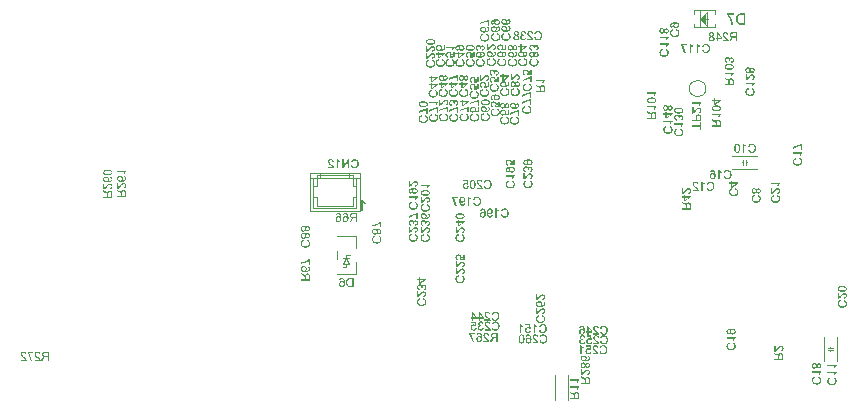
<source format=gbo>
G04*
G04 #@! TF.GenerationSoftware,Altium Limited,Altium Designer,24.0.1 (36)*
G04*
G04 Layer_Color=32896*
%FSLAX43Y43*%
%MOMM*%
G71*
G04*
G04 #@! TF.SameCoordinates,2B35A735-E746-45F3-9C8E-D4930A679F63*
G04*
G04*
G04 #@! TF.FilePolarity,Positive*
G04*
G01*
G75*
%ADD10C,0.120*%
%ADD11C,0.100*%
%ADD12C,0.080*%
G36*
X50129Y46226D02*
X50136Y46215D01*
X50152Y46192D01*
X50169Y46170D01*
X50178Y46160D01*
X50186Y46150D01*
X50195Y46142D01*
X50202Y46133D01*
X50209Y46127D01*
X50216Y46120D01*
X50220Y46115D01*
X50224Y46112D01*
X50227Y46110D01*
X50227Y46109D01*
X50256Y46086D01*
X50286Y46064D01*
X50315Y46045D01*
X50329Y46036D01*
X50342Y46028D01*
X50354Y46021D01*
X50365Y46015D01*
X50375Y46009D01*
X50383Y46005D01*
X50390Y46002D01*
X50396Y45999D01*
X50399Y45998D01*
X50400Y45997D01*
Y45883D01*
X50379Y45891D01*
X50358Y45901D01*
X50337Y45911D01*
X50317Y45921D01*
X50309Y45925D01*
X50301Y45930D01*
X50294Y45934D01*
X50288Y45937D01*
X50284Y45939D01*
X50279Y45941D01*
X50277Y45943D01*
X50277Y45943D01*
X50252Y45959D01*
X50241Y45966D01*
X50229Y45973D01*
X50220Y45981D01*
X50211Y45987D01*
X50202Y45994D01*
X50194Y46000D01*
X50188Y46005D01*
X50182Y46010D01*
X50176Y46015D01*
X50172Y46018D01*
X50168Y46021D01*
X50166Y46023D01*
X50165Y46025D01*
X50164Y46025D01*
Y45275D01*
X50046D01*
Y46238D01*
X50123D01*
X50129Y46226D01*
D02*
G37*
G36*
X82434Y50986D02*
X82438Y50974D01*
X82442Y50964D01*
X82447Y50954D01*
X82453Y50944D01*
X82459Y50935D01*
X82467Y50928D01*
X82474Y50920D01*
X82481Y50913D01*
X82489Y50907D01*
X82506Y50896D01*
X82524Y50887D01*
X82542Y50880D01*
X82560Y50874D01*
X82576Y50871D01*
X82592Y50867D01*
X82599Y50866D01*
X82605Y50866D01*
X82611Y50865D01*
X82617Y50864D01*
X82622Y50864D01*
X82625D01*
X82629Y50863D01*
X82633D01*
Y50768D01*
X82609Y50768D01*
X82587Y50769D01*
X82567Y50771D01*
X82548Y50774D01*
X82532Y50776D01*
X82517Y50780D01*
X82505Y50783D01*
X82493Y50787D01*
X82484Y50790D01*
X82476Y50794D01*
X82469Y50797D01*
X82464Y50800D01*
X82460Y50802D01*
X82457Y50804D01*
X82455Y50805D01*
X82455Y50806D01*
Y50223D01*
X82338D01*
Y50998D01*
X82431D01*
X82434Y50986D01*
D02*
G37*
G36*
X83123Y50997D02*
X83138Y50997D01*
X83165Y50993D01*
X83192Y50988D01*
X83217Y50981D01*
X83240Y50973D01*
X83261Y50964D01*
X83280Y50955D01*
X83298Y50945D01*
X83314Y50935D01*
X83328Y50925D01*
X83339Y50916D01*
X83349Y50908D01*
X83357Y50901D01*
X83362Y50895D01*
X83364Y50894D01*
X83366Y50892D01*
X83366Y50892D01*
X83367Y50891D01*
X83376Y50881D01*
X83384Y50871D01*
X83398Y50848D01*
X83412Y50825D01*
X83423Y50801D01*
X83432Y50778D01*
X83439Y50754D01*
X83446Y50730D01*
X83451Y50708D01*
X83455Y50687D01*
X83458Y50667D01*
X83459Y50658D01*
X83460Y50650D01*
X83461Y50641D01*
X83462Y50634D01*
X83462Y50627D01*
X83463Y50621D01*
Y50616D01*
X83463Y50612D01*
Y50609D01*
Y50606D01*
Y50605D01*
Y50604D01*
X83463Y50588D01*
X83462Y50571D01*
X83459Y50540D01*
X83454Y50511D01*
X83448Y50484D01*
X83441Y50458D01*
X83433Y50434D01*
X83424Y50413D01*
X83415Y50393D01*
X83406Y50376D01*
X83397Y50361D01*
X83393Y50354D01*
X83389Y50348D01*
X83386Y50342D01*
X83382Y50337D01*
X83378Y50332D01*
X83376Y50328D01*
X83373Y50325D01*
X83371Y50322D01*
X83369Y50320D01*
X83368Y50319D01*
X83367Y50318D01*
Y50317D01*
X83357Y50308D01*
X83348Y50299D01*
X83338Y50290D01*
X83328Y50283D01*
X83307Y50268D01*
X83285Y50256D01*
X83264Y50245D01*
X83242Y50237D01*
X83221Y50230D01*
X83201Y50224D01*
X83182Y50220D01*
X83164Y50217D01*
X83148Y50214D01*
X83141Y50213D01*
X83134Y50213D01*
X83129Y50212D01*
X83123Y50212D01*
X83119D01*
X83115Y50211D01*
X83108D01*
X83084Y50212D01*
X83061Y50214D01*
X83040Y50217D01*
X83019Y50222D01*
X83000Y50227D01*
X82983Y50232D01*
X82966Y50238D01*
X82951Y50245D01*
X82938Y50251D01*
X82926Y50257D01*
X82916Y50263D01*
X82908Y50268D01*
X82901Y50272D01*
X82896Y50275D01*
X82893Y50278D01*
X82892Y50278D01*
X82877Y50291D01*
X82864Y50306D01*
X82851Y50321D01*
X82841Y50338D01*
X82832Y50355D01*
X82824Y50371D01*
X82817Y50388D01*
X82811Y50404D01*
X82807Y50419D01*
X82803Y50433D01*
X82800Y50446D01*
X82799Y50457D01*
X82798Y50462D01*
X82797Y50466D01*
X82797Y50470D01*
X82796Y50473D01*
Y50476D01*
X82795Y50477D01*
Y50479D01*
Y50479D01*
X82917D01*
X82919Y50464D01*
X82922Y50450D01*
X82926Y50436D01*
X82929Y50424D01*
X82934Y50413D01*
X82939Y50403D01*
X82944Y50394D01*
X82949Y50386D01*
X82954Y50378D01*
X82959Y50372D01*
X82963Y50367D01*
X82968Y50363D01*
X82970Y50359D01*
X82973Y50357D01*
X82975Y50356D01*
X82975Y50355D01*
X82985Y50348D01*
X82995Y50342D01*
X83006Y50337D01*
X83017Y50332D01*
X83029Y50328D01*
X83040Y50325D01*
X83051Y50322D01*
X83061Y50320D01*
X83071Y50319D01*
X83080Y50317D01*
X83088Y50316D01*
X83095Y50316D01*
X83101D01*
X83105Y50315D01*
X83109D01*
X83128Y50316D01*
X83146Y50319D01*
X83164Y50322D01*
X83180Y50327D01*
X83195Y50332D01*
X83209Y50338D01*
X83222Y50346D01*
X83233Y50352D01*
X83243Y50359D01*
X83252Y50366D01*
X83260Y50372D01*
X83266Y50378D01*
X83271Y50383D01*
X83275Y50386D01*
X83277Y50389D01*
X83278Y50389D01*
X83289Y50404D01*
X83298Y50420D01*
X83307Y50437D01*
X83314Y50455D01*
X83320Y50472D01*
X83325Y50490D01*
X83329Y50508D01*
X83332Y50525D01*
X83335Y50541D01*
X83336Y50556D01*
X83338Y50569D01*
X83339Y50581D01*
X83339Y50587D01*
Y50591D01*
X83340Y50595D01*
Y50598D01*
Y50601D01*
Y50603D01*
Y50604D01*
Y50604D01*
X83339Y50630D01*
X83337Y50654D01*
X83334Y50676D01*
X83330Y50697D01*
X83325Y50716D01*
X83320Y50734D01*
X83314Y50750D01*
X83308Y50764D01*
X83303Y50776D01*
X83297Y50788D01*
X83292Y50797D01*
X83287Y50805D01*
X83283Y50811D01*
X83280Y50815D01*
X83278Y50817D01*
X83277Y50819D01*
X83265Y50832D01*
X83252Y50843D01*
X83238Y50853D01*
X83224Y50862D01*
X83210Y50868D01*
X83195Y50874D01*
X83181Y50879D01*
X83168Y50883D01*
X83155Y50887D01*
X83144Y50889D01*
X83133Y50891D01*
X83124Y50892D01*
X83117Y50892D01*
X83112Y50893D01*
X83107D01*
X83092Y50892D01*
X83078Y50891D01*
X83065Y50889D01*
X83052Y50887D01*
X83041Y50884D01*
X83030Y50881D01*
X83020Y50877D01*
X83011Y50873D01*
X83003Y50869D01*
X82996Y50866D01*
X82990Y50862D01*
X82985Y50860D01*
X82981Y50857D01*
X82978Y50855D01*
X82976Y50854D01*
X82975Y50853D01*
X82966Y50846D01*
X82958Y50837D01*
X82951Y50828D01*
X82944Y50819D01*
X82939Y50810D01*
X82934Y50800D01*
X82931Y50791D01*
X82927Y50782D01*
X82924Y50774D01*
X82922Y50765D01*
X82921Y50758D01*
X82919Y50752D01*
X82918Y50747D01*
X82918Y50743D01*
X82917Y50741D01*
Y50740D01*
X82795D01*
X82798Y50762D01*
X82803Y50783D01*
X82809Y50803D01*
X82816Y50821D01*
X82824Y50838D01*
X82832Y50854D01*
X82840Y50868D01*
X82849Y50881D01*
X82858Y50892D01*
X82866Y50902D01*
X82874Y50910D01*
X82881Y50918D01*
X82887Y50923D01*
X82891Y50926D01*
X82894Y50929D01*
X82895Y50930D01*
X82912Y50942D01*
X82929Y50953D01*
X82947Y50961D01*
X82965Y50969D01*
X82983Y50976D01*
X83001Y50981D01*
X83018Y50986D01*
X83035Y50990D01*
X83050Y50992D01*
X83063Y50995D01*
X83076Y50996D01*
X83087Y50997D01*
X83096Y50997D01*
X83099Y50998D01*
X83108D01*
X83123Y50997D01*
D02*
G37*
G36*
X81885Y50997D02*
X81906Y50993D01*
X81926Y50988D01*
X81945Y50981D01*
X81962Y50972D01*
X81978Y50961D01*
X81993Y50950D01*
X82007Y50936D01*
X82020Y50922D01*
X82031Y50907D01*
X82042Y50890D01*
X82052Y50873D01*
X82061Y50856D01*
X82068Y50837D01*
X82076Y50819D01*
X82082Y50801D01*
X82087Y50782D01*
X82092Y50764D01*
X82097Y50745D01*
X82100Y50728D01*
X82103Y50711D01*
X82105Y50694D01*
X82108Y50680D01*
X82109Y50665D01*
X82110Y50651D01*
X82112Y50640D01*
X82112Y50629D01*
X82113Y50620D01*
X82113Y50613D01*
Y50608D01*
Y50604D01*
Y50604D01*
Y50603D01*
Y50585D01*
X82113Y50568D01*
X82112Y50551D01*
X82110Y50534D01*
X82107Y50503D01*
X82102Y50474D01*
X82097Y50446D01*
X82090Y50422D01*
X82082Y50398D01*
X82074Y50377D01*
X82064Y50357D01*
X82055Y50338D01*
X82045Y50322D01*
X82034Y50307D01*
X82022Y50293D01*
X82011Y50281D01*
X81999Y50270D01*
X81988Y50260D01*
X81976Y50252D01*
X81964Y50244D01*
X81953Y50238D01*
X81942Y50232D01*
X81930Y50227D01*
X81920Y50223D01*
X81911Y50220D01*
X81901Y50217D01*
X81893Y50215D01*
X81885Y50214D01*
X81878Y50213D01*
X81872Y50212D01*
X81868D01*
X81865Y50211D01*
X81862D01*
X81850Y50212D01*
X81839Y50212D01*
X81818Y50216D01*
X81797Y50221D01*
X81778Y50228D01*
X81761Y50237D01*
X81744Y50247D01*
X81729Y50259D01*
X81716Y50273D01*
X81703Y50287D01*
X81691Y50302D01*
X81680Y50318D01*
X81671Y50335D01*
X81662Y50353D01*
X81654Y50371D01*
X81646Y50389D01*
X81640Y50407D01*
X81635Y50425D01*
X81630Y50444D01*
X81626Y50461D01*
X81622Y50479D01*
X81619Y50496D01*
X81617Y50512D01*
X81614Y50528D01*
X81613Y50542D01*
X81612Y50555D01*
X81610Y50567D01*
X81610Y50578D01*
X81609Y50587D01*
X81609Y50594D01*
Y50599D01*
Y50602D01*
Y50603D01*
Y50621D01*
X81609Y50639D01*
X81610Y50656D01*
X81612Y50673D01*
X81615Y50704D01*
X81620Y50733D01*
X81625Y50761D01*
X81632Y50786D01*
X81640Y50810D01*
X81648Y50831D01*
X81658Y50851D01*
X81667Y50869D01*
X81678Y50887D01*
X81689Y50902D01*
X81700Y50915D01*
X81712Y50928D01*
X81723Y50939D01*
X81735Y50949D01*
X81747Y50958D01*
X81759Y50965D01*
X81770Y50971D01*
X81782Y50977D01*
X81793Y50982D01*
X81803Y50986D01*
X81813Y50989D01*
X81823Y50992D01*
X81831Y50994D01*
X81839Y50995D01*
X81845Y50996D01*
X81851Y50997D01*
X81856D01*
X81859Y50998D01*
X81873D01*
X81885Y50997D01*
D02*
G37*
G36*
X81467Y47712D02*
X81956D01*
Y47620D01*
X81459Y47278D01*
X81361D01*
Y47594D01*
X81185D01*
Y47712D01*
X81361D01*
Y47812D01*
X81467D01*
Y47712D01*
D02*
G37*
G36*
X81724Y47212D02*
X81745Y47208D01*
X81765Y47202D01*
X81783Y47194D01*
X81800Y47187D01*
X81815Y47178D01*
X81829Y47170D01*
X81842Y47161D01*
X81854Y47152D01*
X81864Y47144D01*
X81872Y47136D01*
X81879Y47129D01*
X81884Y47124D01*
X81888Y47119D01*
X81891Y47116D01*
X81891Y47115D01*
X81903Y47099D01*
X81914Y47081D01*
X81923Y47063D01*
X81931Y47045D01*
X81937Y47027D01*
X81943Y47010D01*
X81947Y46992D01*
X81951Y46976D01*
X81954Y46961D01*
X81956Y46947D01*
X81957Y46934D01*
X81958Y46924D01*
X81959Y46915D01*
X81959Y46911D01*
Y46903D01*
X81959Y46888D01*
X81958Y46873D01*
X81955Y46845D01*
X81949Y46818D01*
X81943Y46794D01*
X81935Y46771D01*
X81926Y46749D01*
X81916Y46730D01*
X81906Y46712D01*
X81896Y46697D01*
X81886Y46683D01*
X81877Y46671D01*
X81869Y46661D01*
X81863Y46653D01*
X81857Y46648D01*
X81855Y46646D01*
X81854Y46645D01*
X81853Y46644D01*
X81853Y46644D01*
X81843Y46635D01*
X81832Y46626D01*
X81810Y46612D01*
X81787Y46599D01*
X81763Y46588D01*
X81739Y46579D01*
X81715Y46571D01*
X81692Y46564D01*
X81669Y46559D01*
X81648Y46555D01*
X81628Y46552D01*
X81619Y46551D01*
X81611Y46550D01*
X81603Y46549D01*
X81596Y46549D01*
X81589Y46548D01*
X81583Y46548D01*
X81578D01*
X81573Y46547D01*
X81570D01*
X81568D01*
X81566D01*
X81566D01*
X81549Y46548D01*
X81533Y46548D01*
X81501Y46552D01*
X81472Y46556D01*
X81445Y46562D01*
X81419Y46569D01*
X81396Y46578D01*
X81374Y46586D01*
X81355Y46595D01*
X81337Y46604D01*
X81322Y46613D01*
X81315Y46617D01*
X81309Y46621D01*
X81303Y46625D01*
X81298Y46629D01*
X81294Y46632D01*
X81290Y46635D01*
X81287Y46637D01*
X81284Y46640D01*
X81282Y46641D01*
X81280Y46642D01*
X81279Y46644D01*
X81279D01*
X81269Y46653D01*
X81260Y46662D01*
X81252Y46672D01*
X81244Y46682D01*
X81230Y46703D01*
X81217Y46725D01*
X81207Y46746D01*
X81199Y46768D01*
X81191Y46789D01*
X81186Y46810D01*
X81181Y46828D01*
X81178Y46846D01*
X81176Y46862D01*
X81175Y46869D01*
X81174Y46876D01*
X81174Y46882D01*
X81173Y46887D01*
Y46892D01*
X81173Y46895D01*
Y46903D01*
X81173Y46926D01*
X81175Y46949D01*
X81179Y46971D01*
X81183Y46991D01*
X81188Y47010D01*
X81194Y47028D01*
X81200Y47044D01*
X81206Y47059D01*
X81212Y47073D01*
X81219Y47084D01*
X81224Y47094D01*
X81229Y47103D01*
X81233Y47109D01*
X81237Y47114D01*
X81239Y47117D01*
X81240Y47118D01*
X81253Y47134D01*
X81267Y47147D01*
X81283Y47159D01*
X81299Y47170D01*
X81316Y47178D01*
X81333Y47187D01*
X81349Y47193D01*
X81365Y47199D01*
X81380Y47203D01*
X81395Y47207D01*
X81407Y47210D01*
X81418Y47212D01*
X81423Y47213D01*
X81428Y47213D01*
X81432Y47214D01*
X81434Y47214D01*
X81437D01*
X81439Y47215D01*
X81440D01*
X81441D01*
Y47093D01*
X81425Y47091D01*
X81411Y47089D01*
X81398Y47085D01*
X81386Y47081D01*
X81375Y47076D01*
X81364Y47072D01*
X81355Y47067D01*
X81347Y47061D01*
X81340Y47056D01*
X81334Y47052D01*
X81328Y47047D01*
X81324Y47043D01*
X81321Y47040D01*
X81318Y47037D01*
X81317Y47036D01*
X81317Y47035D01*
X81309Y47025D01*
X81303Y47015D01*
X81298Y47004D01*
X81293Y46993D01*
X81289Y46982D01*
X81287Y46971D01*
X81284Y46960D01*
X81282Y46949D01*
X81280Y46940D01*
X81279Y46930D01*
X81278Y46923D01*
X81277Y46915D01*
Y46909D01*
X81277Y46905D01*
Y46902D01*
X81278Y46882D01*
X81280Y46864D01*
X81283Y46847D01*
X81288Y46830D01*
X81294Y46815D01*
X81300Y46801D01*
X81307Y46789D01*
X81314Y46778D01*
X81321Y46767D01*
X81328Y46758D01*
X81334Y46750D01*
X81339Y46744D01*
X81344Y46739D01*
X81348Y46735D01*
X81350Y46733D01*
X81351Y46733D01*
X81366Y46722D01*
X81381Y46712D01*
X81398Y46704D01*
X81416Y46697D01*
X81434Y46691D01*
X81452Y46686D01*
X81469Y46682D01*
X81487Y46678D01*
X81503Y46676D01*
X81518Y46674D01*
X81531Y46672D01*
X81542Y46672D01*
X81548Y46671D01*
X81552D01*
X81556Y46671D01*
X81560D01*
X81562D01*
X81564D01*
X81565D01*
X81566D01*
X81591Y46671D01*
X81615Y46673D01*
X81638Y46676D01*
X81658Y46681D01*
X81678Y46685D01*
X81695Y46691D01*
X81711Y46696D01*
X81725Y46702D01*
X81738Y46708D01*
X81749Y46713D01*
X81758Y46719D01*
X81766Y46723D01*
X81772Y46728D01*
X81777Y46730D01*
X81779Y46733D01*
X81780Y46733D01*
X81793Y46745D01*
X81804Y46759D01*
X81814Y46773D01*
X81823Y46786D01*
X81830Y46801D01*
X81836Y46815D01*
X81841Y46829D01*
X81845Y46842D01*
X81848Y46855D01*
X81850Y46867D01*
X81852Y46877D01*
X81853Y46886D01*
X81854Y46893D01*
X81854Y46899D01*
Y46904D01*
X81854Y46918D01*
X81853Y46933D01*
X81850Y46945D01*
X81848Y46958D01*
X81845Y46970D01*
X81842Y46980D01*
X81838Y46990D01*
X81835Y47000D01*
X81831Y47007D01*
X81827Y47014D01*
X81824Y47021D01*
X81821Y47026D01*
X81819Y47029D01*
X81817Y47033D01*
X81815Y47034D01*
X81815Y47035D01*
X81807Y47044D01*
X81799Y47052D01*
X81790Y47059D01*
X81781Y47066D01*
X81771Y47072D01*
X81762Y47076D01*
X81753Y47080D01*
X81743Y47083D01*
X81735Y47086D01*
X81727Y47088D01*
X81720Y47090D01*
X81714Y47091D01*
X81709Y47092D01*
X81705Y47093D01*
X81702Y47093D01*
X81701D01*
Y47215D01*
X81724Y47212D01*
D02*
G37*
G36*
X83309Y47256D02*
X83320Y47255D01*
X83331Y47252D01*
X83342Y47250D01*
X83352Y47246D01*
X83362Y47242D01*
X83372Y47237D01*
X83381Y47232D01*
X83398Y47220D01*
X83414Y47208D01*
X83429Y47194D01*
X83441Y47179D01*
X83453Y47165D01*
X83463Y47150D01*
X83471Y47138D01*
X83478Y47126D01*
X83481Y47121D01*
X83484Y47116D01*
X83485Y47112D01*
X83487Y47108D01*
X83489Y47106D01*
X83490Y47103D01*
X83490Y47102D01*
Y47102D01*
X83496Y47113D01*
X83503Y47124D01*
X83510Y47134D01*
X83517Y47143D01*
X83524Y47152D01*
X83531Y47160D01*
X83538Y47167D01*
X83546Y47174D01*
X83561Y47186D01*
X83576Y47196D01*
X83590Y47205D01*
X83605Y47211D01*
X83618Y47216D01*
X83630Y47220D01*
X83641Y47223D01*
X83651Y47225D01*
X83659Y47226D01*
X83665Y47227D01*
X83667D01*
X83669D01*
X83670D01*
X83670D01*
X83686Y47226D01*
X83701Y47224D01*
X83714Y47221D01*
X83728Y47217D01*
X83740Y47213D01*
X83752Y47207D01*
X83762Y47201D01*
X83772Y47196D01*
X83780Y47190D01*
X83788Y47184D01*
X83795Y47179D01*
X83800Y47174D01*
X83804Y47170D01*
X83807Y47167D01*
X83809Y47165D01*
X83810Y47164D01*
X83819Y47152D01*
X83828Y47139D01*
X83835Y47126D01*
X83841Y47112D01*
X83847Y47098D01*
X83851Y47085D01*
X83855Y47072D01*
X83858Y47059D01*
X83860Y47047D01*
X83862Y47036D01*
X83863Y47026D01*
X83863Y47017D01*
X83864Y47010D01*
X83865Y47005D01*
Y47000D01*
X83864Y46982D01*
X83862Y46964D01*
X83860Y46948D01*
X83856Y46933D01*
X83852Y46918D01*
X83847Y46905D01*
X83842Y46892D01*
X83837Y46881D01*
X83832Y46871D01*
X83827Y46863D01*
X83822Y46855D01*
X83819Y46849D01*
X83815Y46844D01*
X83812Y46840D01*
X83810Y46838D01*
X83810Y46837D01*
X83799Y46826D01*
X83788Y46817D01*
X83776Y46808D01*
X83765Y46801D01*
X83753Y46795D01*
X83742Y46790D01*
X83731Y46786D01*
X83719Y46782D01*
X83709Y46779D01*
X83700Y46778D01*
X83692Y46776D01*
X83685Y46776D01*
X83678Y46775D01*
X83674Y46775D01*
X83671D01*
X83670D01*
X83660Y46775D01*
X83649Y46776D01*
X83639Y46778D01*
X83630Y46780D01*
X83611Y46786D01*
X83594Y46794D01*
X83578Y46804D01*
X83563Y46814D01*
X83549Y46825D01*
X83537Y46838D01*
X83526Y46849D01*
X83517Y46860D01*
X83509Y46871D01*
X83502Y46881D01*
X83497Y46889D01*
X83494Y46895D01*
X83492Y46897D01*
X83491Y46899D01*
X83490Y46900D01*
Y46900D01*
X83484Y46886D01*
X83477Y46873D01*
X83470Y46861D01*
X83463Y46849D01*
X83456Y46839D01*
X83448Y46829D01*
X83440Y46819D01*
X83433Y46811D01*
X83424Y46803D01*
X83417Y46796D01*
X83408Y46789D01*
X83401Y46783D01*
X83392Y46778D01*
X83384Y46773D01*
X83369Y46765D01*
X83355Y46758D01*
X83341Y46754D01*
X83329Y46751D01*
X83318Y46748D01*
X83309Y46747D01*
X83306Y46746D01*
X83302D01*
X83300Y46746D01*
X83299D01*
X83298D01*
X83297D01*
X83279Y46746D01*
X83262Y46749D01*
X83245Y46752D01*
X83231Y46757D01*
X83217Y46762D01*
X83203Y46768D01*
X83191Y46775D01*
X83181Y46781D01*
X83171Y46788D01*
X83162Y46794D01*
X83155Y46800D01*
X83149Y46806D01*
X83144Y46810D01*
X83141Y46814D01*
X83139Y46816D01*
X83138Y46817D01*
X83128Y46830D01*
X83118Y46845D01*
X83110Y46860D01*
X83103Y46875D01*
X83097Y46891D01*
X83093Y46906D01*
X83088Y46921D01*
X83085Y46935D01*
X83083Y46948D01*
X83081Y46961D01*
X83079Y46972D01*
X83079Y46982D01*
X83078Y46989D01*
X83078Y46995D01*
Y47000D01*
X83078Y47021D01*
X83080Y47041D01*
X83083Y47060D01*
X83087Y47077D01*
X83092Y47094D01*
X83097Y47109D01*
X83102Y47123D01*
X83108Y47136D01*
X83114Y47147D01*
X83119Y47157D01*
X83124Y47165D01*
X83129Y47173D01*
X83133Y47178D01*
X83135Y47182D01*
X83137Y47185D01*
X83138Y47185D01*
X83150Y47198D01*
X83162Y47209D01*
X83175Y47218D01*
X83188Y47226D01*
X83202Y47233D01*
X83215Y47239D01*
X83228Y47244D01*
X83240Y47247D01*
X83252Y47250D01*
X83263Y47252D01*
X83272Y47254D01*
X83281Y47255D01*
X83288Y47256D01*
X83293Y47256D01*
X83296D01*
X83297D01*
X83309Y47256D01*
D02*
G37*
G36*
X83629Y46652D02*
X83650Y46648D01*
X83670Y46642D01*
X83688Y46634D01*
X83705Y46627D01*
X83721Y46618D01*
X83734Y46610D01*
X83747Y46601D01*
X83759Y46592D01*
X83769Y46584D01*
X83777Y46576D01*
X83784Y46569D01*
X83789Y46564D01*
X83793Y46559D01*
X83796Y46556D01*
X83796Y46555D01*
X83809Y46539D01*
X83819Y46521D01*
X83828Y46503D01*
X83836Y46485D01*
X83842Y46467D01*
X83848Y46449D01*
X83852Y46432D01*
X83856Y46416D01*
X83859Y46401D01*
X83861Y46387D01*
X83862Y46374D01*
X83863Y46364D01*
X83864Y46355D01*
X83865Y46351D01*
Y46343D01*
X83864Y46328D01*
X83863Y46313D01*
X83860Y46285D01*
X83855Y46258D01*
X83848Y46234D01*
X83840Y46211D01*
X83831Y46189D01*
X83821Y46170D01*
X83811Y46152D01*
X83801Y46137D01*
X83791Y46123D01*
X83783Y46111D01*
X83774Y46101D01*
X83768Y46093D01*
X83762Y46088D01*
X83760Y46086D01*
X83759Y46085D01*
X83758Y46084D01*
X83758Y46083D01*
X83748Y46075D01*
X83737Y46066D01*
X83715Y46052D01*
X83692Y46039D01*
X83668Y46028D01*
X83644Y46019D01*
X83620Y46011D01*
X83597Y46004D01*
X83574Y45999D01*
X83553Y45995D01*
X83533Y45992D01*
X83525Y45991D01*
X83516Y45990D01*
X83508Y45989D01*
X83501Y45989D01*
X83494Y45988D01*
X83488Y45988D01*
X83483D01*
X83479Y45987D01*
X83475D01*
X83473D01*
X83471D01*
X83471D01*
X83454Y45988D01*
X83438Y45988D01*
X83407Y45992D01*
X83377Y45996D01*
X83350Y46002D01*
X83324Y46009D01*
X83301Y46018D01*
X83279Y46026D01*
X83260Y46035D01*
X83242Y46044D01*
X83227Y46053D01*
X83221Y46057D01*
X83214Y46061D01*
X83208Y46065D01*
X83203Y46069D01*
X83199Y46072D01*
X83195Y46075D01*
X83192Y46077D01*
X83189Y46080D01*
X83187Y46081D01*
X83185Y46082D01*
X83185Y46083D01*
X83184D01*
X83175Y46093D01*
X83165Y46102D01*
X83157Y46112D01*
X83149Y46122D01*
X83135Y46143D01*
X83123Y46165D01*
X83112Y46186D01*
X83104Y46208D01*
X83097Y46229D01*
X83091Y46250D01*
X83087Y46268D01*
X83083Y46286D01*
X83081Y46302D01*
X83080Y46309D01*
X83079Y46316D01*
X83079Y46322D01*
X83078Y46327D01*
Y46332D01*
X83078Y46335D01*
Y46343D01*
X83078Y46366D01*
X83080Y46389D01*
X83084Y46411D01*
X83088Y46431D01*
X83093Y46450D01*
X83099Y46468D01*
X83105Y46484D01*
X83111Y46499D01*
X83118Y46513D01*
X83124Y46524D01*
X83129Y46534D01*
X83134Y46543D01*
X83139Y46549D01*
X83142Y46554D01*
X83144Y46557D01*
X83145Y46558D01*
X83158Y46574D01*
X83172Y46587D01*
X83188Y46599D01*
X83204Y46610D01*
X83221Y46618D01*
X83238Y46627D01*
X83254Y46633D01*
X83270Y46639D01*
X83285Y46643D01*
X83300Y46647D01*
X83312Y46650D01*
X83324Y46652D01*
X83329Y46653D01*
X83333Y46653D01*
X83337Y46654D01*
X83340Y46654D01*
X83342D01*
X83344Y46655D01*
X83345D01*
X83346D01*
Y46533D01*
X83330Y46531D01*
X83316Y46529D01*
X83303Y46525D01*
X83291Y46521D01*
X83280Y46516D01*
X83269Y46512D01*
X83260Y46507D01*
X83252Y46501D01*
X83245Y46496D01*
X83239Y46492D01*
X83233Y46487D01*
X83229Y46483D01*
X83226Y46480D01*
X83223Y46477D01*
X83222Y46476D01*
X83222Y46475D01*
X83214Y46465D01*
X83208Y46455D01*
X83203Y46444D01*
X83198Y46433D01*
X83195Y46422D01*
X83192Y46411D01*
X83189Y46400D01*
X83187Y46389D01*
X83185Y46380D01*
X83184Y46370D01*
X83183Y46363D01*
X83182Y46355D01*
Y46349D01*
X83182Y46345D01*
Y46342D01*
X83183Y46322D01*
X83185Y46304D01*
X83188Y46287D01*
X83193Y46270D01*
X83199Y46255D01*
X83205Y46241D01*
X83212Y46229D01*
X83219Y46217D01*
X83226Y46207D01*
X83233Y46198D01*
X83239Y46190D01*
X83244Y46184D01*
X83249Y46179D01*
X83253Y46175D01*
X83255Y46173D01*
X83256Y46173D01*
X83271Y46162D01*
X83286Y46152D01*
X83304Y46144D01*
X83321Y46137D01*
X83339Y46131D01*
X83357Y46126D01*
X83374Y46122D01*
X83392Y46118D01*
X83408Y46116D01*
X83423Y46114D01*
X83436Y46112D01*
X83448Y46112D01*
X83453Y46111D01*
X83458D01*
X83461Y46111D01*
X83465D01*
X83468D01*
X83469D01*
X83470D01*
X83471D01*
X83496Y46111D01*
X83520Y46113D01*
X83543Y46116D01*
X83563Y46121D01*
X83583Y46125D01*
X83600Y46131D01*
X83616Y46136D01*
X83630Y46142D01*
X83643Y46148D01*
X83654Y46153D01*
X83664Y46159D01*
X83671Y46163D01*
X83677Y46168D01*
X83682Y46170D01*
X83684Y46173D01*
X83685Y46173D01*
X83698Y46185D01*
X83709Y46199D01*
X83719Y46212D01*
X83728Y46226D01*
X83735Y46241D01*
X83741Y46255D01*
X83746Y46269D01*
X83750Y46282D01*
X83753Y46295D01*
X83755Y46307D01*
X83757Y46317D01*
X83758Y46326D01*
X83759Y46333D01*
X83759Y46339D01*
Y46344D01*
X83759Y46358D01*
X83758Y46373D01*
X83755Y46385D01*
X83753Y46398D01*
X83750Y46410D01*
X83747Y46420D01*
X83743Y46430D01*
X83740Y46440D01*
X83736Y46447D01*
X83732Y46454D01*
X83729Y46461D01*
X83726Y46466D01*
X83724Y46469D01*
X83722Y46473D01*
X83721Y46474D01*
X83720Y46475D01*
X83712Y46484D01*
X83704Y46492D01*
X83695Y46499D01*
X83686Y46506D01*
X83676Y46512D01*
X83667Y46516D01*
X83658Y46520D01*
X83649Y46523D01*
X83640Y46526D01*
X83632Y46528D01*
X83625Y46530D01*
X83619Y46531D01*
X83614Y46532D01*
X83610Y46533D01*
X83608Y46533D01*
X83606D01*
Y46655D01*
X83629Y46652D01*
D02*
G37*
G36*
X78911Y47769D02*
X78914Y47757D01*
X78919Y47747D01*
X78924Y47737D01*
X78930Y47727D01*
X78936Y47718D01*
X78943Y47711D01*
X78950Y47703D01*
X78958Y47696D01*
X78966Y47690D01*
X78983Y47679D01*
X79001Y47670D01*
X79019Y47663D01*
X79036Y47657D01*
X79053Y47654D01*
X79068Y47650D01*
X79076Y47649D01*
X79082Y47649D01*
X79088Y47648D01*
X79093Y47647D01*
X79098Y47647D01*
X79102D01*
X79105Y47646D01*
X79110D01*
Y47551D01*
X79086Y47551D01*
X79063Y47552D01*
X79043Y47554D01*
X79025Y47557D01*
X79009Y47559D01*
X78994Y47563D01*
X78981Y47566D01*
X78970Y47570D01*
X78960Y47573D01*
X78953Y47577D01*
X78946Y47580D01*
X78940Y47583D01*
X78937Y47585D01*
X78934Y47587D01*
X78932Y47588D01*
X78932Y47589D01*
Y47006D01*
X78815D01*
Y47781D01*
X78908D01*
X78911Y47769D01*
D02*
G37*
G36*
X78356Y47780D02*
X78375Y47778D01*
X78393Y47775D01*
X78409Y47771D01*
X78425Y47766D01*
X78439Y47761D01*
X78453Y47756D01*
X78465Y47750D01*
X78475Y47744D01*
X78485Y47739D01*
X78493Y47734D01*
X78500Y47729D01*
X78505Y47725D01*
X78509Y47722D01*
X78511Y47720D01*
X78512Y47719D01*
X78523Y47707D01*
X78535Y47694D01*
X78543Y47681D01*
X78552Y47667D01*
X78559Y47652D01*
X78565Y47637D01*
X78571Y47624D01*
X78574Y47610D01*
X78578Y47596D01*
X78581Y47584D01*
X78583Y47574D01*
X78585Y47564D01*
X78586Y47557D01*
X78587Y47551D01*
Y47548D01*
X78587Y47547D01*
Y47546D01*
Y47546D01*
X78468D01*
X78466Y47559D01*
X78465Y47572D01*
X78462Y47583D01*
X78459Y47594D01*
X78456Y47603D01*
X78453Y47612D01*
X78449Y47620D01*
X78445Y47627D01*
X78442Y47633D01*
X78438Y47638D01*
X78435Y47642D01*
X78432Y47646D01*
X78430Y47649D01*
X78428Y47651D01*
X78427Y47652D01*
X78427Y47652D01*
X78419Y47658D01*
X78412Y47663D01*
X78405Y47667D01*
X78397Y47671D01*
X78390Y47675D01*
X78383Y47677D01*
X78369Y47681D01*
X78362Y47682D01*
X78357Y47683D01*
X78352Y47684D01*
X78347Y47685D01*
X78344Y47685D01*
X78339D01*
X78327Y47685D01*
X78317Y47684D01*
X78308Y47682D01*
X78299Y47680D01*
X78291Y47678D01*
X78283Y47675D01*
X78277Y47672D01*
X78270Y47669D01*
X78265Y47666D01*
X78260Y47663D01*
X78256Y47660D01*
X78253Y47658D01*
X78250Y47656D01*
X78248Y47655D01*
X78247Y47654D01*
X78247Y47653D01*
X78241Y47647D01*
X78236Y47640D01*
X78232Y47633D01*
X78228Y47625D01*
X78224Y47618D01*
X78222Y47611D01*
X78218Y47596D01*
X78217Y47590D01*
X78216Y47584D01*
X78215Y47578D01*
X78215Y47573D01*
X78214Y47569D01*
Y47567D01*
Y47564D01*
Y47564D01*
X78215Y47552D01*
X78216Y47541D01*
X78218Y47529D01*
X78220Y47518D01*
X78223Y47508D01*
X78227Y47499D01*
X78231Y47490D01*
X78234Y47482D01*
X78238Y47474D01*
X78242Y47467D01*
X78245Y47461D01*
X78248Y47457D01*
X78250Y47453D01*
X78253Y47450D01*
X78254Y47448D01*
X78254Y47448D01*
X78263Y47438D01*
X78272Y47426D01*
X78283Y47415D01*
X78295Y47403D01*
X78308Y47392D01*
X78320Y47379D01*
X78333Y47368D01*
X78345Y47357D01*
X78357Y47346D01*
X78369Y47337D01*
X78380Y47328D01*
X78388Y47320D01*
X78396Y47314D01*
X78402Y47309D01*
X78404Y47307D01*
X78406Y47306D01*
X78406Y47306D01*
X78407Y47305D01*
X78427Y47289D01*
X78445Y47273D01*
X78463Y47258D01*
X78478Y47243D01*
X78492Y47229D01*
X78505Y47217D01*
X78516Y47205D01*
X78526Y47194D01*
X78535Y47185D01*
X78542Y47176D01*
X78548Y47169D01*
X78553Y47163D01*
X78557Y47158D01*
X78559Y47154D01*
X78561Y47152D01*
X78562Y47151D01*
X78569Y47139D01*
X78576Y47127D01*
X78582Y47114D01*
X78587Y47102D01*
X78591Y47089D01*
X78594Y47078D01*
X78597Y47066D01*
X78599Y47055D01*
X78601Y47044D01*
X78603Y47036D01*
X78604Y47027D01*
X78604Y47020D01*
Y47014D01*
X78605Y47010D01*
Y47007D01*
Y47006D01*
X78092D01*
Y47115D01*
X78450D01*
X78450Y47116D01*
X78449Y47119D01*
X78447Y47122D01*
X78444Y47125D01*
X78441Y47129D01*
X78437Y47132D01*
X78429Y47141D01*
X78419Y47151D01*
X78407Y47162D01*
X78396Y47173D01*
X78383Y47184D01*
X78371Y47194D01*
X78359Y47205D01*
X78348Y47214D01*
X78338Y47223D01*
X78330Y47230D01*
X78326Y47233D01*
X78323Y47236D01*
X78321Y47238D01*
X78319Y47239D01*
X78318Y47240D01*
X78317Y47240D01*
X78294Y47260D01*
X78272Y47279D01*
X78252Y47297D01*
X78234Y47314D01*
X78218Y47329D01*
X78204Y47343D01*
X78191Y47357D01*
X78180Y47368D01*
X78170Y47379D01*
X78162Y47388D01*
X78155Y47395D01*
X78150Y47402D01*
X78145Y47407D01*
X78143Y47411D01*
X78141Y47413D01*
X78140Y47414D01*
X78132Y47426D01*
X78125Y47439D01*
X78119Y47451D01*
X78114Y47464D01*
X78109Y47477D01*
X78105Y47489D01*
X78103Y47501D01*
X78100Y47512D01*
X78098Y47522D01*
X78097Y47532D01*
X78096Y47541D01*
X78095Y47548D01*
Y47554D01*
X78094Y47558D01*
Y47561D01*
Y47562D01*
X78095Y47579D01*
X78097Y47596D01*
X78100Y47611D01*
X78104Y47626D01*
X78109Y47640D01*
X78114Y47653D01*
X78120Y47665D01*
X78126Y47675D01*
X78132Y47685D01*
X78138Y47693D01*
X78143Y47701D01*
X78148Y47707D01*
X78152Y47712D01*
X78155Y47716D01*
X78157Y47718D01*
X78158Y47718D01*
X78170Y47729D01*
X78184Y47739D01*
X78198Y47747D01*
X78212Y47754D01*
X78227Y47760D01*
X78242Y47765D01*
X78257Y47770D01*
X78271Y47773D01*
X78284Y47776D01*
X78296Y47778D01*
X78308Y47779D01*
X78317Y47780D01*
X78325Y47780D01*
X78331Y47781D01*
X78336D01*
X78356Y47780D01*
D02*
G37*
G36*
X79599D02*
X79614Y47780D01*
X79642Y47776D01*
X79669Y47771D01*
X79693Y47764D01*
X79716Y47756D01*
X79738Y47747D01*
X79757Y47738D01*
X79775Y47728D01*
X79790Y47718D01*
X79804Y47708D01*
X79816Y47699D01*
X79826Y47691D01*
X79834Y47684D01*
X79839Y47678D01*
X79841Y47677D01*
X79842Y47675D01*
X79843Y47675D01*
X79844Y47674D01*
X79852Y47664D01*
X79861Y47654D01*
X79875Y47631D01*
X79888Y47608D01*
X79899Y47584D01*
X79908Y47560D01*
X79916Y47537D01*
X79923Y47513D01*
X79928Y47491D01*
X79932Y47470D01*
X79935Y47450D01*
X79936Y47441D01*
X79937Y47433D01*
X79938Y47424D01*
X79938Y47417D01*
X79939Y47410D01*
X79939Y47404D01*
Y47399D01*
X79940Y47395D01*
Y47392D01*
Y47389D01*
Y47388D01*
Y47387D01*
X79939Y47371D01*
X79939Y47354D01*
X79935Y47323D01*
X79931Y47294D01*
X79925Y47266D01*
X79918Y47240D01*
X79909Y47217D01*
X79901Y47196D01*
X79892Y47176D01*
X79883Y47158D01*
X79874Y47144D01*
X79870Y47137D01*
X79866Y47131D01*
X79862Y47125D01*
X79858Y47120D01*
X79855Y47115D01*
X79852Y47111D01*
X79850Y47108D01*
X79847Y47105D01*
X79846Y47103D01*
X79845Y47101D01*
X79844Y47101D01*
Y47100D01*
X79834Y47091D01*
X79825Y47082D01*
X79815Y47073D01*
X79805Y47065D01*
X79784Y47051D01*
X79762Y47039D01*
X79741Y47028D01*
X79719Y47020D01*
X79698Y47013D01*
X79677Y47007D01*
X79659Y47003D01*
X79641Y47000D01*
X79625Y46997D01*
X79618Y46996D01*
X79611Y46996D01*
X79605Y46995D01*
X79600Y46995D01*
X79595D01*
X79592Y46994D01*
X79584D01*
X79561Y46995D01*
X79538Y46997D01*
X79516Y47000D01*
X79496Y47005D01*
X79477Y47010D01*
X79459Y47015D01*
X79443Y47021D01*
X79428Y47028D01*
X79414Y47034D01*
X79403Y47040D01*
X79393Y47046D01*
X79385Y47051D01*
X79378Y47055D01*
X79373Y47058D01*
X79370Y47060D01*
X79369Y47061D01*
X79354Y47074D01*
X79340Y47089D01*
X79328Y47104D01*
X79318Y47121D01*
X79309Y47137D01*
X79300Y47154D01*
X79294Y47171D01*
X79288Y47187D01*
X79284Y47202D01*
X79280Y47216D01*
X79277Y47229D01*
X79275Y47240D01*
X79274Y47245D01*
X79274Y47249D01*
X79273Y47253D01*
X79273Y47256D01*
Y47259D01*
X79272Y47260D01*
Y47261D01*
Y47262D01*
X79394D01*
X79396Y47247D01*
X79398Y47233D01*
X79402Y47219D01*
X79406Y47207D01*
X79411Y47196D01*
X79416Y47186D01*
X79421Y47177D01*
X79426Y47168D01*
X79431Y47161D01*
X79435Y47155D01*
X79440Y47150D01*
X79444Y47146D01*
X79447Y47142D01*
X79450Y47140D01*
X79452Y47139D01*
X79452Y47138D01*
X79462Y47131D01*
X79472Y47125D01*
X79483Y47120D01*
X79494Y47115D01*
X79505Y47111D01*
X79516Y47108D01*
X79527Y47105D01*
X79538Y47103D01*
X79547Y47101D01*
X79557Y47100D01*
X79564Y47099D01*
X79572Y47099D01*
X79578D01*
X79582Y47098D01*
X79586D01*
X79605Y47099D01*
X79623Y47101D01*
X79640Y47105D01*
X79657Y47110D01*
X79672Y47115D01*
X79686Y47121D01*
X79698Y47129D01*
X79710Y47135D01*
X79720Y47142D01*
X79729Y47149D01*
X79737Y47155D01*
X79743Y47161D01*
X79748Y47166D01*
X79752Y47169D01*
X79754Y47172D01*
X79754Y47172D01*
X79765Y47187D01*
X79775Y47203D01*
X79783Y47220D01*
X79790Y47238D01*
X79796Y47255D01*
X79801Y47273D01*
X79805Y47291D01*
X79809Y47308D01*
X79811Y47324D01*
X79813Y47339D01*
X79815Y47352D01*
X79815Y47364D01*
X79816Y47369D01*
Y47374D01*
X79816Y47378D01*
Y47381D01*
Y47384D01*
Y47386D01*
Y47387D01*
Y47387D01*
X79816Y47413D01*
X79814Y47436D01*
X79811Y47459D01*
X79806Y47480D01*
X79802Y47499D01*
X79796Y47517D01*
X79791Y47533D01*
X79785Y47547D01*
X79779Y47559D01*
X79774Y47570D01*
X79768Y47580D01*
X79764Y47588D01*
X79759Y47594D01*
X79757Y47598D01*
X79754Y47600D01*
X79754Y47601D01*
X79742Y47615D01*
X79728Y47626D01*
X79715Y47636D01*
X79701Y47645D01*
X79686Y47651D01*
X79672Y47657D01*
X79658Y47662D01*
X79645Y47666D01*
X79632Y47670D01*
X79620Y47672D01*
X79610Y47673D01*
X79601Y47675D01*
X79594Y47675D01*
X79588Y47676D01*
X79583D01*
X79569Y47675D01*
X79554Y47674D01*
X79542Y47672D01*
X79529Y47670D01*
X79517Y47667D01*
X79507Y47663D01*
X79497Y47660D01*
X79488Y47656D01*
X79480Y47652D01*
X79473Y47649D01*
X79466Y47645D01*
X79461Y47642D01*
X79458Y47640D01*
X79454Y47638D01*
X79453Y47637D01*
X79452Y47636D01*
X79443Y47629D01*
X79435Y47620D01*
X79428Y47611D01*
X79421Y47602D01*
X79416Y47593D01*
X79411Y47583D01*
X79407Y47574D01*
X79404Y47565D01*
X79401Y47557D01*
X79399Y47548D01*
X79397Y47541D01*
X79396Y47535D01*
X79395Y47530D01*
X79394Y47526D01*
X79394Y47524D01*
Y47523D01*
X79272D01*
X79275Y47545D01*
X79279Y47566D01*
X79285Y47586D01*
X79293Y47604D01*
X79300Y47621D01*
X79309Y47637D01*
X79317Y47651D01*
X79326Y47663D01*
X79335Y47675D01*
X79343Y47685D01*
X79351Y47693D01*
X79358Y47701D01*
X79363Y47706D01*
X79368Y47709D01*
X79371Y47712D01*
X79372Y47713D01*
X79388Y47725D01*
X79406Y47735D01*
X79424Y47744D01*
X79442Y47752D01*
X79460Y47759D01*
X79478Y47764D01*
X79495Y47769D01*
X79511Y47773D01*
X79526Y47775D01*
X79540Y47778D01*
X79553Y47779D01*
X79563Y47780D01*
X79572Y47780D01*
X79576Y47781D01*
X79584D01*
X79599Y47780D01*
D02*
G37*
G36*
X80361Y48756D02*
X80365Y48744D01*
X80370Y48734D01*
X80375Y48724D01*
X80381Y48714D01*
X80387Y48705D01*
X80394Y48698D01*
X80401Y48690D01*
X80409Y48683D01*
X80417Y48677D01*
X80434Y48666D01*
X80452Y48657D01*
X80469Y48650D01*
X80487Y48644D01*
X80504Y48640D01*
X80519Y48637D01*
X80526Y48636D01*
X80533Y48636D01*
X80539Y48635D01*
X80544Y48634D01*
X80549Y48634D01*
X80553D01*
X80556Y48633D01*
X80561D01*
Y48538D01*
X80536Y48538D01*
X80514Y48539D01*
X80494Y48541D01*
X80476Y48544D01*
X80459Y48546D01*
X80445Y48550D01*
X80432Y48553D01*
X80421Y48557D01*
X80411Y48560D01*
X80403Y48564D01*
X80397Y48567D01*
X80391Y48570D01*
X80387Y48572D01*
X80385Y48574D01*
X80383Y48575D01*
X80382Y48576D01*
Y47993D01*
X80266D01*
Y48768D01*
X80359D01*
X80361Y48756D01*
D02*
G37*
G36*
X79782Y48767D02*
X79794Y48767D01*
X79805Y48765D01*
X79816Y48763D01*
X79839Y48757D01*
X79859Y48750D01*
X79877Y48741D01*
X79895Y48729D01*
X79911Y48717D01*
X79926Y48703D01*
X79940Y48688D01*
X79952Y48671D01*
X79964Y48654D01*
X79974Y48636D01*
X79984Y48617D01*
X79993Y48598D01*
X80000Y48578D01*
X80007Y48559D01*
X80012Y48540D01*
X80018Y48520D01*
X80022Y48501D01*
X80026Y48483D01*
X80030Y48464D01*
X80032Y48447D01*
X80035Y48431D01*
X80036Y48416D01*
X80038Y48401D01*
X80039Y48389D01*
X80040Y48378D01*
X80040Y48368D01*
X80041Y48361D01*
Y48355D01*
Y48353D01*
Y48351D01*
Y48351D01*
Y48350D01*
X80040Y48318D01*
X80038Y48288D01*
X80034Y48259D01*
X80030Y48232D01*
X80025Y48208D01*
X80019Y48186D01*
X80012Y48165D01*
X80006Y48147D01*
X80000Y48131D01*
X79994Y48117D01*
X79988Y48104D01*
X79982Y48095D01*
X79978Y48087D01*
X79974Y48081D01*
X79973Y48080D01*
X79972Y48078D01*
X79971Y48077D01*
Y48077D01*
X79965Y48068D01*
X79958Y48060D01*
X79943Y48045D01*
X79928Y48033D01*
X79912Y48021D01*
X79896Y48012D01*
X79880Y48004D01*
X79864Y47998D01*
X79848Y47993D01*
X79834Y47989D01*
X79820Y47986D01*
X79808Y47984D01*
X79797Y47983D01*
X79789Y47982D01*
X79785D01*
X79782Y47981D01*
X79777D01*
X79757Y47982D01*
X79737Y47984D01*
X79720Y47988D01*
X79702Y47993D01*
X79687Y47999D01*
X79672Y48005D01*
X79659Y48013D01*
X79647Y48020D01*
X79636Y48026D01*
X79627Y48034D01*
X79619Y48040D01*
X79612Y48046D01*
X79607Y48051D01*
X79603Y48055D01*
X79601Y48057D01*
X79600Y48058D01*
X79588Y48073D01*
X79578Y48088D01*
X79569Y48104D01*
X79562Y48120D01*
X79555Y48136D01*
X79550Y48151D01*
X79545Y48166D01*
X79542Y48180D01*
X79539Y48194D01*
X79537Y48206D01*
X79536Y48217D01*
X79535Y48226D01*
X79534Y48234D01*
X79534Y48240D01*
Y48242D01*
Y48243D01*
Y48244D01*
Y48245D01*
X79534Y48265D01*
X79536Y48283D01*
X79540Y48301D01*
X79544Y48318D01*
X79549Y48334D01*
X79555Y48349D01*
X79561Y48362D01*
X79567Y48375D01*
X79573Y48386D01*
X79579Y48395D01*
X79585Y48404D01*
X79590Y48411D01*
X79594Y48416D01*
X79598Y48420D01*
X79600Y48423D01*
X79601Y48423D01*
X79613Y48436D01*
X79627Y48447D01*
X79640Y48456D01*
X79655Y48464D01*
X79669Y48471D01*
X79682Y48477D01*
X79695Y48482D01*
X79708Y48485D01*
X79720Y48488D01*
X79731Y48490D01*
X79741Y48492D01*
X79749Y48493D01*
X79756Y48494D01*
X79761Y48494D01*
X79766D01*
X79784Y48493D01*
X79801Y48491D01*
X79817Y48487D01*
X79832Y48482D01*
X79846Y48475D01*
X79859Y48469D01*
X79871Y48462D01*
X79881Y48454D01*
X79891Y48447D01*
X79900Y48439D01*
X79906Y48433D01*
X79912Y48427D01*
X79917Y48421D01*
X79920Y48417D01*
X79922Y48415D01*
X79923Y48414D01*
X79921Y48436D01*
X79919Y48457D01*
X79916Y48477D01*
X79912Y48495D01*
X79908Y48511D01*
X79905Y48527D01*
X79901Y48541D01*
X79897Y48554D01*
X79892Y48566D01*
X79888Y48576D01*
X79885Y48584D01*
X79882Y48591D01*
X79880Y48596D01*
X79877Y48600D01*
X79876Y48603D01*
X79876Y48603D01*
X79868Y48616D01*
X79860Y48626D01*
X79851Y48636D01*
X79842Y48643D01*
X79834Y48650D01*
X79826Y48655D01*
X79818Y48660D01*
X79810Y48664D01*
X79802Y48667D01*
X79795Y48668D01*
X79789Y48670D01*
X79784Y48671D01*
X79780Y48672D01*
X79777Y48672D01*
X79774D01*
X79765Y48672D01*
X79757Y48671D01*
X79749Y48669D01*
X79742Y48668D01*
X79728Y48662D01*
X79716Y48655D01*
X79706Y48647D01*
X79697Y48637D01*
X79690Y48627D01*
X79683Y48617D01*
X79678Y48607D01*
X79674Y48597D01*
X79671Y48588D01*
X79668Y48580D01*
X79666Y48572D01*
X79665Y48567D01*
Y48565D01*
X79665Y48564D01*
Y48563D01*
Y48562D01*
X79546D01*
X79549Y48582D01*
X79553Y48600D01*
X79558Y48617D01*
X79563Y48632D01*
X79570Y48646D01*
X79576Y48659D01*
X79582Y48670D01*
X79588Y48680D01*
X79594Y48690D01*
X79601Y48698D01*
X79606Y48704D01*
X79610Y48709D01*
X79615Y48714D01*
X79618Y48716D01*
X79620Y48718D01*
X79620Y48719D01*
X79632Y48727D01*
X79644Y48735D01*
X79657Y48741D01*
X79669Y48747D01*
X79682Y48752D01*
X79694Y48756D01*
X79706Y48759D01*
X79717Y48762D01*
X79728Y48764D01*
X79738Y48765D01*
X79747Y48766D01*
X79754Y48767D01*
X79761D01*
X79765Y48768D01*
X79769D01*
X79782Y48767D01*
D02*
G37*
G36*
X81050D02*
X81065Y48767D01*
X81093Y48763D01*
X81119Y48758D01*
X81144Y48751D01*
X81167Y48743D01*
X81189Y48734D01*
X81208Y48725D01*
X81226Y48715D01*
X81241Y48705D01*
X81255Y48695D01*
X81267Y48686D01*
X81277Y48678D01*
X81284Y48671D01*
X81290Y48665D01*
X81292Y48664D01*
X81293Y48662D01*
X81294Y48662D01*
X81294Y48661D01*
X81303Y48651D01*
X81312Y48640D01*
X81326Y48618D01*
X81339Y48595D01*
X81350Y48571D01*
X81359Y48547D01*
X81367Y48524D01*
X81374Y48500D01*
X81379Y48478D01*
X81382Y48457D01*
X81386Y48437D01*
X81387Y48428D01*
X81388Y48420D01*
X81388Y48411D01*
X81389Y48404D01*
X81390Y48397D01*
X81390Y48391D01*
Y48386D01*
X81391Y48382D01*
Y48379D01*
Y48376D01*
Y48375D01*
Y48374D01*
X81390Y48358D01*
X81390Y48341D01*
X81386Y48310D01*
X81382Y48281D01*
X81376Y48253D01*
X81369Y48227D01*
X81360Y48204D01*
X81351Y48183D01*
X81343Y48163D01*
X81334Y48145D01*
X81325Y48131D01*
X81321Y48124D01*
X81316Y48118D01*
X81313Y48112D01*
X81309Y48107D01*
X81306Y48102D01*
X81303Y48098D01*
X81300Y48095D01*
X81298Y48092D01*
X81297Y48090D01*
X81295Y48088D01*
X81294Y48088D01*
Y48087D01*
X81285Y48078D01*
X81276Y48069D01*
X81266Y48060D01*
X81256Y48052D01*
X81235Y48038D01*
X81213Y48026D01*
X81191Y48015D01*
X81170Y48007D01*
X81149Y48000D01*
X81128Y47994D01*
X81109Y47990D01*
X81092Y47987D01*
X81076Y47984D01*
X81068Y47983D01*
X81062Y47983D01*
X81056Y47982D01*
X81051Y47982D01*
X81046D01*
X81042Y47981D01*
X81035D01*
X81011Y47982D01*
X80989Y47984D01*
X80967Y47987D01*
X80947Y47992D01*
X80928Y47997D01*
X80910Y48002D01*
X80893Y48008D01*
X80878Y48015D01*
X80865Y48021D01*
X80854Y48027D01*
X80844Y48033D01*
X80835Y48037D01*
X80829Y48042D01*
X80824Y48045D01*
X80821Y48047D01*
X80820Y48048D01*
X80804Y48061D01*
X80791Y48076D01*
X80779Y48091D01*
X80768Y48108D01*
X80759Y48124D01*
X80751Y48141D01*
X80744Y48158D01*
X80739Y48174D01*
X80735Y48189D01*
X80731Y48203D01*
X80728Y48216D01*
X80726Y48227D01*
X80725Y48232D01*
X80725Y48236D01*
X80724Y48240D01*
X80723Y48243D01*
Y48246D01*
X80723Y48247D01*
Y48248D01*
Y48249D01*
X80845D01*
X80846Y48234D01*
X80849Y48220D01*
X80853Y48206D01*
X80857Y48194D01*
X80862Y48183D01*
X80866Y48173D01*
X80871Y48164D01*
X80877Y48155D01*
X80882Y48148D01*
X80886Y48142D01*
X80891Y48137D01*
X80895Y48133D01*
X80898Y48129D01*
X80901Y48127D01*
X80902Y48126D01*
X80903Y48125D01*
X80913Y48118D01*
X80923Y48112D01*
X80934Y48107D01*
X80945Y48102D01*
X80956Y48098D01*
X80967Y48095D01*
X80978Y48092D01*
X80989Y48090D01*
X80998Y48088D01*
X81008Y48087D01*
X81015Y48086D01*
X81022Y48086D01*
X81029D01*
X81032Y48085D01*
X81036D01*
X81056Y48086D01*
X81074Y48088D01*
X81091Y48092D01*
X81108Y48097D01*
X81123Y48102D01*
X81137Y48108D01*
X81149Y48116D01*
X81160Y48122D01*
X81171Y48129D01*
X81180Y48136D01*
X81187Y48142D01*
X81194Y48148D01*
X81199Y48153D01*
X81202Y48156D01*
X81205Y48159D01*
X81205Y48159D01*
X81216Y48174D01*
X81226Y48190D01*
X81234Y48207D01*
X81241Y48225D01*
X81247Y48242D01*
X81252Y48260D01*
X81256Y48278D01*
X81259Y48295D01*
X81262Y48311D01*
X81264Y48326D01*
X81266Y48339D01*
X81266Y48351D01*
X81267Y48356D01*
Y48361D01*
X81267Y48365D01*
Y48368D01*
Y48371D01*
Y48373D01*
Y48374D01*
Y48374D01*
X81267Y48400D01*
X81264Y48423D01*
X81262Y48446D01*
X81257Y48467D01*
X81253Y48486D01*
X81247Y48504D01*
X81242Y48520D01*
X81236Y48534D01*
X81230Y48546D01*
X81225Y48557D01*
X81219Y48567D01*
X81215Y48575D01*
X81210Y48581D01*
X81207Y48585D01*
X81205Y48587D01*
X81205Y48588D01*
X81192Y48602D01*
X81179Y48613D01*
X81165Y48623D01*
X81151Y48632D01*
X81137Y48638D01*
X81123Y48644D01*
X81109Y48649D01*
X81096Y48653D01*
X81083Y48657D01*
X81071Y48659D01*
X81061Y48660D01*
X81052Y48662D01*
X81045Y48662D01*
X81039Y48663D01*
X81034D01*
X81020Y48662D01*
X81005Y48661D01*
X80993Y48659D01*
X80980Y48657D01*
X80968Y48654D01*
X80958Y48650D01*
X80948Y48647D01*
X80938Y48643D01*
X80931Y48639D01*
X80923Y48636D01*
X80917Y48632D01*
X80912Y48629D01*
X80908Y48627D01*
X80905Y48625D01*
X80903Y48624D01*
X80903Y48623D01*
X80893Y48616D01*
X80886Y48607D01*
X80878Y48598D01*
X80872Y48589D01*
X80866Y48580D01*
X80862Y48570D01*
X80858Y48561D01*
X80855Y48552D01*
X80852Y48544D01*
X80850Y48535D01*
X80848Y48528D01*
X80846Y48522D01*
X80846Y48517D01*
X80845Y48513D01*
X80845Y48511D01*
Y48510D01*
X80723D01*
X80726Y48532D01*
X80730Y48553D01*
X80736Y48573D01*
X80743Y48591D01*
X80751Y48608D01*
X80759Y48624D01*
X80768Y48638D01*
X80777Y48650D01*
X80785Y48662D01*
X80794Y48672D01*
X80802Y48680D01*
X80809Y48688D01*
X80814Y48693D01*
X80819Y48696D01*
X80821Y48699D01*
X80823Y48700D01*
X80839Y48712D01*
X80857Y48722D01*
X80875Y48731D01*
X80893Y48739D01*
X80911Y48746D01*
X80928Y48751D01*
X80945Y48756D01*
X80962Y48760D01*
X80977Y48762D01*
X80991Y48765D01*
X81004Y48766D01*
X81014Y48767D01*
X81023Y48767D01*
X81027Y48768D01*
X81035D01*
X81050Y48767D01*
D02*
G37*
G36*
X87367Y50480D02*
X87258D01*
Y50860D01*
X86605Y50584D01*
Y50709D01*
X87287Y50982D01*
X87367D01*
Y50480D01*
D02*
G37*
G36*
X87379Y50159D02*
X87367Y50157D01*
X87356Y50153D01*
X87345Y50148D01*
X87335Y50143D01*
X87326Y50137D01*
X87317Y50131D01*
X87309Y50124D01*
X87302Y50117D01*
X87295Y50109D01*
X87289Y50101D01*
X87278Y50084D01*
X87269Y50066D01*
X87261Y50049D01*
X87256Y50031D01*
X87252Y50014D01*
X87249Y49999D01*
X87248Y49992D01*
X87247Y49985D01*
X87247Y49979D01*
X87246Y49974D01*
X87245Y49969D01*
Y49965D01*
X87245Y49962D01*
Y49957D01*
X87149D01*
X87150Y49982D01*
X87151Y50004D01*
X87152Y50024D01*
X87155Y50042D01*
X87158Y50059D01*
X87161Y50073D01*
X87165Y50086D01*
X87168Y50097D01*
X87172Y50107D01*
X87175Y50115D01*
X87178Y50121D01*
X87181Y50127D01*
X87184Y50131D01*
X87186Y50133D01*
X87187Y50135D01*
X87187Y50136D01*
X86605D01*
Y50252D01*
X87379D01*
Y50159D01*
D02*
G37*
G36*
X87144Y49792D02*
X87165Y49788D01*
X87185Y49782D01*
X87203Y49775D01*
X87220Y49767D01*
X87235Y49759D01*
X87249Y49750D01*
X87262Y49741D01*
X87274Y49733D01*
X87284Y49724D01*
X87292Y49716D01*
X87299Y49709D01*
X87304Y49704D01*
X87308Y49699D01*
X87311Y49697D01*
X87311Y49695D01*
X87323Y49679D01*
X87334Y49661D01*
X87343Y49643D01*
X87351Y49625D01*
X87357Y49607D01*
X87363Y49590D01*
X87367Y49572D01*
X87371Y49556D01*
X87374Y49541D01*
X87376Y49527D01*
X87377Y49514D01*
X87378Y49504D01*
X87379Y49495D01*
X87379Y49491D01*
Y49483D01*
X87379Y49468D01*
X87378Y49453D01*
X87375Y49425D01*
X87369Y49399D01*
X87363Y49374D01*
X87354Y49351D01*
X87346Y49329D01*
X87336Y49310D01*
X87326Y49292D01*
X87316Y49277D01*
X87306Y49263D01*
X87297Y49251D01*
X87289Y49241D01*
X87283Y49234D01*
X87277Y49228D01*
X87275Y49226D01*
X87274Y49225D01*
X87273Y49224D01*
X87273Y49224D01*
X87263Y49215D01*
X87252Y49206D01*
X87230Y49192D01*
X87207Y49179D01*
X87183Y49168D01*
X87159Y49159D01*
X87135Y49151D01*
X87112Y49144D01*
X87089Y49139D01*
X87068Y49136D01*
X87048Y49132D01*
X87039Y49131D01*
X87031Y49130D01*
X87023Y49130D01*
X87016Y49129D01*
X87009Y49128D01*
X87003Y49128D01*
X86998D01*
X86993Y49127D01*
X86990D01*
X86988D01*
X86986D01*
X86986D01*
X86969Y49128D01*
X86952Y49128D01*
X86921Y49132D01*
X86892Y49136D01*
X86865Y49142D01*
X86839Y49149D01*
X86816Y49158D01*
X86794Y49167D01*
X86775Y49175D01*
X86757Y49184D01*
X86742Y49193D01*
X86735Y49197D01*
X86729Y49201D01*
X86723Y49205D01*
X86718Y49209D01*
X86714Y49212D01*
X86710Y49215D01*
X86707Y49218D01*
X86704Y49220D01*
X86702Y49221D01*
X86700Y49223D01*
X86699Y49224D01*
X86699D01*
X86689Y49233D01*
X86680Y49242D01*
X86672Y49252D01*
X86664Y49262D01*
X86650Y49283D01*
X86637Y49305D01*
X86627Y49327D01*
X86619Y49348D01*
X86611Y49369D01*
X86606Y49390D01*
X86601Y49409D01*
X86598Y49426D01*
X86596Y49442D01*
X86595Y49450D01*
X86594Y49456D01*
X86594Y49462D01*
X86593Y49467D01*
Y49472D01*
X86593Y49476D01*
Y49483D01*
X86593Y49507D01*
X86595Y49529D01*
X86599Y49551D01*
X86603Y49571D01*
X86608Y49590D01*
X86614Y49608D01*
X86620Y49625D01*
X86626Y49639D01*
X86632Y49653D01*
X86639Y49664D01*
X86644Y49674D01*
X86649Y49683D01*
X86653Y49689D01*
X86657Y49694D01*
X86659Y49697D01*
X86660Y49698D01*
X86673Y49714D01*
X86687Y49727D01*
X86703Y49739D01*
X86719Y49750D01*
X86736Y49759D01*
X86753Y49767D01*
X86769Y49773D01*
X86785Y49779D01*
X86800Y49783D01*
X86815Y49787D01*
X86827Y49790D01*
X86838Y49792D01*
X86843Y49793D01*
X86848Y49793D01*
X86852Y49794D01*
X86854Y49795D01*
X86857D01*
X86859Y49795D01*
X86860D01*
X86861D01*
Y49673D01*
X86845Y49672D01*
X86831Y49669D01*
X86818Y49665D01*
X86806Y49661D01*
X86795Y49656D01*
X86784Y49652D01*
X86775Y49647D01*
X86767Y49641D01*
X86760Y49636D01*
X86754Y49632D01*
X86748Y49627D01*
X86744Y49623D01*
X86741Y49620D01*
X86738Y49617D01*
X86737Y49616D01*
X86737Y49615D01*
X86729Y49605D01*
X86723Y49595D01*
X86718Y49584D01*
X86713Y49573D01*
X86709Y49562D01*
X86707Y49551D01*
X86704Y49540D01*
X86702Y49529D01*
X86700Y49520D01*
X86699Y49510D01*
X86698Y49503D01*
X86697Y49496D01*
Y49489D01*
X86697Y49486D01*
Y49482D01*
X86698Y49462D01*
X86700Y49444D01*
X86703Y49427D01*
X86708Y49410D01*
X86714Y49395D01*
X86720Y49381D01*
X86727Y49369D01*
X86734Y49358D01*
X86741Y49347D01*
X86748Y49338D01*
X86754Y49331D01*
X86759Y49324D01*
X86764Y49319D01*
X86768Y49316D01*
X86770Y49313D01*
X86771Y49313D01*
X86786Y49302D01*
X86801Y49292D01*
X86818Y49284D01*
X86836Y49277D01*
X86854Y49271D01*
X86872Y49266D01*
X86889Y49262D01*
X86907Y49259D01*
X86923Y49256D01*
X86938Y49254D01*
X86951Y49252D01*
X86962Y49252D01*
X86968Y49251D01*
X86972D01*
X86976Y49251D01*
X86980D01*
X86982D01*
X86984D01*
X86985D01*
X86986D01*
X87011Y49251D01*
X87035Y49254D01*
X87058Y49256D01*
X87078Y49261D01*
X87098Y49265D01*
X87115Y49271D01*
X87131Y49276D01*
X87145Y49282D01*
X87158Y49288D01*
X87169Y49293D01*
X87178Y49299D01*
X87186Y49303D01*
X87192Y49308D01*
X87197Y49311D01*
X87199Y49313D01*
X87200Y49313D01*
X87213Y49326D01*
X87224Y49339D01*
X87234Y49353D01*
X87243Y49367D01*
X87250Y49381D01*
X87256Y49395D01*
X87261Y49409D01*
X87265Y49422D01*
X87268Y49435D01*
X87270Y49447D01*
X87272Y49457D01*
X87273Y49466D01*
X87274Y49473D01*
X87274Y49479D01*
Y49484D01*
X87274Y49498D01*
X87273Y49513D01*
X87270Y49525D01*
X87268Y49538D01*
X87265Y49550D01*
X87262Y49560D01*
X87258Y49570D01*
X87255Y49580D01*
X87251Y49587D01*
X87247Y49595D01*
X87244Y49601D01*
X87241Y49606D01*
X87239Y49610D01*
X87237Y49613D01*
X87235Y49615D01*
X87235Y49615D01*
X87227Y49625D01*
X87219Y49632D01*
X87210Y49639D01*
X87201Y49646D01*
X87191Y49652D01*
X87182Y49656D01*
X87173Y49660D01*
X87163Y49663D01*
X87155Y49666D01*
X87147Y49668D01*
X87140Y49670D01*
X87134Y49672D01*
X87129Y49672D01*
X87125Y49673D01*
X87122Y49673D01*
X87121D01*
Y49795D01*
X87144Y49792D01*
D02*
G37*
G36*
X85504Y47593D02*
X85492Y47590D01*
X85481Y47586D01*
X85470Y47582D01*
X85460Y47577D01*
X85451Y47571D01*
X85442Y47565D01*
X85434Y47558D01*
X85427Y47550D01*
X85420Y47543D01*
X85414Y47535D01*
X85403Y47518D01*
X85394Y47500D01*
X85386Y47482D01*
X85381Y47465D01*
X85377Y47448D01*
X85374Y47433D01*
X85373Y47425D01*
X85372Y47419D01*
X85372Y47413D01*
X85371Y47408D01*
X85370Y47403D01*
Y47399D01*
X85370Y47395D01*
Y47391D01*
X85274D01*
X85275Y47415D01*
X85276Y47437D01*
X85277Y47457D01*
X85280Y47476D01*
X85283Y47492D01*
X85286Y47507D01*
X85290Y47519D01*
X85293Y47531D01*
X85297Y47540D01*
X85300Y47548D01*
X85303Y47555D01*
X85306Y47560D01*
X85309Y47564D01*
X85311Y47567D01*
X85312Y47569D01*
X85312Y47569D01*
X84730D01*
Y47686D01*
X85504D01*
Y47593D01*
D02*
G37*
G36*
X84838Y46874D02*
X84840Y46875D01*
X84843Y46876D01*
X84845Y46878D01*
X84848Y46880D01*
X84852Y46884D01*
X84856Y46888D01*
X84865Y46896D01*
X84875Y46906D01*
X84885Y46918D01*
X84896Y46929D01*
X84908Y46942D01*
X84918Y46954D01*
X84929Y46966D01*
X84938Y46977D01*
X84947Y46987D01*
X84954Y46995D01*
X84957Y46999D01*
X84960Y47002D01*
X84961Y47004D01*
X84963Y47006D01*
X84963Y47007D01*
X84964Y47007D01*
X84984Y47031D01*
X85003Y47053D01*
X85020Y47073D01*
X85037Y47090D01*
X85053Y47106D01*
X85067Y47121D01*
X85080Y47134D01*
X85092Y47145D01*
X85102Y47155D01*
X85111Y47163D01*
X85119Y47170D01*
X85126Y47175D01*
X85131Y47179D01*
X85135Y47182D01*
X85137Y47184D01*
X85137Y47184D01*
X85149Y47193D01*
X85162Y47199D01*
X85175Y47206D01*
X85188Y47211D01*
X85200Y47215D01*
X85213Y47219D01*
X85224Y47222D01*
X85236Y47225D01*
X85246Y47227D01*
X85256Y47228D01*
X85264Y47229D01*
X85271Y47230D01*
X85277D01*
X85282Y47230D01*
X85285D01*
X85286D01*
X85303Y47230D01*
X85319Y47228D01*
X85335Y47224D01*
X85349Y47220D01*
X85363Y47215D01*
X85377Y47210D01*
X85388Y47204D01*
X85399Y47199D01*
X85409Y47193D01*
X85417Y47187D01*
X85425Y47182D01*
X85431Y47177D01*
X85435Y47173D01*
X85439Y47169D01*
X85441Y47167D01*
X85442Y47167D01*
X85453Y47155D01*
X85462Y47141D01*
X85471Y47127D01*
X85478Y47112D01*
X85484Y47098D01*
X85489Y47083D01*
X85493Y47068D01*
X85497Y47054D01*
X85499Y47040D01*
X85501Y47028D01*
X85503Y47017D01*
X85503Y47007D01*
X85504Y47000D01*
X85504Y46993D01*
Y46988D01*
X85504Y46968D01*
X85502Y46950D01*
X85499Y46932D01*
X85495Y46915D01*
X85490Y46900D01*
X85485Y46885D01*
X85479Y46872D01*
X85474Y46860D01*
X85468Y46849D01*
X85462Y46840D01*
X85457Y46832D01*
X85452Y46825D01*
X85448Y46820D01*
X85446Y46816D01*
X85444Y46813D01*
X85443Y46813D01*
X85431Y46801D01*
X85418Y46790D01*
X85404Y46781D01*
X85390Y46773D01*
X85375Y46766D01*
X85361Y46760D01*
X85347Y46754D01*
X85333Y46750D01*
X85320Y46746D01*
X85308Y46744D01*
X85297Y46741D01*
X85288Y46740D01*
X85280Y46739D01*
X85274Y46738D01*
X85272D01*
X85270Y46738D01*
X85270D01*
X85269D01*
Y46857D01*
X85282Y46858D01*
X85295Y46860D01*
X85307Y46863D01*
X85317Y46866D01*
X85327Y46869D01*
X85336Y46872D01*
X85343Y46876D01*
X85350Y46879D01*
X85357Y46883D01*
X85362Y46887D01*
X85366Y46890D01*
X85370Y46893D01*
X85373Y46895D01*
X85374Y46897D01*
X85375Y46898D01*
X85376Y46898D01*
X85381Y46905D01*
X85387Y46913D01*
X85391Y46920D01*
X85395Y46928D01*
X85398Y46935D01*
X85401Y46942D01*
X85405Y46956D01*
X85406Y46962D01*
X85407Y46968D01*
X85408Y46973D01*
X85408Y46977D01*
X85409Y46981D01*
Y46986D01*
X85408Y46997D01*
X85408Y47007D01*
X85406Y47017D01*
X85404Y47026D01*
X85401Y47034D01*
X85399Y47042D01*
X85395Y47048D01*
X85393Y47055D01*
X85390Y47060D01*
X85386Y47065D01*
X85384Y47069D01*
X85381Y47072D01*
X85379Y47075D01*
X85378Y47076D01*
X85377Y47078D01*
X85377Y47078D01*
X85370Y47084D01*
X85363Y47089D01*
X85357Y47093D01*
X85349Y47097D01*
X85342Y47100D01*
X85334Y47103D01*
X85320Y47107D01*
X85313Y47108D01*
X85307Y47109D01*
X85302Y47110D01*
X85297Y47110D01*
X85293Y47111D01*
X85290D01*
X85288D01*
X85287D01*
X85276Y47110D01*
X85264Y47109D01*
X85253Y47107D01*
X85242Y47105D01*
X85232Y47101D01*
X85223Y47098D01*
X85213Y47094D01*
X85205Y47091D01*
X85198Y47087D01*
X85191Y47083D01*
X85185Y47080D01*
X85180Y47076D01*
X85176Y47074D01*
X85173Y47072D01*
X85172Y47071D01*
X85171Y47070D01*
X85161Y47062D01*
X85150Y47053D01*
X85138Y47042D01*
X85127Y47030D01*
X85115Y47017D01*
X85103Y47004D01*
X85091Y46992D01*
X85080Y46980D01*
X85070Y46967D01*
X85060Y46956D01*
X85051Y46945D01*
X85044Y46936D01*
X85038Y46929D01*
X85033Y46923D01*
X85031Y46921D01*
X85030Y46919D01*
X85029Y46919D01*
X85029Y46918D01*
X85012Y46898D01*
X84996Y46879D01*
X84981Y46862D01*
X84967Y46847D01*
X84953Y46833D01*
X84940Y46820D01*
X84929Y46808D01*
X84918Y46799D01*
X84908Y46790D01*
X84900Y46782D01*
X84893Y46776D01*
X84886Y46771D01*
X84881Y46768D01*
X84878Y46765D01*
X84875Y46764D01*
X84875Y46763D01*
X84863Y46755D01*
X84850Y46749D01*
X84838Y46743D01*
X84826Y46738D01*
X84813Y46734D01*
X84801Y46730D01*
X84790Y46728D01*
X84778Y46725D01*
X84768Y46724D01*
X84759Y46722D01*
X84751Y46721D01*
X84744Y46720D01*
X84738D01*
X84734Y46720D01*
X84731D01*
X84730D01*
Y47233D01*
X84838D01*
Y46874D01*
D02*
G37*
G36*
X85269Y46638D02*
X85290Y46633D01*
X85310Y46627D01*
X85328Y46620D01*
X85345Y46612D01*
X85360Y46604D01*
X85374Y46596D01*
X85387Y46587D01*
X85399Y46578D01*
X85409Y46570D01*
X85417Y46562D01*
X85424Y46555D01*
X85429Y46549D01*
X85433Y46545D01*
X85436Y46542D01*
X85436Y46541D01*
X85448Y46524D01*
X85459Y46507D01*
X85468Y46489D01*
X85476Y46471D01*
X85482Y46453D01*
X85488Y46435D01*
X85492Y46418D01*
X85496Y46401D01*
X85499Y46387D01*
X85501Y46373D01*
X85502Y46360D01*
X85503Y46349D01*
X85504Y46341D01*
X85504Y46337D01*
Y46328D01*
X85504Y46313D01*
X85503Y46298D01*
X85500Y46271D01*
X85494Y46244D01*
X85488Y46219D01*
X85479Y46197D01*
X85471Y46175D01*
X85461Y46156D01*
X85451Y46138D01*
X85441Y46122D01*
X85431Y46109D01*
X85422Y46097D01*
X85414Y46087D01*
X85408Y46079D01*
X85402Y46074D01*
X85400Y46072D01*
X85399Y46070D01*
X85398Y46070D01*
X85398Y46069D01*
X85388Y46060D01*
X85377Y46052D01*
X85355Y46038D01*
X85332Y46024D01*
X85308Y46013D01*
X85284Y46004D01*
X85260Y45997D01*
X85237Y45990D01*
X85214Y45985D01*
X85193Y45981D01*
X85173Y45978D01*
X85164Y45977D01*
X85156Y45976D01*
X85148Y45975D01*
X85141Y45975D01*
X85134Y45974D01*
X85128Y45973D01*
X85123D01*
X85118Y45973D01*
X85115D01*
X85113D01*
X85111D01*
X85111D01*
X85094Y45973D01*
X85077Y45974D01*
X85046Y45977D01*
X85017Y45982D01*
X84990Y45988D01*
X84964Y45995D01*
X84941Y46003D01*
X84919Y46012D01*
X84900Y46021D01*
X84882Y46030D01*
X84867Y46039D01*
X84860Y46043D01*
X84854Y46047D01*
X84848Y46050D01*
X84843Y46054D01*
X84839Y46058D01*
X84835Y46060D01*
X84832Y46063D01*
X84829Y46065D01*
X84827Y46067D01*
X84825Y46068D01*
X84824Y46069D01*
X84824D01*
X84814Y46079D01*
X84805Y46088D01*
X84797Y46098D01*
X84789Y46108D01*
X84775Y46129D01*
X84762Y46151D01*
X84752Y46172D01*
X84744Y46194D01*
X84736Y46215D01*
X84731Y46235D01*
X84726Y46254D01*
X84723Y46272D01*
X84721Y46288D01*
X84720Y46295D01*
X84719Y46302D01*
X84719Y46307D01*
X84718Y46313D01*
Y46317D01*
X84718Y46321D01*
Y46328D01*
X84718Y46352D01*
X84720Y46375D01*
X84724Y46396D01*
X84728Y46417D01*
X84733Y46436D01*
X84739Y46454D01*
X84745Y46470D01*
X84751Y46485D01*
X84757Y46498D01*
X84764Y46510D01*
X84769Y46520D01*
X84774Y46528D01*
X84778Y46535D01*
X84782Y46540D01*
X84784Y46543D01*
X84785Y46544D01*
X84798Y46559D01*
X84812Y46573D01*
X84828Y46585D01*
X84844Y46595D01*
X84861Y46604D01*
X84878Y46612D01*
X84894Y46619D01*
X84910Y46625D01*
X84925Y46629D01*
X84940Y46633D01*
X84952Y46636D01*
X84963Y46637D01*
X84968Y46638D01*
X84973Y46639D01*
X84977Y46640D01*
X84979Y46640D01*
X84982D01*
X84984Y46641D01*
X84985D01*
X84986D01*
Y46519D01*
X84970Y46517D01*
X84956Y46514D01*
X84943Y46511D01*
X84931Y46507D01*
X84920Y46502D01*
X84909Y46497D01*
X84900Y46492D01*
X84892Y46487D01*
X84885Y46482D01*
X84879Y46477D01*
X84873Y46473D01*
X84869Y46468D01*
X84866Y46466D01*
X84863Y46463D01*
X84862Y46461D01*
X84862Y46461D01*
X84854Y46451D01*
X84848Y46441D01*
X84843Y46430D01*
X84838Y46419D01*
X84834Y46408D01*
X84832Y46396D01*
X84829Y46385D01*
X84827Y46375D01*
X84825Y46365D01*
X84824Y46356D01*
X84823Y46348D01*
X84822Y46341D01*
Y46335D01*
X84822Y46331D01*
Y46327D01*
X84823Y46308D01*
X84825Y46290D01*
X84828Y46272D01*
X84833Y46256D01*
X84839Y46241D01*
X84845Y46227D01*
X84852Y46214D01*
X84859Y46203D01*
X84866Y46193D01*
X84873Y46184D01*
X84879Y46176D01*
X84884Y46170D01*
X84889Y46165D01*
X84893Y46161D01*
X84895Y46159D01*
X84896Y46158D01*
X84911Y46147D01*
X84926Y46138D01*
X84943Y46130D01*
X84961Y46122D01*
X84979Y46116D01*
X84997Y46111D01*
X85014Y46107D01*
X85032Y46104D01*
X85048Y46101D01*
X85063Y46100D01*
X85076Y46098D01*
X85087Y46097D01*
X85093Y46097D01*
X85097D01*
X85101Y46096D01*
X85105D01*
X85107D01*
X85109D01*
X85110D01*
X85111D01*
X85136Y46097D01*
X85160Y46099D01*
X85183Y46102D01*
X85203Y46106D01*
X85223Y46111D01*
X85240Y46116D01*
X85256Y46122D01*
X85270Y46128D01*
X85283Y46133D01*
X85294Y46139D01*
X85303Y46145D01*
X85311Y46149D01*
X85317Y46153D01*
X85322Y46156D01*
X85324Y46158D01*
X85325Y46159D01*
X85338Y46171D01*
X85349Y46184D01*
X85359Y46198D01*
X85368Y46212D01*
X85375Y46227D01*
X85381Y46241D01*
X85386Y46255D01*
X85390Y46268D01*
X85393Y46281D01*
X85395Y46292D01*
X85397Y46303D01*
X85398Y46312D01*
X85399Y46319D01*
X85399Y46325D01*
Y46329D01*
X85399Y46344D01*
X85398Y46358D01*
X85395Y46371D01*
X85393Y46384D01*
X85390Y46395D01*
X85387Y46406D01*
X85383Y46416D01*
X85380Y46425D01*
X85376Y46433D01*
X85372Y46440D01*
X85369Y46446D01*
X85366Y46451D01*
X85364Y46455D01*
X85362Y46459D01*
X85360Y46460D01*
X85360Y46461D01*
X85352Y46470D01*
X85344Y46478D01*
X85335Y46485D01*
X85326Y46492D01*
X85316Y46497D01*
X85307Y46502D01*
X85298Y46506D01*
X85288Y46509D01*
X85280Y46512D01*
X85272Y46514D01*
X85265Y46516D01*
X85259Y46517D01*
X85254Y46518D01*
X85250Y46518D01*
X85247Y46519D01*
X85246D01*
Y46641D01*
X85269Y46638D01*
D02*
G37*
G36*
X77296Y46872D02*
X77298Y46873D01*
X77301Y46874D01*
X77303Y46876D01*
X77306Y46878D01*
X77310Y46882D01*
X77314Y46885D01*
X77323Y46894D01*
X77333Y46904D01*
X77343Y46915D01*
X77354Y46927D01*
X77365Y46940D01*
X77376Y46952D01*
X77386Y46964D01*
X77396Y46975D01*
X77405Y46985D01*
X77412Y46993D01*
X77415Y46997D01*
X77417Y47000D01*
X77419Y47002D01*
X77421Y47003D01*
X77421Y47005D01*
X77422Y47005D01*
X77442Y47029D01*
X77461Y47050D01*
X77478Y47070D01*
X77495Y47088D01*
X77510Y47104D01*
X77525Y47119D01*
X77538Y47132D01*
X77550Y47143D01*
X77560Y47152D01*
X77569Y47161D01*
X77577Y47168D01*
X77584Y47173D01*
X77589Y47177D01*
X77592Y47180D01*
X77595Y47182D01*
X77595Y47182D01*
X77607Y47191D01*
X77620Y47197D01*
X77633Y47204D01*
X77646Y47209D01*
X77658Y47213D01*
X77671Y47217D01*
X77682Y47220D01*
X77694Y47223D01*
X77704Y47224D01*
X77714Y47226D01*
X77722Y47227D01*
X77729Y47228D01*
X77735D01*
X77740Y47228D01*
X77743D01*
X77744D01*
X77761Y47228D01*
X77777Y47225D01*
X77793Y47222D01*
X77807Y47218D01*
X77821Y47213D01*
X77834Y47208D01*
X77846Y47202D01*
X77857Y47197D01*
X77867Y47191D01*
X77875Y47184D01*
X77883Y47179D01*
X77889Y47175D01*
X77893Y47171D01*
X77897Y47167D01*
X77899Y47165D01*
X77900Y47165D01*
X77911Y47152D01*
X77920Y47139D01*
X77929Y47125D01*
X77936Y47110D01*
X77942Y47095D01*
X77947Y47080D01*
X77951Y47066D01*
X77955Y47052D01*
X77957Y47038D01*
X77959Y47026D01*
X77961Y47015D01*
X77961Y47005D01*
X77962Y46997D01*
X77962Y46991D01*
Y46986D01*
X77962Y46966D01*
X77960Y46947D01*
X77957Y46930D01*
X77953Y46913D01*
X77948Y46898D01*
X77943Y46883D01*
X77937Y46870D01*
X77932Y46858D01*
X77926Y46847D01*
X77920Y46838D01*
X77915Y46830D01*
X77910Y46823D01*
X77906Y46817D01*
X77904Y46814D01*
X77901Y46811D01*
X77901Y46811D01*
X77889Y46799D01*
X77876Y46788D01*
X77862Y46779D01*
X77848Y46771D01*
X77833Y46764D01*
X77819Y46758D01*
X77805Y46752D01*
X77791Y46748D01*
X77778Y46744D01*
X77766Y46742D01*
X77755Y46739D01*
X77746Y46738D01*
X77738Y46737D01*
X77732Y46736D01*
X77730D01*
X77728Y46735D01*
X77728D01*
X77727D01*
Y46854D01*
X77740Y46856D01*
X77753Y46858D01*
X77765Y46861D01*
X77775Y46863D01*
X77785Y46867D01*
X77793Y46870D01*
X77801Y46874D01*
X77808Y46877D01*
X77814Y46881D01*
X77819Y46884D01*
X77824Y46888D01*
X77828Y46890D01*
X77831Y46893D01*
X77832Y46894D01*
X77833Y46895D01*
X77834Y46896D01*
X77839Y46903D01*
X77845Y46910D01*
X77849Y46918D01*
X77853Y46925D01*
X77856Y46933D01*
X77859Y46940D01*
X77863Y46954D01*
X77864Y46960D01*
X77865Y46966D01*
X77865Y46971D01*
X77866Y46975D01*
X77867Y46979D01*
Y46984D01*
X77866Y46995D01*
X77865Y47005D01*
X77864Y47014D01*
X77862Y47024D01*
X77859Y47032D01*
X77857Y47039D01*
X77853Y47046D01*
X77850Y47053D01*
X77848Y47058D01*
X77844Y47063D01*
X77842Y47067D01*
X77839Y47070D01*
X77837Y47073D01*
X77836Y47074D01*
X77835Y47075D01*
X77834Y47076D01*
X77828Y47081D01*
X77821Y47087D01*
X77814Y47091D01*
X77807Y47095D01*
X77800Y47098D01*
X77792Y47101D01*
X77778Y47105D01*
X77771Y47106D01*
X77765Y47107D01*
X77760Y47108D01*
X77755Y47108D01*
X77751Y47109D01*
X77748D01*
X77746D01*
X77745D01*
X77734Y47108D01*
X77722Y47107D01*
X77711Y47105D01*
X77700Y47103D01*
X77690Y47099D01*
X77680Y47096D01*
X77671Y47092D01*
X77663Y47089D01*
X77656Y47085D01*
X77649Y47081D01*
X77643Y47078D01*
X77638Y47074D01*
X77634Y47072D01*
X77631Y47070D01*
X77630Y47069D01*
X77629Y47068D01*
X77619Y47060D01*
X77608Y47050D01*
X77596Y47039D01*
X77585Y47028D01*
X77573Y47015D01*
X77561Y47002D01*
X77549Y46990D01*
X77538Y46977D01*
X77528Y46965D01*
X77518Y46954D01*
X77509Y46943D01*
X77502Y46934D01*
X77496Y46926D01*
X77491Y46921D01*
X77489Y46919D01*
X77488Y46917D01*
X77487Y46916D01*
X77487Y46916D01*
X77470Y46896D01*
X77454Y46877D01*
X77439Y46860D01*
X77425Y46844D01*
X77411Y46831D01*
X77398Y46818D01*
X77386Y46806D01*
X77376Y46796D01*
X77366Y46788D01*
X77358Y46780D01*
X77350Y46774D01*
X77344Y46769D01*
X77339Y46766D01*
X77336Y46763D01*
X77333Y46761D01*
X77333Y46761D01*
X77321Y46753D01*
X77308Y46746D01*
X77296Y46741D01*
X77283Y46736D01*
X77271Y46732D01*
X77259Y46728D01*
X77247Y46725D01*
X77236Y46723D01*
X77226Y46722D01*
X77217Y46720D01*
X77209Y46719D01*
X77202Y46718D01*
X77195D01*
X77192Y46718D01*
X77189D01*
X77188D01*
Y47230D01*
X77296D01*
Y46872D01*
D02*
G37*
G36*
X77470Y46547D02*
X77959D01*
Y46456D01*
X77462Y46114D01*
X77364D01*
Y46430D01*
X77188D01*
Y46547D01*
X77364D01*
Y46647D01*
X77470D01*
Y46547D01*
D02*
G37*
G36*
X77403Y45982D02*
X77424Y45973D01*
X77442Y45965D01*
X77458Y45955D01*
X77473Y45946D01*
X77486Y45936D01*
X77497Y45926D01*
X77507Y45916D01*
X77515Y45908D01*
X77522Y45899D01*
X77528Y45890D01*
X77532Y45883D01*
X77532Y45883D01*
X77534Y45890D01*
X77539Y45903D01*
X77544Y45914D01*
X77549Y45924D01*
X77555Y45934D01*
X77561Y45943D01*
X77567Y45951D01*
X77573Y45959D01*
X77578Y45965D01*
X77583Y45971D01*
X77587Y45975D01*
X77591Y45978D01*
X77594Y45981D01*
X77595Y45983D01*
X77596Y45983D01*
X77606Y45992D01*
X77617Y45999D01*
X77628Y46005D01*
X77640Y46011D01*
X77652Y46015D01*
X77663Y46019D01*
X77674Y46022D01*
X77684Y46024D01*
X77694Y46027D01*
X77703Y46028D01*
X77711Y46029D01*
X77718Y46030D01*
X77724D01*
X77728Y46031D01*
X77730D01*
X77731D01*
X77744Y46030D01*
X77757Y46029D01*
X77769Y46027D01*
X77781Y46025D01*
X77792Y46022D01*
X77802Y46019D01*
X77812Y46016D01*
X77821Y46012D01*
X77829Y46009D01*
X77836Y46006D01*
X77843Y46002D01*
X77848Y46000D01*
X77852Y45997D01*
X77855Y45996D01*
X77857Y45995D01*
X77858Y45994D01*
X77868Y45987D01*
X77877Y45980D01*
X77886Y45972D01*
X77893Y45964D01*
X77900Y45956D01*
X77906Y45949D01*
X77911Y45941D01*
X77916Y45934D01*
X77920Y45927D01*
X77924Y45920D01*
X77926Y45915D01*
X77929Y45910D01*
X77930Y45906D01*
X77931Y45903D01*
X77932Y45901D01*
Y45900D01*
X77935Y45889D01*
X77938Y45878D01*
X77942Y45854D01*
X77945Y45830D01*
X77946Y45818D01*
X77947Y45807D01*
X77948Y45796D01*
X77948Y45786D01*
X77949Y45778D01*
X77950Y45770D01*
Y45417D01*
X77188D01*
Y45537D01*
X77504D01*
Y45707D01*
X77504Y45717D01*
X77503Y45727D01*
X77502Y45735D01*
X77499Y45744D01*
X77494Y45760D01*
X77492Y45768D01*
X77489Y45774D01*
X77486Y45780D01*
X77483Y45785D01*
X77480Y45790D01*
X77478Y45794D01*
X77476Y45797D01*
X77474Y45799D01*
X77473Y45800D01*
X77473Y45801D01*
X77461Y45815D01*
X77447Y45827D01*
X77434Y45837D01*
X77421Y45846D01*
X77415Y45849D01*
X77409Y45852D01*
X77405Y45854D01*
X77400Y45856D01*
X77397Y45858D01*
X77394Y45859D01*
X77393Y45859D01*
X77392D01*
X77188Y45932D01*
Y46057D01*
X77403Y45982D01*
D02*
G37*
G36*
X90279Y32168D02*
X90267Y32165D01*
X90256Y32161D01*
X90245Y32157D01*
X90235Y32152D01*
X90226Y32146D01*
X90217Y32140D01*
X90209Y32133D01*
X90202Y32125D01*
X90195Y32118D01*
X90189Y32110D01*
X90178Y32093D01*
X90169Y32075D01*
X90161Y32057D01*
X90156Y32040D01*
X90152Y32023D01*
X90149Y32008D01*
X90148Y32000D01*
X90147Y31994D01*
X90147Y31988D01*
X90146Y31983D01*
X90145Y31978D01*
Y31974D01*
X90145Y31970D01*
Y31966D01*
X90049D01*
X90050Y31990D01*
X90051Y32012D01*
X90052Y32032D01*
X90055Y32051D01*
X90058Y32067D01*
X90061Y32082D01*
X90065Y32094D01*
X90068Y32106D01*
X90072Y32115D01*
X90075Y32123D01*
X90078Y32130D01*
X90081Y32135D01*
X90084Y32139D01*
X90086Y32142D01*
X90087Y32144D01*
X90087Y32144D01*
X89505D01*
Y32261D01*
X90279D01*
Y32168D01*
D02*
G37*
G36*
Y31580D02*
X90267Y31577D01*
X90256Y31573D01*
X90245Y31569D01*
X90235Y31564D01*
X90226Y31558D01*
X90217Y31552D01*
X90209Y31545D01*
X90202Y31537D01*
X90195Y31530D01*
X90189Y31522D01*
X90178Y31505D01*
X90169Y31487D01*
X90161Y31469D01*
X90156Y31452D01*
X90152Y31435D01*
X90149Y31419D01*
X90148Y31412D01*
X90147Y31406D01*
X90147Y31400D01*
X90146Y31395D01*
X90145Y31390D01*
Y31386D01*
X90145Y31382D01*
Y31378D01*
X90049D01*
X90050Y31402D01*
X90051Y31424D01*
X90052Y31444D01*
X90055Y31463D01*
X90058Y31479D01*
X90061Y31494D01*
X90065Y31506D01*
X90068Y31518D01*
X90072Y31527D01*
X90075Y31535D01*
X90078Y31542D01*
X90081Y31547D01*
X90084Y31551D01*
X90086Y31554D01*
X90087Y31556D01*
X90087Y31556D01*
X89505D01*
Y31673D01*
X90279D01*
Y31580D01*
D02*
G37*
G36*
X90044Y31213D02*
X90065Y31208D01*
X90085Y31202D01*
X90103Y31195D01*
X90120Y31187D01*
X90135Y31179D01*
X90149Y31171D01*
X90162Y31162D01*
X90174Y31153D01*
X90184Y31145D01*
X90192Y31137D01*
X90199Y31130D01*
X90204Y31124D01*
X90208Y31120D01*
X90211Y31117D01*
X90211Y31116D01*
X90223Y31099D01*
X90234Y31082D01*
X90243Y31064D01*
X90251Y31046D01*
X90257Y31028D01*
X90263Y31010D01*
X90267Y30993D01*
X90271Y30976D01*
X90274Y30962D01*
X90276Y30948D01*
X90277Y30935D01*
X90278Y30924D01*
X90279Y30916D01*
X90279Y30912D01*
Y30903D01*
X90279Y30888D01*
X90278Y30873D01*
X90275Y30846D01*
X90269Y30819D01*
X90263Y30794D01*
X90255Y30772D01*
X90246Y30750D01*
X90236Y30731D01*
X90226Y30713D01*
X90216Y30697D01*
X90206Y30684D01*
X90197Y30672D01*
X90189Y30662D01*
X90183Y30654D01*
X90177Y30649D01*
X90175Y30647D01*
X90174Y30645D01*
X90173Y30645D01*
X90173Y30644D01*
X90163Y30635D01*
X90152Y30627D01*
X90130Y30613D01*
X90107Y30599D01*
X90083Y30588D01*
X90059Y30579D01*
X90035Y30572D01*
X90012Y30565D01*
X89989Y30560D01*
X89968Y30556D01*
X89948Y30553D01*
X89939Y30552D01*
X89931Y30551D01*
X89923Y30550D01*
X89916Y30550D01*
X89909Y30549D01*
X89903Y30548D01*
X89898D01*
X89893Y30548D01*
X89890D01*
X89888D01*
X89886D01*
X89886D01*
X89869Y30548D01*
X89853Y30549D01*
X89821Y30552D01*
X89792Y30557D01*
X89765Y30563D01*
X89739Y30570D01*
X89716Y30578D01*
X89694Y30587D01*
X89675Y30596D01*
X89657Y30605D01*
X89642Y30614D01*
X89635Y30618D01*
X89629Y30622D01*
X89623Y30625D01*
X89618Y30629D01*
X89614Y30633D01*
X89610Y30635D01*
X89607Y30638D01*
X89604Y30640D01*
X89602Y30642D01*
X89600Y30643D01*
X89599Y30644D01*
X89599D01*
X89589Y30654D01*
X89580Y30663D01*
X89572Y30673D01*
X89564Y30683D01*
X89550Y30704D01*
X89537Y30726D01*
X89527Y30747D01*
X89519Y30769D01*
X89511Y30790D01*
X89506Y30810D01*
X89501Y30829D01*
X89498Y30847D01*
X89496Y30863D01*
X89495Y30870D01*
X89494Y30877D01*
X89494Y30882D01*
X89493Y30888D01*
Y30892D01*
X89493Y30896D01*
Y30903D01*
X89493Y30927D01*
X89495Y30950D01*
X89499Y30972D01*
X89503Y30992D01*
X89508Y31011D01*
X89514Y31029D01*
X89520Y31045D01*
X89526Y31060D01*
X89532Y31073D01*
X89539Y31085D01*
X89544Y31095D01*
X89549Y31103D01*
X89553Y31110D01*
X89557Y31115D01*
X89559Y31118D01*
X89560Y31119D01*
X89573Y31134D01*
X89587Y31148D01*
X89603Y31160D01*
X89619Y31170D01*
X89636Y31179D01*
X89653Y31187D01*
X89669Y31194D01*
X89685Y31200D01*
X89700Y31204D01*
X89715Y31208D01*
X89727Y31211D01*
X89738Y31212D01*
X89743Y31213D01*
X89748Y31214D01*
X89752Y31215D01*
X89754Y31215D01*
X89757D01*
X89759Y31216D01*
X89760D01*
X89761D01*
Y31094D01*
X89745Y31092D01*
X89731Y31089D01*
X89718Y31086D01*
X89706Y31082D01*
X89695Y31077D01*
X89684Y31072D01*
X89675Y31067D01*
X89667Y31062D01*
X89660Y31057D01*
X89654Y31052D01*
X89648Y31048D01*
X89644Y31043D01*
X89641Y31041D01*
X89638Y31038D01*
X89637Y31036D01*
X89637Y31036D01*
X89629Y31026D01*
X89623Y31016D01*
X89618Y31005D01*
X89613Y30994D01*
X89609Y30983D01*
X89607Y30972D01*
X89604Y30960D01*
X89602Y30950D01*
X89600Y30940D01*
X89599Y30931D01*
X89598Y30923D01*
X89597Y30916D01*
Y30910D01*
X89597Y30906D01*
Y30902D01*
X89598Y30883D01*
X89600Y30865D01*
X89603Y30847D01*
X89608Y30831D01*
X89614Y30816D01*
X89620Y30802D01*
X89627Y30789D01*
X89634Y30778D01*
X89641Y30768D01*
X89648Y30759D01*
X89654Y30751D01*
X89659Y30745D01*
X89664Y30740D01*
X89668Y30736D01*
X89670Y30734D01*
X89671Y30733D01*
X89686Y30722D01*
X89701Y30713D01*
X89718Y30705D01*
X89736Y30697D01*
X89754Y30691D01*
X89772Y30686D01*
X89789Y30682D01*
X89807Y30679D01*
X89823Y30676D01*
X89838Y30675D01*
X89851Y30673D01*
X89862Y30672D01*
X89868Y30672D01*
X89872D01*
X89876Y30671D01*
X89880D01*
X89882D01*
X89884D01*
X89885D01*
X89886D01*
X89911Y30672D01*
X89935Y30674D01*
X89958Y30677D01*
X89978Y30681D01*
X89998Y30686D01*
X90015Y30691D01*
X90031Y30697D01*
X90045Y30703D01*
X90058Y30708D01*
X90069Y30714D01*
X90078Y30720D01*
X90086Y30724D01*
X90092Y30728D01*
X90097Y30731D01*
X90099Y30733D01*
X90100Y30734D01*
X90113Y30746D01*
X90124Y30759D01*
X90134Y30773D01*
X90143Y30787D01*
X90150Y30802D01*
X90156Y30816D01*
X90161Y30830D01*
X90165Y30843D01*
X90168Y30856D01*
X90170Y30867D01*
X90172Y30878D01*
X90173Y30887D01*
X90174Y30894D01*
X90174Y30900D01*
Y30904D01*
X90174Y30919D01*
X90173Y30933D01*
X90170Y30946D01*
X90168Y30959D01*
X90165Y30970D01*
X90162Y30981D01*
X90158Y30991D01*
X90155Y31000D01*
X90151Y31008D01*
X90147Y31015D01*
X90144Y31021D01*
X90141Y31026D01*
X90139Y31030D01*
X90137Y31034D01*
X90135Y31035D01*
X90135Y31036D01*
X90127Y31045D01*
X90119Y31053D01*
X90110Y31060D01*
X90101Y31067D01*
X90091Y31072D01*
X90082Y31077D01*
X90073Y31081D01*
X90063Y31084D01*
X90055Y31087D01*
X90047Y31089D01*
X90040Y31091D01*
X90034Y31092D01*
X90029Y31093D01*
X90025Y31093D01*
X90022Y31094D01*
X90021D01*
Y31216D01*
X90044Y31213D01*
D02*
G37*
G36*
X88428Y32455D02*
X88440Y32454D01*
X88451Y32451D01*
X88461Y32449D01*
X88472Y32445D01*
X88482Y32441D01*
X88491Y32436D01*
X88501Y32431D01*
X88518Y32419D01*
X88534Y32407D01*
X88548Y32393D01*
X88561Y32378D01*
X88573Y32364D01*
X88583Y32349D01*
X88591Y32337D01*
X88598Y32325D01*
X88600Y32320D01*
X88603Y32315D01*
X88605Y32311D01*
X88607Y32307D01*
X88608Y32305D01*
X88609Y32302D01*
X88610Y32301D01*
Y32301D01*
X88616Y32312D01*
X88622Y32323D01*
X88629Y32333D01*
X88636Y32342D01*
X88644Y32351D01*
X88651Y32359D01*
X88658Y32366D01*
X88666Y32373D01*
X88681Y32385D01*
X88696Y32395D01*
X88710Y32404D01*
X88724Y32410D01*
X88738Y32415D01*
X88750Y32419D01*
X88761Y32422D01*
X88771Y32424D01*
X88779Y32425D01*
X88785Y32426D01*
X88787D01*
X88789D01*
X88789D01*
X88790D01*
X88805Y32425D01*
X88820Y32423D01*
X88834Y32420D01*
X88847Y32416D01*
X88860Y32411D01*
X88871Y32406D01*
X88882Y32400D01*
X88892Y32395D01*
X88900Y32389D01*
X88908Y32383D01*
X88914Y32378D01*
X88919Y32373D01*
X88924Y32369D01*
X88927Y32366D01*
X88929Y32364D01*
X88929Y32363D01*
X88939Y32351D01*
X88948Y32338D01*
X88955Y32325D01*
X88961Y32311D01*
X88966Y32297D01*
X88971Y32284D01*
X88974Y32271D01*
X88977Y32258D01*
X88980Y32246D01*
X88981Y32235D01*
X88982Y32225D01*
X88983Y32216D01*
X88984Y32209D01*
X88984Y32204D01*
Y32199D01*
X88984Y32181D01*
X88982Y32163D01*
X88979Y32147D01*
X88976Y32132D01*
X88971Y32117D01*
X88967Y32104D01*
X88962Y32091D01*
X88957Y32080D01*
X88951Y32070D01*
X88946Y32062D01*
X88942Y32054D01*
X88938Y32048D01*
X88934Y32043D01*
X88931Y32039D01*
X88930Y32037D01*
X88929Y32036D01*
X88919Y32025D01*
X88908Y32016D01*
X88896Y32007D01*
X88884Y32000D01*
X88873Y31994D01*
X88861Y31989D01*
X88850Y31985D01*
X88839Y31981D01*
X88829Y31978D01*
X88820Y31977D01*
X88811Y31975D01*
X88804Y31975D01*
X88798Y31974D01*
X88794Y31973D01*
X88791D01*
X88790D01*
X88779Y31974D01*
X88769Y31975D01*
X88759Y31977D01*
X88749Y31979D01*
X88730Y31985D01*
X88713Y31993D01*
X88697Y32003D01*
X88682Y32013D01*
X88669Y32024D01*
X88657Y32037D01*
X88646Y32048D01*
X88636Y32059D01*
X88629Y32070D01*
X88622Y32080D01*
X88616Y32088D01*
X88613Y32094D01*
X88611Y32096D01*
X88610Y32098D01*
X88610Y32099D01*
Y32099D01*
X88604Y32085D01*
X88597Y32072D01*
X88590Y32060D01*
X88583Y32048D01*
X88575Y32038D01*
X88568Y32028D01*
X88560Y32018D01*
X88552Y32010D01*
X88544Y32002D01*
X88536Y31995D01*
X88528Y31988D01*
X88520Y31982D01*
X88512Y31977D01*
X88504Y31972D01*
X88488Y31964D01*
X88474Y31957D01*
X88460Y31953D01*
X88448Y31950D01*
X88438Y31947D01*
X88429Y31946D01*
X88425Y31945D01*
X88422D01*
X88420Y31945D01*
X88418D01*
X88417D01*
X88417D01*
X88398Y31945D01*
X88382Y31948D01*
X88365Y31951D01*
X88350Y31956D01*
X88336Y31961D01*
X88323Y31967D01*
X88311Y31973D01*
X88300Y31980D01*
X88290Y31987D01*
X88282Y31993D01*
X88275Y31999D01*
X88269Y32005D01*
X88264Y32009D01*
X88260Y32013D01*
X88258Y32015D01*
X88258Y32016D01*
X88247Y32029D01*
X88238Y32044D01*
X88229Y32059D01*
X88223Y32074D01*
X88217Y32090D01*
X88212Y32105D01*
X88208Y32120D01*
X88205Y32134D01*
X88202Y32147D01*
X88201Y32160D01*
X88199Y32171D01*
X88198Y32181D01*
X88198Y32188D01*
X88197Y32194D01*
Y32199D01*
X88198Y32220D01*
X88200Y32240D01*
X88203Y32259D01*
X88207Y32276D01*
X88211Y32293D01*
X88217Y32308D01*
X88222Y32322D01*
X88228Y32335D01*
X88233Y32346D01*
X88239Y32356D01*
X88244Y32364D01*
X88248Y32372D01*
X88252Y32377D01*
X88255Y32381D01*
X88257Y32384D01*
X88258Y32384D01*
X88269Y32397D01*
X88282Y32408D01*
X88295Y32417D01*
X88308Y32425D01*
X88321Y32432D01*
X88335Y32438D01*
X88347Y32442D01*
X88359Y32446D01*
X88372Y32449D01*
X88382Y32451D01*
X88392Y32453D01*
X88400Y32454D01*
X88407Y32455D01*
X88412Y32455D01*
X88415D01*
X88417D01*
X88428Y32455D01*
D02*
G37*
G36*
X88984Y31630D02*
X88972Y31627D01*
X88960Y31624D01*
X88950Y31619D01*
X88940Y31614D01*
X88930Y31608D01*
X88922Y31602D01*
X88914Y31595D01*
X88907Y31588D01*
X88899Y31580D01*
X88893Y31572D01*
X88882Y31555D01*
X88873Y31537D01*
X88866Y31519D01*
X88861Y31502D01*
X88857Y31485D01*
X88853Y31470D01*
X88852Y31462D01*
X88852Y31456D01*
X88851Y31450D01*
X88851Y31445D01*
X88850Y31440D01*
Y31436D01*
X88850Y31433D01*
Y31428D01*
X88754D01*
X88754Y31452D01*
X88755Y31475D01*
X88757Y31495D01*
X88760Y31513D01*
X88763Y31529D01*
X88766Y31544D01*
X88769Y31557D01*
X88773Y31568D01*
X88776Y31578D01*
X88780Y31585D01*
X88783Y31592D01*
X88786Y31598D01*
X88789Y31601D01*
X88790Y31604D01*
X88791Y31606D01*
X88792Y31606D01*
X88209D01*
Y31723D01*
X88984D01*
Y31630D01*
D02*
G37*
G36*
X88748Y31263D02*
X88769Y31259D01*
X88789Y31253D01*
X88807Y31245D01*
X88825Y31238D01*
X88840Y31229D01*
X88854Y31221D01*
X88867Y31212D01*
X88878Y31203D01*
X88888Y31195D01*
X88897Y31187D01*
X88904Y31180D01*
X88909Y31174D01*
X88913Y31170D01*
X88915Y31167D01*
X88916Y31166D01*
X88928Y31150D01*
X88939Y31132D01*
X88948Y31114D01*
X88955Y31096D01*
X88962Y31078D01*
X88967Y31060D01*
X88972Y31043D01*
X88976Y31027D01*
X88979Y31012D01*
X88981Y30998D01*
X88982Y30985D01*
X88983Y30975D01*
X88984Y30966D01*
X88984Y30962D01*
Y30954D01*
X88984Y30939D01*
X88983Y30924D01*
X88980Y30896D01*
X88974Y30869D01*
X88967Y30844D01*
X88959Y30822D01*
X88950Y30800D01*
X88941Y30781D01*
X88931Y30763D01*
X88921Y30748D01*
X88911Y30734D01*
X88902Y30722D01*
X88894Y30712D01*
X88887Y30704D01*
X88882Y30699D01*
X88880Y30697D01*
X88878Y30695D01*
X88878Y30695D01*
X88877Y30694D01*
X88867Y30686D01*
X88857Y30677D01*
X88835Y30663D01*
X88811Y30650D01*
X88787Y30638D01*
X88764Y30630D01*
X88740Y30622D01*
X88717Y30615D01*
X88694Y30610D01*
X88673Y30606D01*
X88653Y30603D01*
X88644Y30602D01*
X88636Y30601D01*
X88627Y30600D01*
X88620Y30600D01*
X88614Y30599D01*
X88608Y30599D01*
X88603D01*
X88598Y30598D01*
X88595D01*
X88593D01*
X88591D01*
X88590D01*
X88574Y30599D01*
X88557Y30599D01*
X88526Y30602D01*
X88497Y30607D01*
X88470Y30613D01*
X88444Y30620D01*
X88420Y30628D01*
X88399Y30637D01*
X88379Y30646D01*
X88362Y30655D01*
X88347Y30664D01*
X88340Y30668D01*
X88334Y30672D01*
X88328Y30676D01*
X88323Y30679D01*
X88318Y30683D01*
X88315Y30686D01*
X88311Y30688D01*
X88309Y30691D01*
X88306Y30692D01*
X88305Y30693D01*
X88304Y30694D01*
X88304D01*
X88294Y30704D01*
X88285Y30713D01*
X88276Y30723D01*
X88269Y30733D01*
X88254Y30754D01*
X88242Y30776D01*
X88232Y30797D01*
X88223Y30819D01*
X88216Y30840D01*
X88211Y30861D01*
X88206Y30879D01*
X88203Y30897D01*
X88201Y30913D01*
X88199Y30920D01*
X88199Y30927D01*
X88198Y30933D01*
X88198Y30938D01*
Y30942D01*
X88197Y30946D01*
Y30954D01*
X88198Y30977D01*
X88200Y31000D01*
X88203Y31022D01*
X88208Y31042D01*
X88213Y31061D01*
X88218Y31079D01*
X88224Y31095D01*
X88231Y31110D01*
X88237Y31124D01*
X88243Y31135D01*
X88249Y31145D01*
X88254Y31153D01*
X88258Y31160D01*
X88261Y31165D01*
X88264Y31168D01*
X88264Y31169D01*
X88278Y31184D01*
X88292Y31198D01*
X88307Y31210D01*
X88324Y31220D01*
X88341Y31229D01*
X88357Y31238D01*
X88374Y31244D01*
X88390Y31250D01*
X88405Y31254D01*
X88419Y31258D01*
X88432Y31261D01*
X88443Y31263D01*
X88448Y31264D01*
X88452Y31264D01*
X88456Y31265D01*
X88459Y31265D01*
X88462D01*
X88464Y31266D01*
X88465D01*
X88465D01*
Y31144D01*
X88450Y31142D01*
X88436Y31140D01*
X88423Y31136D01*
X88410Y31132D01*
X88399Y31127D01*
X88389Y31122D01*
X88380Y31117D01*
X88372Y31112D01*
X88364Y31107D01*
X88358Y31102D01*
X88353Y31098D01*
X88349Y31094D01*
X88346Y31091D01*
X88343Y31088D01*
X88342Y31086D01*
X88341Y31086D01*
X88334Y31076D01*
X88328Y31066D01*
X88323Y31055D01*
X88318Y31044D01*
X88314Y31033D01*
X88311Y31022D01*
X88309Y31011D01*
X88306Y31000D01*
X88305Y30991D01*
X88304Y30981D01*
X88302Y30973D01*
X88302Y30966D01*
Y30960D01*
X88301Y30956D01*
Y30952D01*
X88302Y30933D01*
X88305Y30915D01*
X88308Y30898D01*
X88313Y30881D01*
X88318Y30866D01*
X88325Y30852D01*
X88332Y30839D01*
X88338Y30828D01*
X88346Y30818D01*
X88352Y30809D01*
X88358Y30801D01*
X88364Y30795D01*
X88369Y30790D01*
X88372Y30786D01*
X88375Y30784D01*
X88376Y30784D01*
X88390Y30772D01*
X88406Y30763D01*
X88423Y30755D01*
X88441Y30748D01*
X88459Y30741D01*
X88476Y30736D01*
X88494Y30733D01*
X88511Y30729D01*
X88527Y30727D01*
X88542Y30725D01*
X88555Y30723D01*
X88567Y30723D01*
X88573Y30722D01*
X88577D01*
X88581Y30722D01*
X88584D01*
X88587D01*
X88589D01*
X88590D01*
X88590D01*
X88616Y30722D01*
X88640Y30724D01*
X88662Y30727D01*
X88683Y30732D01*
X88702Y30736D01*
X88720Y30741D01*
X88736Y30747D01*
X88750Y30753D01*
X88763Y30759D01*
X88774Y30764D01*
X88783Y30770D01*
X88791Y30774D01*
X88797Y30779D01*
X88801Y30781D01*
X88804Y30784D01*
X88805Y30784D01*
X88818Y30796D01*
X88829Y30810D01*
X88839Y30823D01*
X88848Y30837D01*
X88854Y30852D01*
X88861Y30866D01*
X88866Y30880D01*
X88869Y30893D01*
X88873Y30906D01*
X88875Y30918D01*
X88877Y30928D01*
X88878Y30937D01*
X88878Y30944D01*
X88879Y30950D01*
Y30955D01*
X88878Y30969D01*
X88877Y30983D01*
X88875Y30996D01*
X88873Y31009D01*
X88870Y31021D01*
X88867Y31031D01*
X88863Y31041D01*
X88859Y31050D01*
X88856Y31058D01*
X88852Y31065D01*
X88848Y31071D01*
X88846Y31076D01*
X88843Y31080D01*
X88841Y31084D01*
X88840Y31085D01*
X88840Y31086D01*
X88832Y31095D01*
X88823Y31103D01*
X88815Y31110D01*
X88805Y31117D01*
X88796Y31122D01*
X88786Y31127D01*
X88778Y31131D01*
X88768Y31134D01*
X88760Y31137D01*
X88752Y31139D01*
X88744Y31141D01*
X88738Y31142D01*
X88733Y31143D01*
X88729Y31143D01*
X88727Y31144D01*
X88726D01*
Y31266D01*
X88748Y31263D01*
D02*
G37*
G36*
X90796Y38956D02*
X90813Y38955D01*
X90829Y38954D01*
X90860Y38951D01*
X90890Y38946D01*
X90917Y38940D01*
X90943Y38933D01*
X90966Y38926D01*
X90988Y38917D01*
X91008Y38908D01*
X91026Y38898D01*
X91043Y38888D01*
X91058Y38876D01*
X91072Y38865D01*
X91084Y38854D01*
X91095Y38842D01*
X91105Y38830D01*
X91114Y38818D01*
X91121Y38807D01*
X91128Y38795D01*
X91133Y38784D01*
X91138Y38773D01*
X91142Y38762D01*
X91146Y38752D01*
X91148Y38743D01*
X91151Y38735D01*
X91152Y38727D01*
X91153Y38720D01*
X91154Y38715D01*
Y38710D01*
X91154Y38706D01*
Y38692D01*
X91153Y38681D01*
X91150Y38659D01*
X91144Y38639D01*
X91137Y38621D01*
X91128Y38603D01*
X91118Y38587D01*
X91106Y38572D01*
X91093Y38559D01*
X91079Y38546D01*
X91063Y38534D01*
X91046Y38523D01*
X91029Y38514D01*
X91012Y38505D01*
X90994Y38497D01*
X90976Y38490D01*
X90957Y38484D01*
X90938Y38478D01*
X90920Y38473D01*
X90902Y38469D01*
X90885Y38466D01*
X90868Y38462D01*
X90851Y38460D01*
X90836Y38458D01*
X90821Y38456D01*
X90808Y38455D01*
X90796Y38454D01*
X90786Y38453D01*
X90777Y38453D01*
X90770Y38452D01*
X90764D01*
X90761D01*
X90760D01*
X90760D01*
X90741D01*
X90724Y38453D01*
X90707Y38454D01*
X90690Y38455D01*
X90659Y38458D01*
X90630Y38463D01*
X90603Y38469D01*
X90578Y38476D01*
X90555Y38483D01*
X90533Y38492D01*
X90513Y38501D01*
X90495Y38510D01*
X90478Y38521D01*
X90463Y38532D01*
X90450Y38543D01*
X90437Y38555D01*
X90426Y38566D01*
X90417Y38578D01*
X90408Y38590D01*
X90400Y38601D01*
X90394Y38613D01*
X90388Y38624D01*
X90384Y38635D01*
X90380Y38646D01*
X90376Y38655D01*
X90374Y38664D01*
X90371Y38673D01*
X90370Y38680D01*
X90369Y38687D01*
X90368Y38693D01*
Y38698D01*
X90368Y38701D01*
Y38704D01*
X90368Y38715D01*
X90369Y38727D01*
X90372Y38748D01*
X90378Y38768D01*
X90384Y38787D01*
X90393Y38805D01*
X90404Y38821D01*
X90416Y38836D01*
X90429Y38850D01*
X90443Y38863D01*
X90458Y38875D01*
X90474Y38885D01*
X90492Y38895D01*
X90509Y38904D01*
X90527Y38912D01*
X90545Y38919D01*
X90564Y38925D01*
X90582Y38931D01*
X90600Y38936D01*
X90618Y38940D01*
X90636Y38943D01*
X90653Y38946D01*
X90669Y38949D01*
X90684Y38951D01*
X90698Y38953D01*
X90711Y38954D01*
X90724Y38955D01*
X90734Y38956D01*
X90743Y38956D01*
X90750Y38957D01*
X90755D01*
X90758D01*
X90760D01*
X90778D01*
X90796Y38956D01*
D02*
G37*
G36*
X90488Y38004D02*
X90490Y38004D01*
X90493Y38005D01*
X90495Y38008D01*
X90498Y38010D01*
X90502Y38013D01*
X90506Y38017D01*
X90515Y38025D01*
X90525Y38035D01*
X90535Y38047D01*
X90546Y38059D01*
X90558Y38071D01*
X90568Y38083D01*
X90579Y38095D01*
X90588Y38106D01*
X90597Y38116D01*
X90604Y38124D01*
X90607Y38128D01*
X90610Y38131D01*
X90611Y38133D01*
X90613Y38135D01*
X90613Y38136D01*
X90614Y38137D01*
X90634Y38160D01*
X90653Y38182D01*
X90670Y38202D01*
X90687Y38220D01*
X90703Y38236D01*
X90717Y38250D01*
X90730Y38263D01*
X90742Y38275D01*
X90752Y38284D01*
X90761Y38292D01*
X90769Y38299D01*
X90776Y38304D01*
X90781Y38309D01*
X90785Y38312D01*
X90787Y38313D01*
X90787Y38314D01*
X90799Y38322D01*
X90812Y38329D01*
X90825Y38335D01*
X90838Y38340D01*
X90850Y38345D01*
X90863Y38349D01*
X90874Y38352D01*
X90886Y38354D01*
X90896Y38356D01*
X90906Y38358D01*
X90914Y38358D01*
X90921Y38359D01*
X90927D01*
X90932Y38360D01*
X90935D01*
X90936D01*
X90953Y38359D01*
X90969Y38357D01*
X90985Y38354D01*
X90999Y38350D01*
X91013Y38345D01*
X91026Y38340D01*
X91038Y38334D01*
X91049Y38328D01*
X91059Y38322D01*
X91067Y38316D01*
X91075Y38311D01*
X91081Y38306D01*
X91085Y38302D01*
X91089Y38299D01*
X91091Y38297D01*
X91092Y38296D01*
X91103Y38284D01*
X91112Y38270D01*
X91121Y38256D01*
X91128Y38242D01*
X91134Y38227D01*
X91139Y38212D01*
X91143Y38198D01*
X91147Y38183D01*
X91149Y38170D01*
X91151Y38158D01*
X91153Y38147D01*
X91153Y38137D01*
X91154Y38129D01*
X91154Y38123D01*
Y38118D01*
X91154Y38098D01*
X91152Y38079D01*
X91149Y38061D01*
X91145Y38045D01*
X91140Y38029D01*
X91135Y38015D01*
X91130Y38002D01*
X91124Y37989D01*
X91118Y37979D01*
X91112Y37969D01*
X91107Y37961D01*
X91102Y37954D01*
X91098Y37949D01*
X91096Y37946D01*
X91093Y37943D01*
X91093Y37942D01*
X91081Y37931D01*
X91068Y37920D01*
X91054Y37911D01*
X91040Y37902D01*
X91025Y37895D01*
X91011Y37889D01*
X90997Y37884D01*
X90983Y37880D01*
X90970Y37876D01*
X90958Y37873D01*
X90947Y37871D01*
X90938Y37869D01*
X90930Y37868D01*
X90924Y37868D01*
X90922D01*
X90920Y37867D01*
X90920D01*
X90919D01*
Y37986D01*
X90932Y37988D01*
X90945Y37989D01*
X90957Y37992D01*
X90967Y37995D01*
X90977Y37998D01*
X90986Y38002D01*
X90993Y38005D01*
X91000Y38009D01*
X91007Y38013D01*
X91012Y38016D01*
X91016Y38019D01*
X91020Y38022D01*
X91023Y38024D01*
X91024Y38026D01*
X91025Y38027D01*
X91026Y38028D01*
X91031Y38035D01*
X91037Y38042D01*
X91041Y38049D01*
X91045Y38057D01*
X91048Y38064D01*
X91051Y38071D01*
X91055Y38085D01*
X91056Y38092D01*
X91057Y38097D01*
X91058Y38102D01*
X91058Y38107D01*
X91059Y38111D01*
Y38116D01*
X91058Y38127D01*
X91058Y38137D01*
X91056Y38146D01*
X91054Y38155D01*
X91051Y38163D01*
X91049Y38171D01*
X91045Y38178D01*
X91043Y38184D01*
X91040Y38189D01*
X91036Y38194D01*
X91034Y38198D01*
X91031Y38201D01*
X91029Y38204D01*
X91028Y38206D01*
X91027Y38207D01*
X91026Y38208D01*
X91020Y38213D01*
X91013Y38219D01*
X91007Y38222D01*
X90999Y38226D01*
X90992Y38230D01*
X90984Y38232D01*
X90970Y38236D01*
X90963Y38237D01*
X90957Y38239D01*
X90952Y38239D01*
X90947Y38240D01*
X90943Y38240D01*
X90940D01*
X90938D01*
X90937D01*
X90926Y38240D01*
X90914Y38239D01*
X90903Y38236D01*
X90892Y38234D01*
X90882Y38231D01*
X90873Y38227D01*
X90863Y38224D01*
X90855Y38220D01*
X90848Y38216D01*
X90841Y38213D01*
X90835Y38209D01*
X90830Y38206D01*
X90826Y38204D01*
X90823Y38201D01*
X90822Y38200D01*
X90821Y38200D01*
X90811Y38191D01*
X90800Y38182D01*
X90788Y38171D01*
X90777Y38159D01*
X90765Y38147D01*
X90753Y38134D01*
X90741Y38121D01*
X90730Y38109D01*
X90720Y38097D01*
X90710Y38085D01*
X90701Y38075D01*
X90694Y38066D01*
X90688Y38058D01*
X90683Y38052D01*
X90681Y38050D01*
X90680Y38049D01*
X90679Y38048D01*
X90679Y38048D01*
X90662Y38028D01*
X90646Y38009D01*
X90631Y37992D01*
X90617Y37976D01*
X90603Y37962D01*
X90590Y37949D01*
X90579Y37938D01*
X90568Y37928D01*
X90558Y37920D01*
X90550Y37912D01*
X90543Y37906D01*
X90536Y37901D01*
X90531Y37897D01*
X90528Y37895D01*
X90525Y37893D01*
X90525Y37892D01*
X90513Y37885D01*
X90500Y37878D01*
X90488Y37873D01*
X90476Y37868D01*
X90463Y37863D01*
X90451Y37860D01*
X90440Y37857D01*
X90428Y37855D01*
X90418Y37853D01*
X90409Y37851D01*
X90401Y37850D01*
X90394Y37850D01*
X90388D01*
X90384Y37849D01*
X90381D01*
X90380D01*
Y38362D01*
X90488D01*
Y38004D01*
D02*
G37*
G36*
X90919Y37767D02*
X90940Y37763D01*
X90960Y37757D01*
X90978Y37750D01*
X90995Y37742D01*
X91010Y37734D01*
X91024Y37725D01*
X91037Y37716D01*
X91049Y37708D01*
X91059Y37699D01*
X91067Y37691D01*
X91074Y37684D01*
X91079Y37679D01*
X91083Y37674D01*
X91086Y37672D01*
X91086Y37670D01*
X91098Y37654D01*
X91109Y37636D01*
X91118Y37618D01*
X91126Y37600D01*
X91132Y37582D01*
X91138Y37565D01*
X91142Y37547D01*
X91146Y37531D01*
X91149Y37516D01*
X91151Y37502D01*
X91152Y37489D01*
X91153Y37479D01*
X91154Y37470D01*
X91154Y37466D01*
Y37458D01*
X91154Y37443D01*
X91153Y37428D01*
X91150Y37400D01*
X91144Y37374D01*
X91138Y37349D01*
X91130Y37326D01*
X91121Y37304D01*
X91111Y37285D01*
X91101Y37267D01*
X91091Y37252D01*
X91081Y37238D01*
X91072Y37226D01*
X91064Y37216D01*
X91058Y37209D01*
X91052Y37203D01*
X91050Y37201D01*
X91049Y37200D01*
X91048Y37199D01*
X91048Y37199D01*
X91038Y37190D01*
X91027Y37181D01*
X91005Y37167D01*
X90982Y37154D01*
X90958Y37143D01*
X90934Y37134D01*
X90910Y37126D01*
X90887Y37119D01*
X90864Y37114D01*
X90843Y37111D01*
X90823Y37107D01*
X90814Y37106D01*
X90806Y37105D01*
X90798Y37105D01*
X90791Y37104D01*
X90784Y37103D01*
X90778Y37103D01*
X90773D01*
X90768Y37102D01*
X90765D01*
X90763D01*
X90761D01*
X90761D01*
X90744Y37103D01*
X90727Y37103D01*
X90696Y37107D01*
X90667Y37111D01*
X90640Y37117D01*
X90614Y37124D01*
X90591Y37133D01*
X90569Y37142D01*
X90550Y37150D01*
X90532Y37159D01*
X90517Y37168D01*
X90510Y37172D01*
X90504Y37176D01*
X90498Y37180D01*
X90493Y37184D01*
X90489Y37187D01*
X90485Y37190D01*
X90482Y37193D01*
X90479Y37195D01*
X90477Y37196D01*
X90475Y37198D01*
X90474Y37199D01*
X90474D01*
X90464Y37208D01*
X90455Y37217D01*
X90447Y37227D01*
X90439Y37237D01*
X90425Y37258D01*
X90412Y37280D01*
X90402Y37302D01*
X90394Y37323D01*
X90386Y37344D01*
X90381Y37365D01*
X90376Y37384D01*
X90373Y37401D01*
X90371Y37417D01*
X90370Y37425D01*
X90369Y37431D01*
X90369Y37437D01*
X90368Y37442D01*
Y37447D01*
X90368Y37451D01*
Y37458D01*
X90368Y37482D01*
X90370Y37504D01*
X90374Y37526D01*
X90378Y37546D01*
X90383Y37565D01*
X90389Y37583D01*
X90395Y37600D01*
X90401Y37614D01*
X90407Y37628D01*
X90414Y37639D01*
X90419Y37649D01*
X90424Y37658D01*
X90428Y37664D01*
X90432Y37669D01*
X90434Y37672D01*
X90435Y37673D01*
X90448Y37689D01*
X90462Y37702D01*
X90478Y37714D01*
X90494Y37725D01*
X90511Y37734D01*
X90528Y37742D01*
X90544Y37748D01*
X90560Y37754D01*
X90575Y37758D01*
X90590Y37762D01*
X90602Y37765D01*
X90613Y37767D01*
X90618Y37768D01*
X90623Y37768D01*
X90627Y37769D01*
X90629Y37770D01*
X90632D01*
X90634Y37770D01*
X90635D01*
X90636D01*
Y37648D01*
X90620Y37647D01*
X90606Y37644D01*
X90593Y37640D01*
X90581Y37636D01*
X90570Y37631D01*
X90559Y37627D01*
X90550Y37622D01*
X90542Y37616D01*
X90535Y37611D01*
X90529Y37607D01*
X90523Y37602D01*
X90519Y37598D01*
X90516Y37595D01*
X90513Y37592D01*
X90512Y37591D01*
X90512Y37590D01*
X90504Y37580D01*
X90498Y37570D01*
X90493Y37559D01*
X90488Y37548D01*
X90484Y37537D01*
X90482Y37526D01*
X90479Y37515D01*
X90477Y37504D01*
X90475Y37495D01*
X90474Y37485D01*
X90473Y37478D01*
X90472Y37471D01*
Y37464D01*
X90472Y37461D01*
Y37457D01*
X90473Y37437D01*
X90475Y37419D01*
X90478Y37402D01*
X90483Y37385D01*
X90489Y37370D01*
X90495Y37356D01*
X90502Y37344D01*
X90509Y37333D01*
X90516Y37322D01*
X90523Y37313D01*
X90529Y37306D01*
X90534Y37299D01*
X90539Y37294D01*
X90543Y37291D01*
X90545Y37288D01*
X90546Y37288D01*
X90561Y37277D01*
X90576Y37267D01*
X90593Y37259D01*
X90611Y37252D01*
X90629Y37246D01*
X90647Y37241D01*
X90664Y37237D01*
X90682Y37234D01*
X90698Y37231D01*
X90713Y37229D01*
X90726Y37227D01*
X90737Y37227D01*
X90743Y37226D01*
X90747D01*
X90751Y37226D01*
X90755D01*
X90757D01*
X90759D01*
X90760D01*
X90761D01*
X90786Y37226D01*
X90810Y37229D01*
X90833Y37231D01*
X90853Y37236D01*
X90873Y37240D01*
X90890Y37246D01*
X90906Y37251D01*
X90920Y37257D01*
X90933Y37263D01*
X90944Y37268D01*
X90953Y37274D01*
X90961Y37278D01*
X90967Y37283D01*
X90972Y37286D01*
X90974Y37288D01*
X90975Y37288D01*
X90988Y37301D01*
X90999Y37314D01*
X91009Y37328D01*
X91018Y37342D01*
X91025Y37356D01*
X91031Y37370D01*
X91036Y37384D01*
X91040Y37397D01*
X91043Y37410D01*
X91045Y37422D01*
X91047Y37432D01*
X91048Y37441D01*
X91049Y37448D01*
X91049Y37454D01*
Y37459D01*
X91049Y37473D01*
X91048Y37488D01*
X91045Y37500D01*
X91043Y37513D01*
X91040Y37525D01*
X91037Y37535D01*
X91033Y37545D01*
X91030Y37555D01*
X91026Y37562D01*
X91022Y37570D01*
X91019Y37576D01*
X91016Y37581D01*
X91014Y37585D01*
X91012Y37588D01*
X91010Y37590D01*
X91010Y37590D01*
X91002Y37600D01*
X90994Y37607D01*
X90985Y37614D01*
X90976Y37621D01*
X90966Y37627D01*
X90957Y37631D01*
X90948Y37635D01*
X90938Y37638D01*
X90930Y37641D01*
X90922Y37643D01*
X90915Y37645D01*
X90909Y37647D01*
X90904Y37647D01*
X90900Y37648D01*
X90897Y37648D01*
X90896D01*
Y37770D01*
X90919Y37767D01*
D02*
G37*
G36*
X81405Y35341D02*
X81436Y35339D01*
X81464Y35335D01*
X81491Y35330D01*
X81515Y35325D01*
X81538Y35319D01*
X81558Y35313D01*
X81577Y35307D01*
X81593Y35300D01*
X81607Y35294D01*
X81619Y35288D01*
X81629Y35283D01*
X81637Y35278D01*
X81642Y35275D01*
X81644Y35273D01*
X81646Y35272D01*
X81647Y35272D01*
X81656Y35265D01*
X81664Y35258D01*
X81678Y35244D01*
X81692Y35228D01*
X81703Y35212D01*
X81712Y35196D01*
X81720Y35179D01*
X81726Y35164D01*
X81731Y35148D01*
X81735Y35133D01*
X81738Y35120D01*
X81740Y35108D01*
X81742Y35097D01*
X81743Y35088D01*
Y35085D01*
X81743Y35082D01*
Y35076D01*
X81742Y35056D01*
X81740Y35038D01*
X81736Y35019D01*
X81731Y35003D01*
X81726Y34987D01*
X81719Y34972D01*
X81712Y34959D01*
X81704Y34947D01*
X81697Y34936D01*
X81690Y34927D01*
X81684Y34919D01*
X81678Y34912D01*
X81673Y34907D01*
X81669Y34904D01*
X81667Y34901D01*
X81666Y34900D01*
X81651Y34889D01*
X81635Y34878D01*
X81620Y34869D01*
X81604Y34862D01*
X81588Y34855D01*
X81573Y34850D01*
X81558Y34845D01*
X81543Y34842D01*
X81530Y34839D01*
X81518Y34837D01*
X81507Y34836D01*
X81497Y34835D01*
X81490Y34834D01*
X81484Y34834D01*
X81482D01*
X81480D01*
X81480D01*
X81479D01*
X81459Y34834D01*
X81440Y34837D01*
X81422Y34840D01*
X81405Y34844D01*
X81389Y34849D01*
X81374Y34855D01*
X81361Y34861D01*
X81348Y34867D01*
X81337Y34873D01*
X81328Y34879D01*
X81319Y34885D01*
X81312Y34890D01*
X81307Y34894D01*
X81303Y34897D01*
X81301Y34900D01*
X81300Y34900D01*
X81288Y34913D01*
X81276Y34927D01*
X81267Y34940D01*
X81259Y34954D01*
X81252Y34968D01*
X81247Y34982D01*
X81242Y34995D01*
X81238Y35008D01*
X81235Y35019D01*
X81233Y35030D01*
X81232Y35040D01*
X81230Y35049D01*
X81230Y35055D01*
X81229Y35060D01*
Y35065D01*
X81230Y35083D01*
X81233Y35101D01*
X81237Y35117D01*
X81242Y35132D01*
X81248Y35146D01*
X81255Y35159D01*
X81262Y35171D01*
X81270Y35182D01*
X81278Y35191D01*
X81285Y35200D01*
X81291Y35206D01*
X81297Y35213D01*
X81303Y35217D01*
X81307Y35220D01*
X81309Y35222D01*
X81310Y35223D01*
X81288Y35221D01*
X81267Y35219D01*
X81248Y35216D01*
X81229Y35213D01*
X81212Y35209D01*
X81197Y35205D01*
X81182Y35200D01*
X81170Y35196D01*
X81158Y35192D01*
X81148Y35189D01*
X81140Y35185D01*
X81132Y35182D01*
X81127Y35179D01*
X81123Y35177D01*
X81120Y35176D01*
X81120Y35175D01*
X81108Y35168D01*
X81097Y35159D01*
X81088Y35151D01*
X81080Y35143D01*
X81074Y35134D01*
X81068Y35126D01*
X81064Y35117D01*
X81060Y35110D01*
X81057Y35102D01*
X81055Y35095D01*
X81054Y35089D01*
X81053Y35084D01*
X81052Y35080D01*
X81052Y35076D01*
Y35074D01*
X81052Y35065D01*
X81053Y35056D01*
X81054Y35049D01*
X81057Y35041D01*
X81062Y35028D01*
X81069Y35016D01*
X81077Y35005D01*
X81087Y34997D01*
X81096Y34989D01*
X81106Y34983D01*
X81116Y34978D01*
X81126Y34974D01*
X81136Y34971D01*
X81144Y34968D01*
X81151Y34967D01*
X81157Y34966D01*
X81158D01*
X81160Y34965D01*
X81161D01*
X81161D01*
Y34847D01*
X81142Y34849D01*
X81124Y34853D01*
X81107Y34858D01*
X81091Y34864D01*
X81078Y34869D01*
X81065Y34875D01*
X81053Y34882D01*
X81043Y34888D01*
X81034Y34894D01*
X81026Y34900D01*
X81020Y34906D01*
X81015Y34910D01*
X81010Y34915D01*
X81007Y34917D01*
X81006Y34920D01*
X81005Y34920D01*
X80997Y34932D01*
X80989Y34944D01*
X80982Y34957D01*
X80977Y34969D01*
X80972Y34982D01*
X80969Y34994D01*
X80965Y35005D01*
X80962Y35017D01*
X80960Y35028D01*
X80959Y35038D01*
X80958Y35046D01*
X80957Y35054D01*
Y35060D01*
X80956Y35064D01*
Y35068D01*
X80957Y35081D01*
X80957Y35093D01*
X80959Y35105D01*
X80961Y35116D01*
X80967Y35138D01*
X80974Y35158D01*
X80984Y35177D01*
X80995Y35195D01*
X81007Y35211D01*
X81022Y35226D01*
X81037Y35240D01*
X81053Y35253D01*
X81070Y35264D01*
X81088Y35275D01*
X81107Y35285D01*
X81126Y35293D01*
X81145Y35301D01*
X81165Y35307D01*
X81185Y35313D01*
X81204Y35319D01*
X81223Y35323D01*
X81242Y35327D01*
X81259Y35330D01*
X81276Y35333D01*
X81293Y35335D01*
X81308Y35337D01*
X81322Y35339D01*
X81335Y35340D01*
X81346Y35340D01*
X81356Y35341D01*
X81363Y35342D01*
X81369D01*
X81371D01*
X81372D01*
X81373D01*
X81373D01*
X81405Y35341D01*
D02*
G37*
G36*
X81743Y34519D02*
X81731Y34516D01*
X81719Y34513D01*
X81709Y34508D01*
X81699Y34503D01*
X81690Y34497D01*
X81681Y34491D01*
X81673Y34484D01*
X81666Y34477D01*
X81659Y34469D01*
X81652Y34461D01*
X81641Y34444D01*
X81632Y34426D01*
X81625Y34409D01*
X81620Y34391D01*
X81616Y34374D01*
X81613Y34359D01*
X81611Y34351D01*
X81611Y34345D01*
X81610Y34339D01*
X81610Y34334D01*
X81609Y34329D01*
Y34325D01*
X81609Y34322D01*
Y34317D01*
X81513D01*
X81513Y34342D01*
X81515Y34364D01*
X81516Y34384D01*
X81519Y34402D01*
X81522Y34418D01*
X81525Y34433D01*
X81528Y34446D01*
X81532Y34457D01*
X81536Y34467D01*
X81539Y34474D01*
X81542Y34481D01*
X81545Y34487D01*
X81548Y34490D01*
X81549Y34493D01*
X81551Y34495D01*
X81551Y34495D01*
X80969D01*
Y34612D01*
X81743D01*
Y34519D01*
D02*
G37*
G36*
X81507Y34152D02*
X81528Y34148D01*
X81548Y34142D01*
X81567Y34134D01*
X81584Y34127D01*
X81599Y34118D01*
X81613Y34110D01*
X81626Y34101D01*
X81637Y34092D01*
X81647Y34084D01*
X81656Y34076D01*
X81663Y34069D01*
X81668Y34064D01*
X81672Y34059D01*
X81675Y34056D01*
X81675Y34055D01*
X81687Y34039D01*
X81698Y34021D01*
X81707Y34003D01*
X81714Y33985D01*
X81721Y33967D01*
X81727Y33949D01*
X81731Y33932D01*
X81735Y33916D01*
X81738Y33901D01*
X81740Y33887D01*
X81741Y33874D01*
X81742Y33864D01*
X81743Y33855D01*
X81743Y33851D01*
Y33843D01*
X81743Y33828D01*
X81742Y33813D01*
X81739Y33785D01*
X81733Y33758D01*
X81727Y33734D01*
X81718Y33711D01*
X81709Y33689D01*
X81700Y33670D01*
X81690Y33652D01*
X81680Y33637D01*
X81670Y33623D01*
X81661Y33611D01*
X81653Y33601D01*
X81646Y33593D01*
X81641Y33588D01*
X81639Y33586D01*
X81637Y33585D01*
X81637Y33584D01*
X81636Y33583D01*
X81626Y33575D01*
X81616Y33566D01*
X81594Y33552D01*
X81570Y33539D01*
X81547Y33528D01*
X81523Y33519D01*
X81499Y33511D01*
X81476Y33504D01*
X81453Y33499D01*
X81432Y33495D01*
X81412Y33492D01*
X81403Y33491D01*
X81395Y33490D01*
X81387Y33489D01*
X81379Y33489D01*
X81373Y33488D01*
X81367Y33488D01*
X81362D01*
X81357Y33487D01*
X81354D01*
X81352D01*
X81350D01*
X81350D01*
X81333Y33488D01*
X81316Y33488D01*
X81285Y33492D01*
X81256Y33496D01*
X81229Y33502D01*
X81203Y33509D01*
X81180Y33518D01*
X81158Y33526D01*
X81139Y33535D01*
X81121Y33544D01*
X81106Y33553D01*
X81099Y33557D01*
X81093Y33561D01*
X81087Y33565D01*
X81082Y33569D01*
X81078Y33572D01*
X81074Y33575D01*
X81070Y33577D01*
X81068Y33580D01*
X81065Y33581D01*
X81064Y33582D01*
X81063Y33583D01*
X81063D01*
X81053Y33593D01*
X81044Y33602D01*
X81036Y33612D01*
X81028Y33622D01*
X81013Y33643D01*
X81001Y33665D01*
X80991Y33686D01*
X80982Y33708D01*
X80975Y33729D01*
X80970Y33750D01*
X80965Y33768D01*
X80962Y33786D01*
X80960Y33802D01*
X80959Y33809D01*
X80958Y33816D01*
X80957Y33822D01*
X80957Y33827D01*
Y33832D01*
X80956Y33835D01*
Y33843D01*
X80957Y33866D01*
X80959Y33889D01*
X80962Y33911D01*
X80967Y33931D01*
X80972Y33950D01*
X80977Y33968D01*
X80984Y33984D01*
X80990Y33999D01*
X80996Y34013D01*
X81002Y34024D01*
X81008Y34034D01*
X81013Y34043D01*
X81017Y34049D01*
X81021Y34054D01*
X81023Y34057D01*
X81023Y34058D01*
X81037Y34074D01*
X81051Y34087D01*
X81067Y34099D01*
X81083Y34110D01*
X81100Y34118D01*
X81116Y34127D01*
X81133Y34133D01*
X81149Y34139D01*
X81164Y34143D01*
X81178Y34147D01*
X81191Y34150D01*
X81202Y34152D01*
X81207Y34153D01*
X81212Y34153D01*
X81216Y34154D01*
X81218Y34154D01*
X81221D01*
X81223Y34155D01*
X81224D01*
X81224D01*
Y34033D01*
X81209Y34031D01*
X81195Y34029D01*
X81182Y34025D01*
X81170Y34021D01*
X81158Y34016D01*
X81148Y34012D01*
X81139Y34007D01*
X81131Y34001D01*
X81124Y33996D01*
X81118Y33992D01*
X81112Y33987D01*
X81108Y33983D01*
X81105Y33980D01*
X81102Y33977D01*
X81101Y33976D01*
X81100Y33975D01*
X81093Y33965D01*
X81087Y33955D01*
X81082Y33944D01*
X81077Y33933D01*
X81073Y33922D01*
X81070Y33911D01*
X81068Y33900D01*
X81065Y33889D01*
X81064Y33880D01*
X81063Y33870D01*
X81062Y33863D01*
X81061Y33855D01*
Y33849D01*
X81060Y33845D01*
Y33842D01*
X81062Y33822D01*
X81064Y33804D01*
X81067Y33787D01*
X81072Y33770D01*
X81078Y33755D01*
X81084Y33741D01*
X81091Y33729D01*
X81098Y33717D01*
X81105Y33707D01*
X81111Y33698D01*
X81118Y33690D01*
X81123Y33684D01*
X81128Y33679D01*
X81131Y33675D01*
X81134Y33673D01*
X81135Y33673D01*
X81150Y33662D01*
X81165Y33652D01*
X81182Y33644D01*
X81200Y33637D01*
X81218Y33631D01*
X81235Y33626D01*
X81253Y33622D01*
X81270Y33618D01*
X81286Y33616D01*
X81301Y33614D01*
X81315Y33612D01*
X81326Y33612D01*
X81332Y33611D01*
X81336D01*
X81340Y33611D01*
X81343D01*
X81346D01*
X81348D01*
X81349D01*
X81350D01*
X81375Y33611D01*
X81399Y33613D01*
X81422Y33616D01*
X81442Y33621D01*
X81461Y33625D01*
X81479Y33631D01*
X81495Y33636D01*
X81509Y33642D01*
X81522Y33648D01*
X81533Y33653D01*
X81542Y33659D01*
X81550Y33663D01*
X81556Y33668D01*
X81560Y33670D01*
X81563Y33673D01*
X81564Y33673D01*
X81577Y33685D01*
X81588Y33699D01*
X81598Y33713D01*
X81607Y33726D01*
X81614Y33741D01*
X81620Y33755D01*
X81625Y33769D01*
X81629Y33782D01*
X81632Y33795D01*
X81634Y33807D01*
X81636Y33817D01*
X81637Y33826D01*
X81637Y33833D01*
X81638Y33839D01*
Y33844D01*
X81637Y33858D01*
X81636Y33873D01*
X81634Y33885D01*
X81632Y33898D01*
X81629Y33910D01*
X81626Y33920D01*
X81622Y33930D01*
X81619Y33940D01*
X81615Y33947D01*
X81611Y33954D01*
X81608Y33961D01*
X81605Y33966D01*
X81603Y33969D01*
X81600Y33973D01*
X81599Y33974D01*
X81599Y33975D01*
X81591Y33984D01*
X81583Y33992D01*
X81574Y33999D01*
X81564Y34006D01*
X81555Y34012D01*
X81546Y34016D01*
X81537Y34020D01*
X81527Y34023D01*
X81519Y34026D01*
X81511Y34028D01*
X81503Y34030D01*
X81497Y34031D01*
X81492Y34032D01*
X81489Y34033D01*
X81486Y34033D01*
X81485D01*
Y34155D01*
X81507Y34152D01*
D02*
G37*
G36*
X85127Y33530D02*
X85129Y33531D01*
X85132Y33532D01*
X85134Y33534D01*
X85137Y33536D01*
X85141Y33539D01*
X85145Y33543D01*
X85154Y33552D01*
X85164Y33562D01*
X85174Y33573D01*
X85185Y33585D01*
X85196Y33598D01*
X85207Y33610D01*
X85217Y33621D01*
X85227Y33632D01*
X85236Y33642D01*
X85243Y33651D01*
X85246Y33655D01*
X85248Y33657D01*
X85250Y33660D01*
X85252Y33661D01*
X85252Y33662D01*
X85253Y33663D01*
X85273Y33687D01*
X85292Y33708D01*
X85309Y33728D01*
X85326Y33746D01*
X85342Y33762D01*
X85356Y33776D01*
X85369Y33790D01*
X85381Y33801D01*
X85391Y33810D01*
X85400Y33819D01*
X85408Y33826D01*
X85415Y33831D01*
X85420Y33835D01*
X85423Y33838D01*
X85426Y33840D01*
X85426Y33840D01*
X85438Y33848D01*
X85451Y33855D01*
X85464Y33862D01*
X85477Y33867D01*
X85489Y33871D01*
X85502Y33875D01*
X85513Y33878D01*
X85525Y33881D01*
X85535Y33882D01*
X85545Y33884D01*
X85553Y33884D01*
X85560Y33886D01*
X85566D01*
X85571Y33886D01*
X85574D01*
X85575D01*
X85592Y33886D01*
X85608Y33883D01*
X85624Y33880D01*
X85638Y33876D01*
X85652Y33871D01*
X85665Y33866D01*
X85677Y33860D01*
X85688Y33855D01*
X85698Y33848D01*
X85706Y33842D01*
X85714Y33837D01*
X85720Y33832D01*
X85724Y33828D01*
X85728Y33825D01*
X85730Y33823D01*
X85731Y33822D01*
X85742Y33810D01*
X85751Y33796D01*
X85760Y33783D01*
X85767Y33768D01*
X85773Y33753D01*
X85778Y33738D01*
X85782Y33724D01*
X85786Y33709D01*
X85788Y33696D01*
X85790Y33684D01*
X85792Y33673D01*
X85792Y33663D01*
X85793Y33655D01*
X85793Y33649D01*
Y33644D01*
X85793Y33624D01*
X85791Y33605D01*
X85788Y33588D01*
X85784Y33571D01*
X85779Y33556D01*
X85774Y33541D01*
X85768Y33528D01*
X85763Y33516D01*
X85757Y33505D01*
X85751Y33496D01*
X85746Y33487D01*
X85741Y33481D01*
X85737Y33475D01*
X85735Y33472D01*
X85732Y33469D01*
X85732Y33469D01*
X85720Y33457D01*
X85707Y33446D01*
X85693Y33437D01*
X85679Y33429D01*
X85664Y33422D01*
X85650Y33415D01*
X85636Y33410D01*
X85622Y33406D01*
X85609Y33402D01*
X85597Y33399D01*
X85586Y33397D01*
X85577Y33396D01*
X85569Y33394D01*
X85563Y33394D01*
X85561D01*
X85559Y33393D01*
X85559D01*
X85558D01*
Y33512D01*
X85571Y33514D01*
X85584Y33516D01*
X85596Y33518D01*
X85606Y33521D01*
X85616Y33525D01*
X85624Y33528D01*
X85632Y33532D01*
X85639Y33535D01*
X85646Y33539D01*
X85650Y33542D01*
X85655Y33546D01*
X85659Y33548D01*
X85662Y33551D01*
X85663Y33552D01*
X85664Y33553D01*
X85665Y33554D01*
X85670Y33561D01*
X85676Y33568D01*
X85680Y33575D01*
X85684Y33583D01*
X85687Y33590D01*
X85690Y33598D01*
X85694Y33611D01*
X85695Y33618D01*
X85696Y33624D01*
X85696Y33629D01*
X85697Y33633D01*
X85698Y33637D01*
Y33642D01*
X85697Y33653D01*
X85696Y33663D01*
X85695Y33672D01*
X85693Y33682D01*
X85690Y33690D01*
X85688Y33697D01*
X85684Y33704D01*
X85682Y33711D01*
X85679Y33716D01*
X85675Y33721D01*
X85673Y33724D01*
X85670Y33728D01*
X85668Y33730D01*
X85667Y33732D01*
X85666Y33733D01*
X85665Y33734D01*
X85659Y33739D01*
X85652Y33745D01*
X85646Y33749D01*
X85638Y33753D01*
X85631Y33756D01*
X85623Y33759D01*
X85609Y33763D01*
X85602Y33764D01*
X85596Y33765D01*
X85591Y33765D01*
X85586Y33766D01*
X85582Y33766D01*
X85579D01*
X85577D01*
X85576D01*
X85565Y33766D01*
X85553Y33765D01*
X85542Y33763D01*
X85531Y33760D01*
X85521Y33757D01*
X85512Y33754D01*
X85502Y33750D01*
X85494Y33747D01*
X85487Y33743D01*
X85480Y33739D01*
X85474Y33735D01*
X85469Y33732D01*
X85465Y33730D01*
X85462Y33728D01*
X85461Y33727D01*
X85460Y33726D01*
X85450Y33718D01*
X85439Y33708D01*
X85427Y33697D01*
X85416Y33686D01*
X85404Y33673D01*
X85392Y33660D01*
X85380Y33647D01*
X85369Y33635D01*
X85359Y33623D01*
X85349Y33611D01*
X85340Y33601D01*
X85333Y33592D01*
X85327Y33584D01*
X85322Y33579D01*
X85320Y33577D01*
X85319Y33575D01*
X85318Y33574D01*
X85318Y33574D01*
X85301Y33554D01*
X85285Y33535D01*
X85270Y33518D01*
X85256Y33502D01*
X85242Y33489D01*
X85229Y33476D01*
X85217Y33464D01*
X85207Y33454D01*
X85197Y33446D01*
X85189Y33438D01*
X85181Y33432D01*
X85175Y33427D01*
X85170Y33424D01*
X85167Y33421D01*
X85164Y33419D01*
X85164Y33419D01*
X85152Y33411D01*
X85139Y33404D01*
X85127Y33399D01*
X85114Y33394D01*
X85102Y33389D01*
X85090Y33386D01*
X85078Y33383D01*
X85067Y33381D01*
X85057Y33379D01*
X85048Y33378D01*
X85040Y33377D01*
X85033Y33376D01*
X85026D01*
X85023Y33376D01*
X85020D01*
X85019D01*
Y33888D01*
X85127D01*
Y33530D01*
D02*
G37*
G36*
X85234Y33228D02*
X85255Y33219D01*
X85273Y33211D01*
X85289Y33201D01*
X85304Y33192D01*
X85317Y33182D01*
X85328Y33172D01*
X85338Y33162D01*
X85346Y33154D01*
X85353Y33145D01*
X85359Y33136D01*
X85363Y33129D01*
X85363Y33129D01*
X85365Y33136D01*
X85370Y33149D01*
X85375Y33160D01*
X85380Y33170D01*
X85386Y33180D01*
X85392Y33189D01*
X85398Y33197D01*
X85404Y33204D01*
X85409Y33211D01*
X85414Y33217D01*
X85418Y33221D01*
X85422Y33224D01*
X85425Y33227D01*
X85426Y33229D01*
X85427Y33229D01*
X85437Y33238D01*
X85448Y33245D01*
X85459Y33251D01*
X85471Y33257D01*
X85483Y33261D01*
X85494Y33265D01*
X85505Y33268D01*
X85515Y33270D01*
X85525Y33273D01*
X85534Y33274D01*
X85542Y33275D01*
X85549Y33276D01*
X85555D01*
X85559Y33276D01*
X85561D01*
X85562D01*
X85575Y33276D01*
X85588Y33275D01*
X85600Y33273D01*
X85612Y33271D01*
X85623Y33268D01*
X85633Y33265D01*
X85643Y33262D01*
X85652Y33258D01*
X85660Y33255D01*
X85667Y33252D01*
X85674Y33248D01*
X85679Y33245D01*
X85683Y33243D01*
X85686Y33242D01*
X85688Y33240D01*
X85689Y33240D01*
X85699Y33233D01*
X85708Y33225D01*
X85717Y33218D01*
X85724Y33210D01*
X85731Y33202D01*
X85737Y33194D01*
X85742Y33187D01*
X85747Y33180D01*
X85751Y33173D01*
X85755Y33166D01*
X85757Y33161D01*
X85760Y33156D01*
X85761Y33152D01*
X85762Y33149D01*
X85763Y33147D01*
Y33146D01*
X85766Y33135D01*
X85769Y33124D01*
X85773Y33100D01*
X85776Y33075D01*
X85777Y33064D01*
X85778Y33053D01*
X85779Y33042D01*
X85780Y33032D01*
X85780Y33024D01*
X85781Y33016D01*
Y32663D01*
X85019D01*
Y32783D01*
X85335D01*
Y32953D01*
X85335Y32963D01*
X85334Y32972D01*
X85333Y32981D01*
X85330Y32990D01*
X85325Y33006D01*
X85323Y33013D01*
X85320Y33020D01*
X85317Y33026D01*
X85314Y33031D01*
X85311Y33036D01*
X85309Y33039D01*
X85307Y33043D01*
X85305Y33045D01*
X85304Y33046D01*
X85304Y33047D01*
X85292Y33061D01*
X85278Y33073D01*
X85265Y33083D01*
X85252Y33091D01*
X85246Y33095D01*
X85240Y33098D01*
X85236Y33100D01*
X85231Y33102D01*
X85228Y33104D01*
X85225Y33105D01*
X85224Y33105D01*
X85223D01*
X85019Y33178D01*
Y33302D01*
X85234Y33228D01*
D02*
G37*
G36*
X65607Y56327D02*
X65595Y56325D01*
X65584Y56321D01*
X65573Y56316D01*
X65563Y56311D01*
X65554Y56305D01*
X65545Y56299D01*
X65537Y56292D01*
X65530Y56285D01*
X65523Y56277D01*
X65517Y56269D01*
X65505Y56252D01*
X65497Y56234D01*
X65489Y56217D01*
X65484Y56199D01*
X65480Y56182D01*
X65477Y56167D01*
X65476Y56160D01*
X65475Y56153D01*
X65474Y56147D01*
X65474Y56142D01*
X65473Y56137D01*
Y56133D01*
X65473Y56130D01*
Y56125D01*
X65377D01*
X65378Y56150D01*
X65379Y56172D01*
X65380Y56192D01*
X65383Y56210D01*
X65386Y56227D01*
X65389Y56241D01*
X65392Y56254D01*
X65396Y56265D01*
X65400Y56275D01*
X65403Y56283D01*
X65406Y56289D01*
X65409Y56295D01*
X65412Y56299D01*
X65414Y56301D01*
X65415Y56303D01*
X65415Y56304D01*
X64833D01*
Y56420D01*
X65607D01*
Y56327D01*
D02*
G37*
G36*
X65048Y55894D02*
X65069Y55886D01*
X65087Y55877D01*
X65103Y55868D01*
X65118Y55858D01*
X65131Y55848D01*
X65142Y55839D01*
X65152Y55829D01*
X65160Y55820D01*
X65167Y55811D01*
X65173Y55803D01*
X65177Y55796D01*
X65177Y55796D01*
X65179Y55803D01*
X65184Y55815D01*
X65189Y55826D01*
X65194Y55837D01*
X65200Y55847D01*
X65206Y55856D01*
X65212Y55864D01*
X65218Y55871D01*
X65223Y55878D01*
X65228Y55883D01*
X65232Y55888D01*
X65236Y55891D01*
X65239Y55894D01*
X65240Y55895D01*
X65241Y55896D01*
X65251Y55904D01*
X65262Y55912D01*
X65273Y55918D01*
X65285Y55923D01*
X65297Y55928D01*
X65308Y55931D01*
X65319Y55935D01*
X65329Y55937D01*
X65339Y55939D01*
X65348Y55941D01*
X65356Y55941D01*
X65363Y55943D01*
X65369D01*
X65373Y55943D01*
X65375D01*
X65376D01*
X65389Y55943D01*
X65402Y55941D01*
X65414Y55940D01*
X65426Y55938D01*
X65437Y55935D01*
X65447Y55931D01*
X65457Y55928D01*
X65466Y55925D01*
X65474Y55922D01*
X65481Y55918D01*
X65488Y55915D01*
X65493Y55912D01*
X65497Y55910D01*
X65500Y55908D01*
X65502Y55907D01*
X65503Y55907D01*
X65513Y55899D01*
X65522Y55892D01*
X65531Y55884D01*
X65538Y55877D01*
X65545Y55869D01*
X65551Y55861D01*
X65556Y55853D01*
X65561Y55846D01*
X65565Y55840D01*
X65569Y55833D01*
X65571Y55827D01*
X65574Y55822D01*
X65575Y55819D01*
X65576Y55816D01*
X65577Y55814D01*
Y55813D01*
X65580Y55802D01*
X65583Y55790D01*
X65587Y55766D01*
X65590Y55742D01*
X65591Y55730D01*
X65592Y55719D01*
X65593Y55709D01*
X65593Y55699D01*
X65594Y55691D01*
X65595Y55683D01*
Y55330D01*
X64833D01*
Y55449D01*
X65149D01*
Y55620D01*
X65149Y55630D01*
X65148Y55639D01*
X65147Y55648D01*
X65144Y55657D01*
X65139Y55673D01*
X65137Y55680D01*
X65134Y55687D01*
X65131Y55692D01*
X65128Y55698D01*
X65125Y55702D01*
X65123Y55706D01*
X65121Y55709D01*
X65119Y55712D01*
X65118Y55713D01*
X65118Y55713D01*
X65106Y55728D01*
X65092Y55740D01*
X65079Y55750D01*
X65066Y55758D01*
X65060Y55761D01*
X65054Y55764D01*
X65050Y55766D01*
X65045Y55769D01*
X65042Y55770D01*
X65039Y55771D01*
X65038Y55772D01*
X65037D01*
X64833Y55845D01*
Y55969D01*
X65048Y55894D01*
D02*
G37*
G36*
X45678Y40730D02*
X45588D01*
Y41106D01*
X45572Y41092D01*
X45556Y41079D01*
X45522Y41054D01*
X45505Y41042D01*
X45488Y41031D01*
X45472Y41020D01*
X45457Y41011D01*
X45442Y41002D01*
X45429Y40994D01*
X45417Y40987D01*
X45407Y40981D01*
X45399Y40977D01*
X45395Y40974D01*
X45392Y40973D01*
X45390Y40972D01*
X45388Y40970D01*
X45387Y40970D01*
X45387D01*
X45365Y40958D01*
X45342Y40948D01*
X45320Y40937D01*
X45298Y40928D01*
X45277Y40920D01*
X45257Y40911D01*
X45237Y40904D01*
X45219Y40897D01*
X45202Y40892D01*
X45187Y40887D01*
X45173Y40882D01*
X45162Y40879D01*
X45157Y40877D01*
X45153Y40876D01*
X45149Y40875D01*
X45146Y40874D01*
X45143Y40874D01*
X45142Y40873D01*
X45141Y40872D01*
X45140D01*
X45117Y40866D01*
X45094Y40861D01*
X45072Y40857D01*
X45052Y40853D01*
X45033Y40849D01*
X45015Y40846D01*
X44998Y40844D01*
X44983Y40843D01*
X44969Y40841D01*
X44957Y40840D01*
X44947Y40839D01*
X44938Y40838D01*
X44931D01*
X44926Y40838D01*
X44923D01*
X44922D01*
Y40934D01*
X44943Y40936D01*
X44964Y40938D01*
X44984Y40941D01*
X45003Y40943D01*
X45021Y40946D01*
X45039Y40949D01*
X45055Y40952D01*
X45070Y40956D01*
X45083Y40958D01*
X45096Y40961D01*
X45106Y40964D01*
X45116Y40966D01*
X45123Y40968D01*
X45128Y40969D01*
X45131Y40970D01*
X45132Y40970D01*
X45158Y40978D01*
X45183Y40987D01*
X45208Y40995D01*
X45231Y41004D01*
X45255Y41013D01*
X45276Y41023D01*
X45297Y41031D01*
X45317Y41040D01*
X45334Y41049D01*
X45350Y41056D01*
X45364Y41063D01*
X45370Y41066D01*
X45376Y41070D01*
X45381Y41072D01*
X45385Y41075D01*
X45389Y41076D01*
X45392Y41078D01*
X45395Y41080D01*
X45396Y41081D01*
X45397Y41081D01*
X45398D01*
X45422Y41095D01*
X45444Y41108D01*
X45465Y41121D01*
X45485Y41134D01*
X45503Y41147D01*
X45520Y41159D01*
X45536Y41170D01*
X45550Y41181D01*
X45562Y41190D01*
X45574Y41199D01*
X45583Y41207D01*
X45591Y41214D01*
X45597Y41219D01*
X45602Y41223D01*
X45604Y41226D01*
X45605Y41226D01*
X45678D01*
Y40730D01*
D02*
G37*
G36*
X45190Y40630D02*
X45210Y40628D01*
X45227Y40625D01*
X45245Y40621D01*
X45261Y40616D01*
X45275Y40610D01*
X45289Y40604D01*
X45301Y40598D01*
X45312Y40592D01*
X45322Y40586D01*
X45330Y40580D01*
X45337Y40575D01*
X45342Y40571D01*
X45346Y40567D01*
X45349Y40565D01*
X45349Y40565D01*
X45361Y40552D01*
X45373Y40539D01*
X45381Y40525D01*
X45390Y40512D01*
X45396Y40498D01*
X45402Y40485D01*
X45407Y40472D01*
X45410Y40460D01*
X45413Y40448D01*
X45415Y40438D01*
X45417Y40428D01*
X45418Y40420D01*
X45418Y40414D01*
X45419Y40409D01*
Y40395D01*
X45418Y40385D01*
X45415Y40365D01*
X45411Y40348D01*
X45409Y40340D01*
X45406Y40333D01*
X45404Y40325D01*
X45402Y40319D01*
X45400Y40314D01*
X45397Y40309D01*
X45396Y40306D01*
X45395Y40303D01*
X45394Y40302D01*
X45394Y40301D01*
X45389Y40292D01*
X45383Y40283D01*
X45371Y40268D01*
X45358Y40253D01*
X45352Y40247D01*
X45346Y40242D01*
X45340Y40236D01*
X45334Y40232D01*
X45329Y40228D01*
X45325Y40225D01*
X45322Y40222D01*
X45319Y40220D01*
X45317Y40219D01*
X45317Y40219D01*
X45338Y40219D01*
X45358Y40220D01*
X45376Y40221D01*
X45393Y40223D01*
X45409Y40225D01*
X45423Y40227D01*
X45437Y40230D01*
X45448Y40232D01*
X45459Y40234D01*
X45468Y40236D01*
X45476Y40238D01*
X45482Y40241D01*
X45487Y40242D01*
X45491Y40243D01*
X45493Y40245D01*
X45494D01*
X45505Y40250D01*
X45515Y40255D01*
X45525Y40261D01*
X45535Y40267D01*
X45543Y40272D01*
X45551Y40278D01*
X45558Y40284D01*
X45564Y40289D01*
X45570Y40295D01*
X45575Y40299D01*
X45579Y40304D01*
X45582Y40308D01*
X45585Y40310D01*
X45586Y40313D01*
X45587Y40314D01*
X45588Y40315D01*
X45592Y40322D01*
X45596Y40328D01*
X45603Y40341D01*
X45607Y40355D01*
X45610Y40367D01*
X45611Y40373D01*
X45612Y40378D01*
X45613Y40382D01*
Y40386D01*
X45613Y40390D01*
Y40394D01*
X45613Y40404D01*
X45612Y40414D01*
X45610Y40423D01*
X45607Y40432D01*
X45604Y40441D01*
X45601Y40448D01*
X45597Y40455D01*
X45593Y40462D01*
X45590Y40468D01*
X45586Y40473D01*
X45582Y40477D01*
X45579Y40481D01*
X45577Y40484D01*
X45575Y40486D01*
X45574Y40487D01*
X45573Y40488D01*
X45568Y40492D01*
X45562Y40496D01*
X45550Y40503D01*
X45536Y40509D01*
X45524Y40514D01*
X45512Y40519D01*
X45507Y40520D01*
X45502Y40521D01*
X45498Y40523D01*
X45495Y40523D01*
X45493Y40524D01*
X45493D01*
X45500Y40617D01*
X45516Y40614D01*
X45531Y40611D01*
X45546Y40607D01*
X45559Y40601D01*
X45572Y40596D01*
X45584Y40590D01*
X45594Y40584D01*
X45603Y40578D01*
X45612Y40572D01*
X45619Y40566D01*
X45626Y40561D01*
X45631Y40557D01*
X45634Y40553D01*
X45638Y40550D01*
X45639Y40548D01*
X45640Y40547D01*
X45649Y40536D01*
X45657Y40525D01*
X45664Y40513D01*
X45669Y40500D01*
X45674Y40488D01*
X45679Y40475D01*
X45682Y40463D01*
X45685Y40452D01*
X45687Y40441D01*
X45688Y40431D01*
X45689Y40422D01*
X45690Y40415D01*
Y40408D01*
X45691Y40403D01*
Y40400D01*
X45690Y40377D01*
X45687Y40356D01*
X45683Y40337D01*
X45677Y40318D01*
X45670Y40301D01*
X45663Y40286D01*
X45655Y40271D01*
X45647Y40258D01*
X45639Y40246D01*
X45631Y40236D01*
X45623Y40227D01*
X45617Y40220D01*
X45611Y40214D01*
X45607Y40210D01*
X45604Y40208D01*
X45603Y40207D01*
X45593Y40200D01*
X45582Y40193D01*
X45572Y40186D01*
X45560Y40180D01*
X45536Y40169D01*
X45510Y40159D01*
X45483Y40152D01*
X45457Y40145D01*
X45430Y40139D01*
X45404Y40135D01*
X45379Y40132D01*
X45356Y40129D01*
X45345Y40128D01*
X45335Y40128D01*
X45325Y40127D01*
X45317Y40126D01*
X45308D01*
X45301Y40125D01*
X45295D01*
X45290Y40125D01*
X45286D01*
X45283D01*
X45281D01*
X45280D01*
X45262D01*
X45244Y40126D01*
X45227Y40127D01*
X45211Y40128D01*
X45195Y40130D01*
X45180Y40132D01*
X45166Y40134D01*
X45152Y40137D01*
X45139Y40139D01*
X45126Y40142D01*
X45114Y40145D01*
X45103Y40148D01*
X45092Y40152D01*
X45082Y40155D01*
X45072Y40159D01*
X45064Y40162D01*
X45055Y40165D01*
X45047Y40169D01*
X45040Y40173D01*
X45033Y40176D01*
X45027Y40179D01*
X45021Y40182D01*
X45012Y40188D01*
X45005Y40193D01*
X44999Y40196D01*
X44997Y40199D01*
X44995Y40199D01*
X44980Y40214D01*
X44967Y40228D01*
X44956Y40245D01*
X44946Y40261D01*
X44937Y40277D01*
X44930Y40292D01*
X44925Y40308D01*
X44920Y40323D01*
X44916Y40337D01*
X44914Y40350D01*
X44912Y40361D01*
X44910Y40371D01*
X44910Y40380D01*
Y40383D01*
X44909Y40386D01*
Y40391D01*
X44910Y40403D01*
X44911Y40416D01*
X44912Y40428D01*
X44914Y40439D01*
X44917Y40450D01*
X44920Y40460D01*
X44922Y40470D01*
X44926Y40478D01*
X44928Y40487D01*
X44931Y40493D01*
X44934Y40499D01*
X44937Y40505D01*
X44939Y40509D01*
X44940Y40512D01*
X44941Y40514D01*
X44942Y40514D01*
X44948Y40524D01*
X44955Y40534D01*
X44963Y40542D01*
X44971Y40550D01*
X44978Y40558D01*
X44986Y40565D01*
X44994Y40571D01*
X45002Y40577D01*
X45009Y40582D01*
X45015Y40587D01*
X45021Y40591D01*
X45026Y40594D01*
X45030Y40596D01*
X45034Y40598D01*
X45036Y40599D01*
X45036Y40599D01*
X45048Y40605D01*
X45060Y40610D01*
X45072Y40614D01*
X45083Y40618D01*
X45095Y40621D01*
X45106Y40623D01*
X45117Y40626D01*
X45127Y40627D01*
X45136Y40628D01*
X45144Y40629D01*
X45152Y40630D01*
X45158Y40630D01*
X45163Y40631D01*
X45167D01*
X45170D01*
X45170D01*
X45190Y40630D01*
D02*
G37*
G36*
X45130Y39937D02*
X45152Y39922D01*
X45162Y39915D01*
X45172Y39907D01*
X45181Y39900D01*
X45189Y39893D01*
X45197Y39886D01*
X45204Y39880D01*
X45211Y39875D01*
X45216Y39869D01*
X45221Y39865D01*
X45225Y39861D01*
X45228Y39857D01*
X45231Y39855D01*
X45232Y39854D01*
X45232Y39853D01*
X45240Y39844D01*
X45246Y39835D01*
X45253Y39825D01*
X45258Y39815D01*
X45263Y39806D01*
X45266Y39802D01*
X45267Y39799D01*
X45269Y39796D01*
X45270Y39794D01*
X45271Y39793D01*
Y39792D01*
X45274Y39812D01*
X45278Y39831D01*
X45283Y39848D01*
X45288Y39864D01*
X45294Y39879D01*
X45299Y39892D01*
X45306Y39904D01*
X45312Y39915D01*
X45318Y39924D01*
X45323Y39932D01*
X45328Y39939D01*
X45333Y39945D01*
X45337Y39949D01*
X45339Y39953D01*
X45341Y39954D01*
X45342Y39955D01*
X45352Y39964D01*
X45364Y39973D01*
X45375Y39980D01*
X45386Y39986D01*
X45398Y39991D01*
X45410Y39995D01*
X45421Y39999D01*
X45431Y40001D01*
X45441Y40004D01*
X45450Y40005D01*
X45458Y40006D01*
X45465Y40008D01*
X45471D01*
X45476Y40008D01*
X45478D01*
X45479D01*
X45490Y40008D01*
X45502Y40007D01*
X45513Y40005D01*
X45524Y40003D01*
X45534Y40001D01*
X45543Y39998D01*
X45552Y39995D01*
X45560Y39992D01*
X45567Y39989D01*
X45574Y39986D01*
X45580Y39983D01*
X45585Y39981D01*
X45589Y39979D01*
X45592Y39978D01*
X45593Y39977D01*
X45594Y39976D01*
X45603Y39970D01*
X45612Y39963D01*
X45620Y39956D01*
X45628Y39949D01*
X45634Y39942D01*
X45641Y39935D01*
X45646Y39928D01*
X45651Y39921D01*
X45654Y39915D01*
X45658Y39909D01*
X45661Y39904D01*
X45663Y39900D01*
X45665Y39896D01*
X45666Y39893D01*
X45667Y39891D01*
Y39891D01*
X45671Y39880D01*
X45674Y39869D01*
X45677Y39856D01*
X45679Y39844D01*
X45683Y39818D01*
X45684Y39805D01*
X45685Y39793D01*
X45687Y39781D01*
X45687Y39771D01*
X45688Y39761D01*
Y39752D01*
X45688Y39745D01*
Y39396D01*
X44922D01*
Y39497D01*
X45262D01*
Y39628D01*
X45262Y39640D01*
X45261Y39650D01*
X45261Y39658D01*
X45260Y39663D01*
X45259Y39668D01*
X45258Y39670D01*
Y39671D01*
X45256Y39680D01*
X45253Y39688D01*
X45249Y39696D01*
X45246Y39702D01*
X45243Y39709D01*
X45240Y39713D01*
X45239Y39716D01*
X45238Y39717D01*
X45232Y39726D01*
X45224Y39735D01*
X45215Y39743D01*
X45207Y39751D01*
X45199Y39758D01*
X45193Y39763D01*
X45190Y39766D01*
X45188Y39767D01*
X45187Y39768D01*
X45186Y39768D01*
X45179Y39774D01*
X45172Y39780D01*
X45155Y39792D01*
X45137Y39804D01*
X45120Y39816D01*
X45112Y39821D01*
X45105Y39826D01*
X45098Y39830D01*
X45092Y39834D01*
X45088Y39837D01*
X45084Y39839D01*
X45082Y39841D01*
X45081Y39841D01*
X44922Y39943D01*
Y40070D01*
X45130Y39937D01*
D02*
G37*
G36*
X48707Y45119D02*
X48728Y45116D01*
X48747Y45112D01*
X48766Y45106D01*
X48783Y45100D01*
X48799Y45093D01*
X48813Y45084D01*
X48826Y45077D01*
X48838Y45068D01*
X48849Y45060D01*
X48857Y45053D01*
X48864Y45046D01*
X48870Y45041D01*
X48874Y45036D01*
X48876Y45033D01*
X48877Y45032D01*
X48885Y45022D01*
X48892Y45012D01*
X48898Y45001D01*
X48904Y44990D01*
X48916Y44965D01*
X48925Y44939D01*
X48933Y44913D01*
X48939Y44886D01*
X48945Y44859D01*
X48949Y44833D01*
X48953Y44808D01*
X48955Y44785D01*
X48956Y44774D01*
X48957Y44764D01*
X48958Y44754D01*
X48958Y44746D01*
Y44738D01*
X48959Y44730D01*
Y44724D01*
X48959Y44719D01*
Y44715D01*
Y44712D01*
Y44710D01*
Y44709D01*
Y44691D01*
X48958Y44673D01*
X48958Y44657D01*
X48956Y44640D01*
X48954Y44625D01*
X48953Y44610D01*
X48950Y44595D01*
X48948Y44582D01*
X48945Y44568D01*
X48942Y44556D01*
X48939Y44544D01*
X48936Y44532D01*
X48933Y44522D01*
X48929Y44511D01*
X48925Y44502D01*
X48922Y44493D01*
X48919Y44485D01*
X48915Y44476D01*
X48912Y44469D01*
X48908Y44463D01*
X48906Y44456D01*
X48902Y44451D01*
X48897Y44441D01*
X48892Y44434D01*
X48888Y44429D01*
X48886Y44426D01*
X48885Y44425D01*
X48871Y44410D01*
X48856Y44397D01*
X48840Y44385D01*
X48824Y44375D01*
X48808Y44367D01*
X48792Y44360D01*
X48777Y44354D01*
X48762Y44350D01*
X48747Y44346D01*
X48734Y44343D01*
X48723Y44341D01*
X48713Y44340D01*
X48705Y44339D01*
X48701D01*
X48698Y44338D01*
X48693D01*
X48681Y44339D01*
X48668Y44340D01*
X48656Y44341D01*
X48645Y44343D01*
X48634Y44346D01*
X48624Y44349D01*
X48614Y44352D01*
X48606Y44355D01*
X48598Y44358D01*
X48591Y44361D01*
X48585Y44363D01*
X48579Y44366D01*
X48576Y44368D01*
X48572Y44369D01*
X48571Y44371D01*
X48570Y44371D01*
X48560Y44378D01*
X48551Y44384D01*
X48542Y44392D01*
X48534Y44400D01*
X48526Y44408D01*
X48519Y44415D01*
X48513Y44423D01*
X48507Y44431D01*
X48502Y44438D01*
X48497Y44444D01*
X48494Y44450D01*
X48490Y44456D01*
X48488Y44460D01*
X48486Y44463D01*
X48485Y44465D01*
X48485Y44466D01*
X48479Y44477D01*
X48474Y44490D01*
X48470Y44501D01*
X48466Y44513D01*
X48463Y44525D01*
X48461Y44536D01*
X48459Y44546D01*
X48457Y44556D01*
X48456Y44565D01*
X48455Y44574D01*
X48454Y44581D01*
X48454Y44588D01*
X48453Y44593D01*
Y44597D01*
Y44599D01*
Y44600D01*
X48454Y44620D01*
X48456Y44639D01*
X48459Y44657D01*
X48464Y44674D01*
X48469Y44690D01*
X48474Y44704D01*
X48480Y44718D01*
X48486Y44730D01*
X48492Y44742D01*
X48499Y44751D01*
X48504Y44759D01*
X48509Y44766D01*
X48514Y44771D01*
X48517Y44775D01*
X48519Y44778D01*
X48520Y44779D01*
X48532Y44791D01*
X48546Y44802D01*
X48559Y44811D01*
X48572Y44819D01*
X48586Y44826D01*
X48599Y44831D01*
X48612Y44836D01*
X48624Y44840D01*
X48636Y44842D01*
X48646Y44845D01*
X48656Y44846D01*
X48664Y44847D01*
X48670Y44848D01*
X48675Y44848D01*
X48690D01*
X48700Y44847D01*
X48719Y44845D01*
X48736Y44840D01*
X48744Y44838D01*
X48752Y44836D01*
X48759Y44833D01*
X48765Y44831D01*
X48770Y44829D01*
X48775Y44827D01*
X48778Y44825D01*
X48781Y44824D01*
X48783Y44824D01*
X48783Y44823D01*
X48792Y44818D01*
X48801Y44812D01*
X48816Y44800D01*
X48831Y44788D01*
X48837Y44781D01*
X48842Y44775D01*
X48848Y44769D01*
X48852Y44764D01*
X48856Y44759D01*
X48860Y44754D01*
X48862Y44751D01*
X48864Y44748D01*
X48865Y44747D01*
X48866Y44746D01*
X48865Y44767D01*
X48865Y44787D01*
X48863Y44805D01*
X48861Y44822D01*
X48860Y44838D01*
X48857Y44853D01*
X48855Y44866D01*
X48852Y44878D01*
X48850Y44888D01*
X48848Y44898D01*
X48846Y44905D01*
X48844Y44912D01*
X48842Y44917D01*
X48841Y44920D01*
X48840Y44923D01*
Y44923D01*
X48835Y44934D01*
X48829Y44945D01*
X48824Y44955D01*
X48818Y44964D01*
X48812Y44972D01*
X48806Y44980D01*
X48800Y44987D01*
X48795Y44994D01*
X48789Y44999D01*
X48785Y45004D01*
X48780Y45008D01*
X48777Y45011D01*
X48774Y45014D01*
X48771Y45016D01*
X48770Y45017D01*
X48769Y45017D01*
X48763Y45022D01*
X48756Y45026D01*
X48743Y45032D01*
X48729Y45037D01*
X48717Y45039D01*
X48711Y45041D01*
X48706Y45042D01*
X48702Y45042D01*
X48698D01*
X48695Y45043D01*
X48690D01*
X48680Y45042D01*
X48670Y45041D01*
X48661Y45039D01*
X48652Y45037D01*
X48644Y45033D01*
X48636Y45030D01*
X48629Y45026D01*
X48623Y45023D01*
X48617Y45019D01*
X48612Y45015D01*
X48607Y45012D01*
X48603Y45008D01*
X48600Y45006D01*
X48598Y45004D01*
X48597Y45003D01*
X48597Y45002D01*
X48592Y44997D01*
X48588Y44992D01*
X48581Y44979D01*
X48575Y44966D01*
X48570Y44953D01*
X48566Y44941D01*
X48564Y44936D01*
X48563Y44931D01*
X48562Y44928D01*
X48561Y44924D01*
X48561Y44923D01*
Y44922D01*
X48467Y44929D01*
X48470Y44945D01*
X48473Y44961D01*
X48478Y44975D01*
X48483Y44989D01*
X48488Y45001D01*
X48494Y45013D01*
X48500Y45023D01*
X48506Y45033D01*
X48512Y45041D01*
X48518Y45048D01*
X48523Y45055D01*
X48527Y45060D01*
X48531Y45064D01*
X48534Y45067D01*
X48536Y45069D01*
X48537Y45069D01*
X48548Y45078D01*
X48559Y45086D01*
X48572Y45093D01*
X48584Y45099D01*
X48597Y45104D01*
X48609Y45108D01*
X48621Y45111D01*
X48632Y45114D01*
X48643Y45116D01*
X48653Y45118D01*
X48662Y45119D01*
X48670Y45120D01*
X48676D01*
X48681Y45120D01*
X48685D01*
X48707Y45119D01*
D02*
G37*
G36*
X48112D02*
X48133Y45116D01*
X48152Y45112D01*
X48171Y45106D01*
X48188Y45100D01*
X48203Y45093D01*
X48218Y45084D01*
X48231Y45077D01*
X48243Y45068D01*
X48253Y45060D01*
X48262Y45053D01*
X48269Y45046D01*
X48275Y45041D01*
X48279Y45036D01*
X48281Y45033D01*
X48282Y45032D01*
X48289Y45022D01*
X48296Y45012D01*
X48303Y45001D01*
X48309Y44990D01*
X48320Y44965D01*
X48330Y44939D01*
X48337Y44913D01*
X48344Y44886D01*
X48350Y44859D01*
X48354Y44833D01*
X48357Y44808D01*
X48360Y44785D01*
X48361Y44774D01*
X48361Y44764D01*
X48362Y44754D01*
X48363Y44746D01*
Y44738D01*
X48363Y44730D01*
Y44724D01*
X48364Y44719D01*
Y44715D01*
Y44712D01*
Y44710D01*
Y44709D01*
Y44691D01*
X48363Y44673D01*
X48362Y44657D01*
X48361Y44640D01*
X48359Y44625D01*
X48357Y44610D01*
X48355Y44595D01*
X48352Y44582D01*
X48350Y44568D01*
X48347Y44556D01*
X48344Y44544D01*
X48341Y44532D01*
X48337Y44522D01*
X48334Y44511D01*
X48330Y44502D01*
X48327Y44493D01*
X48324Y44485D01*
X48320Y44476D01*
X48316Y44469D01*
X48313Y44463D01*
X48310Y44456D01*
X48307Y44451D01*
X48301Y44441D01*
X48296Y44434D01*
X48293Y44429D01*
X48290Y44426D01*
X48290Y44425D01*
X48275Y44410D01*
X48260Y44397D01*
X48244Y44385D01*
X48228Y44375D01*
X48212Y44367D01*
X48197Y44360D01*
X48181Y44354D01*
X48166Y44350D01*
X48152Y44346D01*
X48139Y44343D01*
X48128Y44341D01*
X48118Y44340D01*
X48109Y44339D01*
X48106D01*
X48103Y44338D01*
X48098D01*
X48086Y44339D01*
X48073Y44340D01*
X48061Y44341D01*
X48050Y44343D01*
X48039Y44346D01*
X48028Y44349D01*
X48019Y44352D01*
X48011Y44355D01*
X48002Y44358D01*
X47996Y44361D01*
X47990Y44363D01*
X47984Y44366D01*
X47980Y44368D01*
X47977Y44369D01*
X47975Y44371D01*
X47975Y44371D01*
X47965Y44378D01*
X47955Y44384D01*
X47947Y44392D01*
X47939Y44400D01*
X47931Y44408D01*
X47924Y44415D01*
X47918Y44423D01*
X47912Y44431D01*
X47907Y44438D01*
X47902Y44444D01*
X47898Y44450D01*
X47895Y44456D01*
X47893Y44460D01*
X47891Y44463D01*
X47890Y44465D01*
X47889Y44466D01*
X47884Y44477D01*
X47879Y44490D01*
X47875Y44501D01*
X47871Y44513D01*
X47868Y44525D01*
X47866Y44536D01*
X47863Y44546D01*
X47862Y44556D01*
X47861Y44565D01*
X47860Y44574D01*
X47859Y44581D01*
X47858Y44588D01*
X47858Y44593D01*
Y44597D01*
Y44599D01*
Y44600D01*
X47858Y44620D01*
X47861Y44639D01*
X47864Y44657D01*
X47868Y44674D01*
X47873Y44690D01*
X47879Y44704D01*
X47885Y44718D01*
X47891Y44730D01*
X47897Y44742D01*
X47903Y44751D01*
X47909Y44759D01*
X47914Y44766D01*
X47918Y44771D01*
X47922Y44775D01*
X47924Y44778D01*
X47924Y44779D01*
X47937Y44791D01*
X47950Y44802D01*
X47964Y44811D01*
X47977Y44819D01*
X47991Y44826D01*
X48004Y44831D01*
X48017Y44836D01*
X48029Y44840D01*
X48041Y44842D01*
X48051Y44845D01*
X48061Y44846D01*
X48069Y44847D01*
X48075Y44848D01*
X48080Y44848D01*
X48094D01*
X48104Y44847D01*
X48124Y44845D01*
X48141Y44840D01*
X48149Y44838D01*
X48156Y44836D01*
X48164Y44833D01*
X48170Y44831D01*
X48175Y44829D01*
X48180Y44827D01*
X48183Y44825D01*
X48186Y44824D01*
X48187Y44824D01*
X48188Y44823D01*
X48197Y44818D01*
X48206Y44812D01*
X48221Y44800D01*
X48236Y44788D01*
X48242Y44781D01*
X48247Y44775D01*
X48253Y44769D01*
X48257Y44764D01*
X48261Y44759D01*
X48264Y44754D01*
X48267Y44751D01*
X48269Y44748D01*
X48270Y44747D01*
X48270Y44746D01*
X48270Y44767D01*
X48269Y44787D01*
X48268Y44805D01*
X48266Y44822D01*
X48264Y44838D01*
X48262Y44853D01*
X48259Y44866D01*
X48257Y44878D01*
X48255Y44888D01*
X48253Y44898D01*
X48251Y44905D01*
X48248Y44912D01*
X48247Y44917D01*
X48246Y44920D01*
X48244Y44923D01*
Y44923D01*
X48239Y44934D01*
X48234Y44945D01*
X48228Y44955D01*
X48222Y44964D01*
X48217Y44972D01*
X48211Y44980D01*
X48205Y44987D01*
X48200Y44994D01*
X48194Y44999D01*
X48190Y45004D01*
X48185Y45008D01*
X48181Y45011D01*
X48179Y45014D01*
X48176Y45016D01*
X48175Y45017D01*
X48174Y45017D01*
X48167Y45022D01*
X48161Y45026D01*
X48148Y45032D01*
X48134Y45037D01*
X48122Y45039D01*
X48116Y45041D01*
X48111Y45042D01*
X48107Y45042D01*
X48103D01*
X48099Y45043D01*
X48095D01*
X48085Y45042D01*
X48075Y45041D01*
X48066Y45039D01*
X48057Y45037D01*
X48048Y45033D01*
X48041Y45030D01*
X48034Y45026D01*
X48027Y45023D01*
X48021Y45019D01*
X48016Y45015D01*
X48012Y45012D01*
X48008Y45008D01*
X48005Y45006D01*
X48003Y45004D01*
X48002Y45003D01*
X48001Y45002D01*
X47997Y44997D01*
X47993Y44992D01*
X47986Y44979D01*
X47980Y44966D01*
X47975Y44953D01*
X47970Y44941D01*
X47969Y44936D01*
X47968Y44931D01*
X47966Y44928D01*
X47966Y44924D01*
X47965Y44923D01*
Y44922D01*
X47872Y44929D01*
X47875Y44945D01*
X47878Y44961D01*
X47882Y44975D01*
X47888Y44989D01*
X47893Y45001D01*
X47899Y45013D01*
X47905Y45023D01*
X47911Y45033D01*
X47917Y45041D01*
X47923Y45048D01*
X47928Y45055D01*
X47932Y45060D01*
X47936Y45064D01*
X47939Y45067D01*
X47941Y45069D01*
X47942Y45069D01*
X47953Y45078D01*
X47964Y45086D01*
X47976Y45093D01*
X47989Y45099D01*
X48001Y45104D01*
X48014Y45108D01*
X48026Y45111D01*
X48037Y45114D01*
X48048Y45116D01*
X48058Y45118D01*
X48067Y45119D01*
X48074Y45120D01*
X48081D01*
X48086Y45120D01*
X48089D01*
X48112Y45119D01*
D02*
G37*
G36*
X49689Y44351D02*
X49587D01*
Y44692D01*
X49456D01*
X49444Y44691D01*
X49434Y44691D01*
X49427Y44690D01*
X49421Y44689D01*
X49417Y44688D01*
X49414Y44688D01*
X49413D01*
X49404Y44685D01*
X49396Y44682D01*
X49388Y44678D01*
X49382Y44675D01*
X49376Y44672D01*
X49371Y44670D01*
X49368Y44668D01*
X49367Y44667D01*
X49359Y44661D01*
X49350Y44654D01*
X49341Y44645D01*
X49333Y44636D01*
X49326Y44629D01*
X49321Y44622D01*
X49319Y44619D01*
X49317Y44618D01*
X49316Y44616D01*
X49316Y44616D01*
X49310Y44609D01*
X49304Y44601D01*
X49292Y44584D01*
X49280Y44567D01*
X49268Y44549D01*
X49263Y44542D01*
X49258Y44534D01*
X49254Y44528D01*
X49250Y44522D01*
X49247Y44517D01*
X49245Y44513D01*
X49243Y44511D01*
X49243Y44511D01*
X49141Y44351D01*
X49015D01*
X49147Y44559D01*
X49162Y44582D01*
X49170Y44592D01*
X49177Y44601D01*
X49184Y44610D01*
X49191Y44619D01*
X49198Y44626D01*
X49204Y44634D01*
X49210Y44640D01*
X49215Y44646D01*
X49220Y44650D01*
X49223Y44655D01*
X49227Y44657D01*
X49229Y44660D01*
X49231Y44661D01*
X49231Y44662D01*
X49240Y44669D01*
X49249Y44676D01*
X49259Y44682D01*
X49269Y44688D01*
X49278Y44693D01*
X49282Y44695D01*
X49285Y44697D01*
X49288Y44698D01*
X49290Y44699D01*
X49292Y44700D01*
X49292D01*
X49272Y44703D01*
X49253Y44707D01*
X49236Y44712D01*
X49220Y44717D01*
X49206Y44723D01*
X49192Y44729D01*
X49180Y44735D01*
X49169Y44741D01*
X49160Y44747D01*
X49152Y44753D01*
X49145Y44758D01*
X49139Y44762D01*
X49135Y44766D01*
X49131Y44769D01*
X49130Y44770D01*
X49129Y44771D01*
X49120Y44781D01*
X49112Y44793D01*
X49104Y44804D01*
X49098Y44816D01*
X49093Y44827D01*
X49089Y44839D01*
X49086Y44850D01*
X49083Y44861D01*
X49081Y44871D01*
X49079Y44879D01*
X49078Y44888D01*
X49077Y44894D01*
Y44900D01*
X49076Y44905D01*
Y44907D01*
Y44908D01*
X49077Y44920D01*
X49077Y44931D01*
X49079Y44943D01*
X49081Y44953D01*
X49083Y44963D01*
X49086Y44972D01*
X49089Y44981D01*
X49092Y44990D01*
X49095Y44997D01*
X49098Y45003D01*
X49101Y45010D01*
X49103Y45015D01*
X49105Y45018D01*
X49107Y45021D01*
X49108Y45023D01*
X49108Y45023D01*
X49114Y45033D01*
X49121Y45042D01*
X49128Y45049D01*
X49135Y45057D01*
X49142Y45064D01*
X49149Y45070D01*
X49156Y45075D01*
X49163Y45080D01*
X49169Y45084D01*
X49175Y45087D01*
X49180Y45090D01*
X49185Y45093D01*
X49189Y45094D01*
X49191Y45095D01*
X49193Y45097D01*
X49194D01*
X49204Y45100D01*
X49216Y45104D01*
X49228Y45106D01*
X49240Y45109D01*
X49266Y45113D01*
X49279Y45114D01*
X49291Y45115D01*
X49303Y45116D01*
X49314Y45116D01*
X49324Y45117D01*
X49332D01*
X49339Y45118D01*
X49689D01*
Y44351D01*
D02*
G37*
G36*
X48408Y39628D02*
X48429Y39625D01*
X48449Y39621D01*
X48468Y39615D01*
X48485Y39608D01*
X48500Y39601D01*
X48515Y39593D01*
X48528Y39585D01*
X48540Y39577D01*
X48550Y39569D01*
X48558Y39561D01*
X48566Y39555D01*
X48572Y39549D01*
X48576Y39545D01*
X48578Y39542D01*
X48579Y39541D01*
X48586Y39531D01*
X48593Y39520D01*
X48600Y39510D01*
X48606Y39498D01*
X48617Y39474D01*
X48626Y39448D01*
X48634Y39421D01*
X48641Y39395D01*
X48646Y39368D01*
X48650Y39342D01*
X48654Y39317D01*
X48656Y39294D01*
X48658Y39283D01*
X48658Y39273D01*
X48659Y39263D01*
X48660Y39255D01*
Y39246D01*
X48660Y39239D01*
Y39233D01*
X48661Y39228D01*
Y39224D01*
Y39221D01*
Y39219D01*
Y39218D01*
Y39200D01*
X48660Y39182D01*
X48659Y39165D01*
X48658Y39149D01*
X48656Y39133D01*
X48654Y39118D01*
X48652Y39104D01*
X48649Y39090D01*
X48646Y39077D01*
X48644Y39064D01*
X48640Y39053D01*
X48638Y39041D01*
X48634Y39030D01*
X48630Y39020D01*
X48627Y39010D01*
X48624Y39002D01*
X48620Y38993D01*
X48617Y38985D01*
X48613Y38978D01*
X48610Y38971D01*
X48607Y38965D01*
X48604Y38959D01*
X48598Y38950D01*
X48593Y38943D01*
X48590Y38937D01*
X48587Y38935D01*
X48587Y38933D01*
X48572Y38918D01*
X48557Y38905D01*
X48541Y38894D01*
X48525Y38884D01*
X48509Y38875D01*
X48494Y38868D01*
X48478Y38863D01*
X48463Y38858D01*
X48449Y38854D01*
X48436Y38852D01*
X48424Y38850D01*
X48414Y38848D01*
X48406Y38848D01*
X48403D01*
X48400Y38847D01*
X48395D01*
X48382Y38848D01*
X48370Y38849D01*
X48358Y38850D01*
X48346Y38852D01*
X48336Y38855D01*
X48325Y38858D01*
X48316Y38860D01*
X48308Y38864D01*
X48299Y38866D01*
X48293Y38869D01*
X48287Y38872D01*
X48281Y38875D01*
X48277Y38877D01*
X48274Y38878D01*
X48272Y38879D01*
X48272Y38880D01*
X48262Y38886D01*
X48252Y38893D01*
X48243Y38901D01*
X48236Y38909D01*
X48228Y38916D01*
X48221Y38924D01*
X48215Y38932D01*
X48208Y38940D01*
X48203Y38947D01*
X48199Y38953D01*
X48195Y38959D01*
X48192Y38964D01*
X48190Y38968D01*
X48188Y38972D01*
X48187Y38974D01*
X48186Y38974D01*
X48181Y38986D01*
X48176Y38998D01*
X48172Y39010D01*
X48168Y39021D01*
X48165Y39033D01*
X48162Y39044D01*
X48160Y39055D01*
X48159Y39065D01*
X48157Y39074D01*
X48156Y39082D01*
X48156Y39090D01*
X48155Y39096D01*
X48155Y39101D01*
Y39105D01*
Y39108D01*
Y39108D01*
X48155Y39128D01*
X48157Y39148D01*
X48161Y39165D01*
X48165Y39183D01*
X48170Y39199D01*
X48176Y39213D01*
X48182Y39227D01*
X48188Y39239D01*
X48194Y39250D01*
X48200Y39260D01*
X48206Y39268D01*
X48211Y39275D01*
X48215Y39280D01*
X48218Y39284D01*
X48221Y39287D01*
X48221Y39287D01*
X48234Y39299D01*
X48247Y39311D01*
X48260Y39319D01*
X48274Y39328D01*
X48288Y39334D01*
X48301Y39340D01*
X48314Y39345D01*
X48326Y39348D01*
X48337Y39351D01*
X48348Y39353D01*
X48357Y39355D01*
X48366Y39356D01*
X48372Y39356D01*
X48377Y39357D01*
X48391D01*
X48401Y39356D01*
X48421Y39353D01*
X48438Y39349D01*
X48446Y39347D01*
X48453Y39344D01*
X48460Y39342D01*
X48466Y39340D01*
X48471Y39338D01*
X48476Y39335D01*
X48480Y39334D01*
X48483Y39333D01*
X48484Y39332D01*
X48485Y39332D01*
X48494Y39327D01*
X48502Y39321D01*
X48518Y39309D01*
X48532Y39296D01*
X48538Y39290D01*
X48544Y39284D01*
X48550Y39278D01*
X48554Y39272D01*
X48558Y39267D01*
X48561Y39263D01*
X48564Y39260D01*
X48566Y39257D01*
X48567Y39255D01*
X48567Y39255D01*
X48567Y39276D01*
X48566Y39296D01*
X48564Y39314D01*
X48563Y39331D01*
X48561Y39347D01*
X48559Y39361D01*
X48556Y39375D01*
X48554Y39386D01*
X48552Y39397D01*
X48550Y39406D01*
X48547Y39414D01*
X48545Y39420D01*
X48543Y39425D01*
X48542Y39429D01*
X48541Y39431D01*
Y39432D01*
X48536Y39443D01*
X48531Y39453D01*
X48525Y39463D01*
X48519Y39473D01*
X48514Y39481D01*
X48507Y39489D01*
X48502Y39496D01*
X48496Y39502D01*
X48491Y39508D01*
X48486Y39513D01*
X48482Y39517D01*
X48478Y39520D01*
X48475Y39523D01*
X48473Y39524D01*
X48471Y39525D01*
X48471Y39526D01*
X48464Y39530D01*
X48458Y39534D01*
X48444Y39541D01*
X48431Y39545D01*
X48419Y39548D01*
X48413Y39549D01*
X48408Y39550D01*
X48403Y39551D01*
X48399D01*
X48396Y39551D01*
X48392D01*
X48382Y39551D01*
X48372Y39550D01*
X48362Y39548D01*
X48354Y39545D01*
X48345Y39542D01*
X48338Y39539D01*
X48331Y39535D01*
X48324Y39531D01*
X48318Y39528D01*
X48313Y39524D01*
X48309Y39520D01*
X48305Y39517D01*
X48302Y39515D01*
X48300Y39513D01*
X48299Y39512D01*
X48298Y39511D01*
X48294Y39506D01*
X48290Y39500D01*
X48283Y39488D01*
X48277Y39474D01*
X48272Y39462D01*
X48267Y39450D01*
X48266Y39445D01*
X48264Y39440D01*
X48263Y39436D01*
X48263Y39433D01*
X48262Y39431D01*
Y39431D01*
X48169Y39438D01*
X48171Y39454D01*
X48175Y39469D01*
X48179Y39484D01*
X48185Y39497D01*
X48190Y39510D01*
X48196Y39522D01*
X48202Y39532D01*
X48208Y39541D01*
X48214Y39550D01*
X48220Y39557D01*
X48224Y39564D01*
X48229Y39569D01*
X48233Y39572D01*
X48236Y39576D01*
X48238Y39577D01*
X48238Y39578D01*
X48249Y39587D01*
X48261Y39595D01*
X48273Y39602D01*
X48286Y39607D01*
X48298Y39612D01*
X48310Y39617D01*
X48322Y39620D01*
X48334Y39623D01*
X48345Y39625D01*
X48355Y39626D01*
X48363Y39627D01*
X48371Y39628D01*
X48377D01*
X48382Y39629D01*
X48386D01*
X48408Y39628D01*
D02*
G37*
G36*
X49392Y38860D02*
X49115D01*
X49091Y38860D01*
X49078Y38861D01*
X49067Y38862D01*
X49056Y38863D01*
X49046Y38864D01*
X49037Y38865D01*
X49028Y38866D01*
X49020Y38868D01*
X49013Y38869D01*
X49007Y38870D01*
X49002Y38870D01*
X48998Y38871D01*
X48995Y38872D01*
X48993Y38873D01*
X48993D01*
X48973Y38878D01*
X48955Y38884D01*
X48948Y38888D01*
X48940Y38890D01*
X48933Y38894D01*
X48927Y38897D01*
X48921Y38900D01*
X48916Y38902D01*
X48912Y38905D01*
X48908Y38907D01*
X48905Y38909D01*
X48903Y38910D01*
X48902Y38911D01*
X48901D01*
X48887Y38921D01*
X48874Y38932D01*
X48862Y38944D01*
X48852Y38955D01*
X48844Y38965D01*
X48840Y38969D01*
X48837Y38973D01*
X48835Y38976D01*
X48833Y38979D01*
X48832Y38980D01*
X48831Y38981D01*
X48820Y38998D01*
X48810Y39017D01*
X48800Y39035D01*
X48793Y39053D01*
X48790Y39061D01*
X48787Y39069D01*
X48784Y39075D01*
X48783Y39081D01*
X48781Y39085D01*
X48780Y39089D01*
X48779Y39091D01*
Y39092D01*
X48772Y39118D01*
X48767Y39144D01*
X48763Y39170D01*
X48762Y39183D01*
X48761Y39195D01*
X48760Y39206D01*
X48759Y39216D01*
X48759Y39225D01*
Y39232D01*
X48758Y39239D01*
Y39243D01*
Y39246D01*
Y39247D01*
X48759Y39266D01*
X48759Y39284D01*
X48761Y39302D01*
X48763Y39318D01*
X48765Y39334D01*
X48768Y39349D01*
X48770Y39364D01*
X48773Y39376D01*
X48777Y39388D01*
X48779Y39399D01*
X48782Y39407D01*
X48784Y39415D01*
X48786Y39421D01*
X48788Y39425D01*
X48788Y39428D01*
X48789Y39429D01*
X48795Y39443D01*
X48801Y39458D01*
X48808Y39471D01*
X48815Y39483D01*
X48823Y39495D01*
X48831Y39505D01*
X48838Y39515D01*
X48845Y39525D01*
X48852Y39533D01*
X48859Y39540D01*
X48865Y39546D01*
X48870Y39551D01*
X48873Y39555D01*
X48877Y39558D01*
X48879Y39560D01*
X48880Y39560D01*
X48888Y39567D01*
X48898Y39574D01*
X48917Y39585D01*
X48935Y39595D01*
X48953Y39602D01*
X48961Y39606D01*
X48968Y39608D01*
X48975Y39610D01*
X48980Y39612D01*
X48985Y39613D01*
X48989Y39615D01*
X48991Y39615D01*
X48991D01*
X49001Y39617D01*
X49011Y39619D01*
X49021Y39620D01*
X49032Y39622D01*
X49055Y39623D01*
X49077Y39625D01*
X49088D01*
X49097Y39626D01*
X49106D01*
X49113Y39626D01*
X49392D01*
Y38860D01*
D02*
G37*
G36*
X45149Y44051D02*
X45161Y44050D01*
X45173Y44048D01*
X45185Y44046D01*
X45195Y44043D01*
X45206Y44040D01*
X45214Y44037D01*
X45223Y44033D01*
X45231Y44029D01*
X45238Y44026D01*
X45244Y44023D01*
X45249Y44021D01*
X45253Y44018D01*
X45255Y44016D01*
X45257Y44015D01*
X45258Y44015D01*
X45267Y44007D01*
X45275Y43999D01*
X45284Y43991D01*
X45291Y43982D01*
X45298Y43973D01*
X45304Y43964D01*
X45309Y43955D01*
X45314Y43946D01*
X45319Y43939D01*
X45322Y43931D01*
X45325Y43924D01*
X45327Y43918D01*
X45330Y43913D01*
X45331Y43910D01*
X45332Y43907D01*
Y43907D01*
X45336Y43917D01*
X45341Y43926D01*
X45346Y43935D01*
X45351Y43944D01*
X45356Y43951D01*
X45361Y43959D01*
X45366Y43965D01*
X45371Y43971D01*
X45375Y43976D01*
X45379Y43980D01*
X45383Y43984D01*
X45386Y43986D01*
X45389Y43989D01*
X45391Y43991D01*
X45392Y43991D01*
X45393Y43992D01*
X45401Y43997D01*
X45408Y44001D01*
X45416Y44005D01*
X45424Y44008D01*
X45439Y44013D01*
X45454Y44017D01*
X45460Y44018D01*
X45466Y44018D01*
X45472Y44019D01*
X45476Y44020D01*
X45480Y44020D01*
X45483D01*
X45485D01*
X45485D01*
X45501Y44020D01*
X45515Y44017D01*
X45530Y44015D01*
X45543Y44011D01*
X45555Y44006D01*
X45567Y44001D01*
X45578Y43995D01*
X45588Y43990D01*
X45597Y43984D01*
X45604Y43978D01*
X45611Y43973D01*
X45616Y43968D01*
X45621Y43964D01*
X45624Y43961D01*
X45626Y43959D01*
X45627Y43959D01*
X45637Y43947D01*
X45646Y43934D01*
X45654Y43921D01*
X45661Y43908D01*
X45667Y43894D01*
X45671Y43881D01*
X45675Y43868D01*
X45678Y43855D01*
X45681Y43843D01*
X45682Y43832D01*
X45684Y43822D01*
X45685Y43814D01*
X45685Y43807D01*
X45686Y43802D01*
Y43797D01*
X45685Y43779D01*
X45683Y43762D01*
X45681Y43745D01*
X45677Y43730D01*
X45672Y43716D01*
X45667Y43703D01*
X45662Y43691D01*
X45657Y43680D01*
X45652Y43670D01*
X45647Y43662D01*
X45642Y43655D01*
X45637Y43649D01*
X45634Y43644D01*
X45631Y43640D01*
X45629Y43638D01*
X45629Y43637D01*
X45618Y43627D01*
X45606Y43618D01*
X45594Y43610D01*
X45583Y43603D01*
X45570Y43597D01*
X45559Y43592D01*
X45548Y43588D01*
X45537Y43585D01*
X45527Y43583D01*
X45517Y43581D01*
X45509Y43579D01*
X45502Y43579D01*
X45496Y43578D01*
X45492Y43578D01*
X45489D01*
X45488D01*
X45478Y43578D01*
X45468Y43579D01*
X45450Y43582D01*
X45441Y43584D01*
X45434Y43587D01*
X45427Y43589D01*
X45420Y43592D01*
X45414Y43594D01*
X45408Y43597D01*
X45404Y43599D01*
X45400Y43601D01*
X45397Y43603D01*
X45394Y43605D01*
X45393Y43605D01*
X45393Y43606D01*
X45386Y43611D01*
X45379Y43618D01*
X45367Y43631D01*
X45356Y43646D01*
X45347Y43660D01*
X45344Y43667D01*
X45341Y43673D01*
X45338Y43678D01*
X45336Y43683D01*
X45334Y43687D01*
X45333Y43690D01*
X45332Y43692D01*
Y43693D01*
X45328Y43680D01*
X45324Y43668D01*
X45319Y43657D01*
X45314Y43646D01*
X45308Y43636D01*
X45302Y43627D01*
X45296Y43620D01*
X45291Y43612D01*
X45285Y43606D01*
X45280Y43600D01*
X45275Y43595D01*
X45271Y43591D01*
X45268Y43588D01*
X45265Y43586D01*
X45264Y43585D01*
X45263Y43584D01*
X45253Y43578D01*
X45243Y43572D01*
X45233Y43567D01*
X45222Y43563D01*
X45212Y43559D01*
X45202Y43556D01*
X45191Y43553D01*
X45182Y43552D01*
X45173Y43550D01*
X45165Y43549D01*
X45157Y43548D01*
X45151Y43547D01*
X45145Y43547D01*
X45141D01*
X45139D01*
X45138D01*
X45120Y43547D01*
X45102Y43549D01*
X45085Y43553D01*
X45069Y43558D01*
X45055Y43563D01*
X45041Y43569D01*
X45028Y43575D01*
X45017Y43582D01*
X45006Y43588D01*
X44997Y43594D01*
X44990Y43600D01*
X44983Y43605D01*
X44977Y43609D01*
X44974Y43613D01*
X44971Y43615D01*
X44971Y43616D01*
X44959Y43630D01*
X44949Y43644D01*
X44940Y43658D01*
X44932Y43674D01*
X44925Y43689D01*
X44920Y43704D01*
X44916Y43719D01*
X44912Y43734D01*
X44909Y43747D01*
X44907Y43760D01*
X44906Y43771D01*
X44905Y43780D01*
X44904Y43788D01*
X44904Y43794D01*
Y43799D01*
X44904Y43820D01*
X44907Y43840D01*
X44910Y43858D01*
X44914Y43876D01*
X44919Y43892D01*
X44925Y43907D01*
X44931Y43920D01*
X44937Y43933D01*
X44943Y43944D01*
X44949Y43954D01*
X44955Y43962D01*
X44960Y43969D01*
X44964Y43975D01*
X44967Y43979D01*
X44970Y43981D01*
X44970Y43982D01*
X44983Y43994D01*
X44997Y44005D01*
X45010Y44014D01*
X45025Y44022D01*
X45038Y44029D01*
X45052Y44034D01*
X45065Y44039D01*
X45078Y44043D01*
X45090Y44046D01*
X45101Y44048D01*
X45110Y44049D01*
X45119Y44051D01*
X45126Y44051D01*
X45131Y44052D01*
X45134D01*
X45135D01*
X45149Y44051D01*
D02*
G37*
G36*
Y43456D02*
X45161Y43455D01*
X45173Y43453D01*
X45185Y43451D01*
X45195Y43448D01*
X45206Y43445D01*
X45214Y43441D01*
X45223Y43438D01*
X45231Y43434D01*
X45238Y43431D01*
X45244Y43428D01*
X45249Y43425D01*
X45253Y43423D01*
X45255Y43421D01*
X45257Y43420D01*
X45258Y43419D01*
X45267Y43412D01*
X45275Y43404D01*
X45284Y43395D01*
X45291Y43387D01*
X45298Y43378D01*
X45304Y43369D01*
X45309Y43360D01*
X45314Y43351D01*
X45319Y43343D01*
X45322Y43336D01*
X45325Y43329D01*
X45327Y43323D01*
X45330Y43318D01*
X45331Y43315D01*
X45332Y43312D01*
Y43311D01*
X45336Y43322D01*
X45341Y43331D01*
X45346Y43340D01*
X45351Y43349D01*
X45356Y43356D01*
X45361Y43363D01*
X45366Y43369D01*
X45371Y43376D01*
X45375Y43381D01*
X45379Y43384D01*
X45383Y43388D01*
X45386Y43391D01*
X45389Y43394D01*
X45391Y43395D01*
X45392Y43396D01*
X45393Y43397D01*
X45401Y43402D01*
X45408Y43406D01*
X45416Y43410D01*
X45424Y43413D01*
X45439Y43418D01*
X45454Y43422D01*
X45460Y43423D01*
X45466Y43423D01*
X45472Y43424D01*
X45476Y43424D01*
X45480Y43425D01*
X45483D01*
X45485D01*
X45485D01*
X45501Y43424D01*
X45515Y43422D01*
X45530Y43419D01*
X45543Y43415D01*
X45555Y43410D01*
X45567Y43405D01*
X45578Y43400D01*
X45588Y43394D01*
X45597Y43388D01*
X45604Y43383D01*
X45611Y43378D01*
X45616Y43373D01*
X45621Y43369D01*
X45624Y43366D01*
X45626Y43364D01*
X45627Y43363D01*
X45637Y43352D01*
X45646Y43339D01*
X45654Y43326D01*
X45661Y43312D01*
X45667Y43299D01*
X45671Y43286D01*
X45675Y43273D01*
X45678Y43260D01*
X45681Y43248D01*
X45682Y43237D01*
X45684Y43227D01*
X45685Y43219D01*
X45685Y43212D01*
X45686Y43207D01*
Y43202D01*
X45685Y43184D01*
X45683Y43167D01*
X45681Y43150D01*
X45677Y43135D01*
X45672Y43121D01*
X45667Y43108D01*
X45662Y43095D01*
X45657Y43085D01*
X45652Y43075D01*
X45647Y43067D01*
X45642Y43059D01*
X45637Y43053D01*
X45634Y43048D01*
X45631Y43045D01*
X45629Y43043D01*
X45629Y43042D01*
X45618Y43032D01*
X45606Y43022D01*
X45594Y43015D01*
X45583Y43008D01*
X45570Y43002D01*
X45559Y42997D01*
X45548Y42993D01*
X45537Y42990D01*
X45527Y42987D01*
X45517Y42986D01*
X45509Y42984D01*
X45502Y42984D01*
X45496Y42983D01*
X45492Y42982D01*
X45489D01*
X45488D01*
X45478Y42983D01*
X45468Y42984D01*
X45450Y42987D01*
X45441Y42989D01*
X45434Y42991D01*
X45427Y42994D01*
X45420Y42997D01*
X45414Y42999D01*
X45408Y43002D01*
X45404Y43004D01*
X45400Y43006D01*
X45397Y43008D01*
X45394Y43010D01*
X45393Y43010D01*
X45393Y43011D01*
X45386Y43016D01*
X45379Y43022D01*
X45367Y43036D01*
X45356Y43051D01*
X45347Y43065D01*
X45344Y43072D01*
X45341Y43078D01*
X45338Y43083D01*
X45336Y43088D01*
X45334Y43092D01*
X45333Y43095D01*
X45332Y43097D01*
Y43098D01*
X45328Y43085D01*
X45324Y43073D01*
X45319Y43062D01*
X45314Y43051D01*
X45308Y43041D01*
X45302Y43032D01*
X45296Y43024D01*
X45291Y43017D01*
X45285Y43011D01*
X45280Y43005D01*
X45275Y43000D01*
X45271Y42996D01*
X45268Y42993D01*
X45265Y42991D01*
X45264Y42990D01*
X45263Y42989D01*
X45253Y42982D01*
X45243Y42977D01*
X45233Y42972D01*
X45222Y42967D01*
X45212Y42964D01*
X45202Y42961D01*
X45191Y42958D01*
X45182Y42956D01*
X45173Y42955D01*
X45165Y42954D01*
X45157Y42952D01*
X45151Y42952D01*
X45145Y42951D01*
X45141D01*
X45139D01*
X45138D01*
X45120Y42952D01*
X45102Y42954D01*
X45085Y42958D01*
X45069Y42962D01*
X45055Y42967D01*
X45041Y42974D01*
X45028Y42980D01*
X45017Y42986D01*
X45006Y42992D01*
X44997Y42998D01*
X44990Y43005D01*
X44983Y43010D01*
X44977Y43014D01*
X44974Y43018D01*
X44971Y43020D01*
X44971Y43021D01*
X44959Y43034D01*
X44949Y43048D01*
X44940Y43063D01*
X44932Y43079D01*
X44925Y43094D01*
X44920Y43109D01*
X44916Y43124D01*
X44912Y43139D01*
X44909Y43152D01*
X44907Y43165D01*
X44906Y43176D01*
X44905Y43185D01*
X44904Y43193D01*
X44904Y43199D01*
Y43204D01*
X44904Y43224D01*
X44907Y43244D01*
X44910Y43263D01*
X44914Y43280D01*
X44919Y43296D01*
X44925Y43311D01*
X44931Y43325D01*
X44937Y43338D01*
X44943Y43349D01*
X44949Y43358D01*
X44955Y43367D01*
X44960Y43374D01*
X44964Y43379D01*
X44967Y43383D01*
X44970Y43386D01*
X44970Y43387D01*
X44983Y43399D01*
X44997Y43410D01*
X45010Y43419D01*
X45025Y43427D01*
X45038Y43434D01*
X45052Y43439D01*
X45065Y43444D01*
X45078Y43448D01*
X45090Y43450D01*
X45101Y43453D01*
X45110Y43454D01*
X45119Y43455D01*
X45126Y43456D01*
X45131Y43456D01*
X45134D01*
X45135D01*
X45149Y43456D01*
D02*
G37*
G36*
X45185Y42765D02*
X45167Y42760D01*
X45151Y42755D01*
X45136Y42750D01*
X45122Y42743D01*
X45109Y42737D01*
X45097Y42730D01*
X45086Y42723D01*
X45076Y42717D01*
X45068Y42711D01*
X45060Y42704D01*
X45054Y42699D01*
X45049Y42694D01*
X45044Y42690D01*
X45042Y42687D01*
X45040Y42685D01*
X45039Y42685D01*
X45031Y42673D01*
X45023Y42661D01*
X45017Y42649D01*
X45011Y42637D01*
X45007Y42625D01*
X45003Y42613D01*
X45000Y42601D01*
X44997Y42590D01*
X44995Y42580D01*
X44994Y42570D01*
X44992Y42562D01*
X44991Y42554D01*
Y42548D01*
X44991Y42544D01*
Y42540D01*
X44991Y42527D01*
X44992Y42514D01*
X44994Y42502D01*
X44996Y42490D01*
X44999Y42479D01*
X45002Y42468D01*
X45005Y42458D01*
X45009Y42449D01*
X45012Y42440D01*
X45015Y42433D01*
X45018Y42426D01*
X45021Y42420D01*
X45023Y42416D01*
X45025Y42413D01*
X45026Y42410D01*
X45027Y42410D01*
X45034Y42399D01*
X45042Y42389D01*
X45050Y42379D01*
X45059Y42371D01*
X45068Y42363D01*
X45077Y42356D01*
X45086Y42349D01*
X45094Y42343D01*
X45103Y42338D01*
X45110Y42333D01*
X45118Y42330D01*
X45124Y42327D01*
X45129Y42324D01*
X45132Y42322D01*
X45135Y42322D01*
X45135Y42321D01*
X45149Y42316D01*
X45164Y42312D01*
X45178Y42308D01*
X45193Y42305D01*
X45221Y42300D01*
X45235Y42298D01*
X45248Y42296D01*
X45260Y42295D01*
X45271Y42295D01*
X45281Y42294D01*
X45289Y42294D01*
X45296Y42293D01*
X45301D01*
X45305D01*
X45306D01*
X45320Y42294D01*
X45334Y42294D01*
X45361Y42297D01*
X45373Y42299D01*
X45386Y42301D01*
X45397Y42303D01*
X45408Y42305D01*
X45418Y42307D01*
X45427Y42309D01*
X45434Y42311D01*
X45441Y42313D01*
X45446Y42315D01*
X45450Y42316D01*
X45453Y42317D01*
X45453D01*
X45466Y42322D01*
X45479Y42327D01*
X45490Y42333D01*
X45501Y42340D01*
X45511Y42347D01*
X45521Y42353D01*
X45529Y42361D01*
X45537Y42367D01*
X45543Y42374D01*
X45549Y42380D01*
X45554Y42385D01*
X45559Y42390D01*
X45562Y42394D01*
X45565Y42397D01*
X45566Y42399D01*
X45567Y42400D01*
X45574Y42412D01*
X45580Y42424D01*
X45587Y42436D01*
X45592Y42448D01*
X45595Y42461D01*
X45599Y42473D01*
X45602Y42485D01*
X45604Y42496D01*
X45606Y42507D01*
X45607Y42517D01*
X45608Y42526D01*
X45609Y42533D01*
X45609Y42539D01*
Y42548D01*
X45609Y42562D01*
X45608Y42575D01*
X45606Y42588D01*
X45603Y42600D01*
X45600Y42611D01*
X45597Y42622D01*
X45594Y42631D01*
X45590Y42640D01*
X45587Y42648D01*
X45583Y42655D01*
X45580Y42661D01*
X45577Y42666D01*
X45574Y42670D01*
X45573Y42673D01*
X45572Y42675D01*
X45571Y42675D01*
X45563Y42685D01*
X45555Y42693D01*
X45546Y42701D01*
X45536Y42709D01*
X45526Y42716D01*
X45516Y42722D01*
X45506Y42728D01*
X45496Y42733D01*
X45486Y42738D01*
X45477Y42742D01*
X45470Y42745D01*
X45463Y42748D01*
X45457Y42750D01*
X45453Y42752D01*
X45450Y42753D01*
X45449Y42753D01*
X45472Y42853D01*
X45492Y42847D01*
X45510Y42839D01*
X45527Y42831D01*
X45543Y42822D01*
X45558Y42814D01*
X45572Y42805D01*
X45584Y42795D01*
X45595Y42786D01*
X45605Y42778D01*
X45613Y42770D01*
X45621Y42763D01*
X45626Y42756D01*
X45631Y42751D01*
X45635Y42747D01*
X45637Y42744D01*
X45637Y42743D01*
X45648Y42728D01*
X45657Y42713D01*
X45665Y42696D01*
X45671Y42680D01*
X45677Y42664D01*
X45682Y42648D01*
X45686Y42632D01*
X45689Y42618D01*
X45691Y42603D01*
X45693Y42590D01*
X45695Y42579D01*
X45695Y42569D01*
X45696Y42561D01*
X45696Y42558D01*
Y42550D01*
X45696Y42531D01*
X45694Y42513D01*
X45692Y42495D01*
X45689Y42478D01*
X45686Y42462D01*
X45681Y42446D01*
X45677Y42432D01*
X45673Y42419D01*
X45668Y42407D01*
X45665Y42396D01*
X45661Y42387D01*
X45657Y42379D01*
X45654Y42372D01*
X45652Y42368D01*
X45650Y42365D01*
X45650Y42364D01*
X45640Y42348D01*
X45630Y42334D01*
X45620Y42321D01*
X45609Y42308D01*
X45598Y42296D01*
X45587Y42286D01*
X45575Y42276D01*
X45564Y42268D01*
X45554Y42260D01*
X45544Y42253D01*
X45536Y42247D01*
X45529Y42242D01*
X45522Y42239D01*
X45518Y42236D01*
X45515Y42234D01*
X45514Y42234D01*
X45497Y42226D01*
X45480Y42219D01*
X45462Y42213D01*
X45444Y42208D01*
X45427Y42203D01*
X45409Y42199D01*
X45392Y42197D01*
X45377Y42194D01*
X45362Y42192D01*
X45348Y42191D01*
X45336Y42190D01*
X45325Y42189D01*
X45317D01*
X45314Y42188D01*
X45311D01*
X45309D01*
X45307D01*
X45306D01*
X45305D01*
X45285Y42189D01*
X45265Y42190D01*
X45245Y42192D01*
X45227Y42194D01*
X45209Y42198D01*
X45192Y42201D01*
X45176Y42205D01*
X45161Y42209D01*
X45148Y42212D01*
X45136Y42216D01*
X45125Y42219D01*
X45116Y42223D01*
X45109Y42225D01*
X45104Y42227D01*
X45101Y42228D01*
X45100Y42229D01*
X45100D01*
X45083Y42237D01*
X45066Y42245D01*
X45051Y42255D01*
X45037Y42264D01*
X45024Y42274D01*
X45012Y42284D01*
X45001Y42294D01*
X44991Y42303D01*
X44982Y42312D01*
X44975Y42320D01*
X44969Y42327D01*
X44964Y42334D01*
X44960Y42340D01*
X44956Y42343D01*
X44955Y42346D01*
X44954Y42347D01*
X44945Y42362D01*
X44938Y42378D01*
X44931Y42394D01*
X44925Y42411D01*
X44920Y42428D01*
X44916Y42445D01*
X44913Y42461D01*
X44910Y42477D01*
X44908Y42491D01*
X44907Y42505D01*
X44905Y42517D01*
X44904Y42528D01*
Y42536D01*
X44904Y42540D01*
Y42548D01*
X44904Y42570D01*
X44907Y42591D01*
X44910Y42611D01*
X44914Y42631D01*
X44919Y42649D01*
X44924Y42665D01*
X44930Y42681D01*
X44936Y42694D01*
X44943Y42707D01*
X44949Y42718D01*
X44954Y42728D01*
X44959Y42736D01*
X44963Y42743D01*
X44966Y42747D01*
X44969Y42750D01*
X44969Y42751D01*
X44982Y42766D01*
X44996Y42780D01*
X45011Y42792D01*
X45027Y42804D01*
X45043Y42815D01*
X45058Y42824D01*
X45074Y42832D01*
X45089Y42840D01*
X45104Y42846D01*
X45117Y42852D01*
X45129Y42856D01*
X45139Y42860D01*
X45147Y42863D01*
X45151Y42864D01*
X45154Y42864D01*
X45156Y42865D01*
X45158Y42866D01*
X45159Y42866D01*
X45160D01*
X45185Y42765D01*
D02*
G37*
G36*
X51723Y43900D02*
X51633D01*
Y44275D01*
X51617Y44262D01*
X51601Y44249D01*
X51567Y44224D01*
X51550Y44212D01*
X51533Y44200D01*
X51517Y44190D01*
X51501Y44180D01*
X51487Y44172D01*
X51474Y44163D01*
X51462Y44157D01*
X51452Y44151D01*
X51443Y44146D01*
X51440Y44144D01*
X51437Y44142D01*
X51434Y44141D01*
X51433Y44140D01*
X51432Y44139D01*
X51432D01*
X51410Y44128D01*
X51387Y44117D01*
X51365Y44107D01*
X51343Y44097D01*
X51322Y44089D01*
X51302Y44081D01*
X51282Y44074D01*
X51264Y44067D01*
X51247Y44061D01*
X51232Y44056D01*
X51218Y44052D01*
X51207Y44049D01*
X51202Y44047D01*
X51197Y44046D01*
X51194Y44045D01*
X51190Y44044D01*
X51188Y44043D01*
X51186Y44043D01*
X51185Y44042D01*
X51185D01*
X51161Y44036D01*
X51139Y44031D01*
X51117Y44026D01*
X51097Y44022D01*
X51077Y44019D01*
X51060Y44016D01*
X51043Y44014D01*
X51027Y44012D01*
X51014Y44010D01*
X51002Y44009D01*
X50991Y44008D01*
X50983Y44008D01*
X50976D01*
X50970Y44007D01*
X50968D01*
X50967D01*
Y44104D01*
X50988Y44106D01*
X51009Y44108D01*
X51029Y44110D01*
X51047Y44113D01*
X51066Y44116D01*
X51083Y44119D01*
X51099Y44122D01*
X51114Y44125D01*
X51128Y44128D01*
X51140Y44131D01*
X51151Y44133D01*
X51160Y44136D01*
X51168Y44137D01*
X51173Y44139D01*
X51176Y44139D01*
X51177Y44140D01*
X51202Y44148D01*
X51228Y44156D01*
X51252Y44164D01*
X51276Y44174D01*
X51299Y44183D01*
X51321Y44192D01*
X51342Y44201D01*
X51361Y44210D01*
X51379Y44218D01*
X51395Y44226D01*
X51408Y44233D01*
X51415Y44236D01*
X51421Y44239D01*
X51426Y44241D01*
X51430Y44244D01*
X51434Y44246D01*
X51437Y44247D01*
X51439Y44249D01*
X51441Y44250D01*
X51442Y44251D01*
X51443D01*
X51467Y44264D01*
X51489Y44278D01*
X51510Y44291D01*
X51530Y44304D01*
X51548Y44316D01*
X51565Y44328D01*
X51581Y44340D01*
X51594Y44350D01*
X51607Y44360D01*
X51618Y44369D01*
X51628Y44376D01*
X51635Y44383D01*
X51642Y44389D01*
X51647Y44392D01*
X51649Y44395D01*
X51650Y44396D01*
X51723D01*
Y43900D01*
D02*
G37*
G36*
X51199Y43802D02*
X51211Y43801D01*
X51223Y43799D01*
X51235Y43797D01*
X51245Y43793D01*
X51256Y43791D01*
X51264Y43787D01*
X51273Y43784D01*
X51281Y43780D01*
X51288Y43777D01*
X51294Y43774D01*
X51299Y43771D01*
X51303Y43768D01*
X51305Y43767D01*
X51307Y43766D01*
X51308Y43765D01*
X51317Y43758D01*
X51325Y43750D01*
X51334Y43741D01*
X51341Y43732D01*
X51348Y43724D01*
X51354Y43715D01*
X51359Y43706D01*
X51364Y43697D01*
X51369Y43689D01*
X51372Y43681D01*
X51375Y43675D01*
X51377Y43669D01*
X51380Y43664D01*
X51381Y43660D01*
X51382Y43658D01*
Y43657D01*
X51386Y43668D01*
X51391Y43677D01*
X51396Y43686D01*
X51401Y43695D01*
X51406Y43702D01*
X51411Y43709D01*
X51416Y43715D01*
X51421Y43721D01*
X51425Y43726D01*
X51429Y43730D01*
X51433Y43734D01*
X51436Y43737D01*
X51439Y43740D01*
X51441Y43741D01*
X51442Y43742D01*
X51443Y43742D01*
X51451Y43747D01*
X51458Y43752D01*
X51466Y43756D01*
X51474Y43759D01*
X51489Y43764D01*
X51504Y43767D01*
X51510Y43768D01*
X51516Y43769D01*
X51522Y43770D01*
X51526Y43770D01*
X51530Y43771D01*
X51533D01*
X51535D01*
X51535D01*
X51551Y43770D01*
X51565Y43768D01*
X51580Y43765D01*
X51593Y43761D01*
X51605Y43756D01*
X51617Y43751D01*
X51628Y43746D01*
X51638Y43740D01*
X51647Y43734D01*
X51654Y43729D01*
X51661Y43724D01*
X51666Y43719D01*
X51671Y43715D01*
X51674Y43712D01*
X51676Y43710D01*
X51677Y43709D01*
X51687Y43698D01*
X51696Y43685D01*
X51704Y43672D01*
X51711Y43658D01*
X51717Y43645D01*
X51721Y43632D01*
X51725Y43618D01*
X51728Y43606D01*
X51731Y43594D01*
X51732Y43583D01*
X51734Y43573D01*
X51735Y43565D01*
X51735Y43557D01*
X51736Y43552D01*
Y43548D01*
X51735Y43530D01*
X51733Y43513D01*
X51731Y43496D01*
X51727Y43481D01*
X51722Y43467D01*
X51717Y43453D01*
X51712Y43441D01*
X51707Y43431D01*
X51702Y43421D01*
X51697Y43412D01*
X51692Y43405D01*
X51687Y43399D01*
X51684Y43394D01*
X51681Y43391D01*
X51679Y43389D01*
X51679Y43388D01*
X51668Y43378D01*
X51656Y43368D01*
X51644Y43360D01*
X51633Y43354D01*
X51620Y43348D01*
X51609Y43343D01*
X51598Y43339D01*
X51587Y43336D01*
X51577Y43333D01*
X51567Y43332D01*
X51559Y43330D01*
X51552Y43329D01*
X51546Y43329D01*
X51542Y43328D01*
X51539D01*
X51538D01*
X51528Y43329D01*
X51518Y43329D01*
X51500Y43333D01*
X51491Y43335D01*
X51484Y43337D01*
X51477Y43340D01*
X51470Y43343D01*
X51464Y43345D01*
X51458Y43348D01*
X51454Y43350D01*
X51450Y43352D01*
X51447Y43354D01*
X51444Y43355D01*
X51443Y43356D01*
X51443Y43356D01*
X51436Y43362D01*
X51429Y43368D01*
X51417Y43382D01*
X51406Y43396D01*
X51397Y43411D01*
X51394Y43417D01*
X51391Y43423D01*
X51388Y43429D01*
X51386Y43434D01*
X51384Y43438D01*
X51383Y43441D01*
X51382Y43443D01*
Y43443D01*
X51378Y43431D01*
X51374Y43418D01*
X51369Y43407D01*
X51364Y43397D01*
X51358Y43387D01*
X51352Y43378D01*
X51346Y43370D01*
X51341Y43363D01*
X51335Y43356D01*
X51330Y43351D01*
X51325Y43346D01*
X51321Y43342D01*
X51318Y43339D01*
X51315Y43337D01*
X51314Y43335D01*
X51313Y43335D01*
X51303Y43328D01*
X51293Y43323D01*
X51283Y43318D01*
X51272Y43313D01*
X51262Y43309D01*
X51252Y43307D01*
X51241Y43304D01*
X51232Y43302D01*
X51223Y43301D01*
X51215Y43299D01*
X51207Y43298D01*
X51201Y43298D01*
X51195Y43297D01*
X51191D01*
X51189D01*
X51188D01*
X51170Y43298D01*
X51152Y43300D01*
X51135Y43304D01*
X51119Y43308D01*
X51105Y43313D01*
X51091Y43319D01*
X51078Y43325D01*
X51067Y43332D01*
X51056Y43338D01*
X51047Y43344D01*
X51040Y43350D01*
X51033Y43356D01*
X51027Y43360D01*
X51024Y43364D01*
X51021Y43366D01*
X51021Y43366D01*
X51009Y43380D01*
X50999Y43394D01*
X50990Y43409D01*
X50982Y43425D01*
X50975Y43440D01*
X50970Y43455D01*
X50966Y43470D01*
X50962Y43484D01*
X50959Y43498D01*
X50957Y43510D01*
X50956Y43521D01*
X50955Y43531D01*
X50954Y43539D01*
X50954Y43545D01*
Y43550D01*
X50954Y43570D01*
X50957Y43590D01*
X50960Y43608D01*
X50964Y43626D01*
X50969Y43642D01*
X50975Y43657D01*
X50981Y43671D01*
X50987Y43684D01*
X50993Y43695D01*
X50999Y43704D01*
X51005Y43713D01*
X51010Y43720D01*
X51014Y43725D01*
X51017Y43729D01*
X51020Y43732D01*
X51020Y43732D01*
X51033Y43745D01*
X51047Y43756D01*
X51060Y43765D01*
X51075Y43773D01*
X51088Y43780D01*
X51102Y43785D01*
X51115Y43790D01*
X51128Y43793D01*
X51140Y43796D01*
X51151Y43798D01*
X51160Y43800D01*
X51169Y43801D01*
X51176Y43802D01*
X51181Y43802D01*
X51184D01*
X51185D01*
X51199Y43802D01*
D02*
G37*
G36*
X51235Y43111D02*
X51217Y43106D01*
X51201Y43101D01*
X51186Y43096D01*
X51172Y43089D01*
X51159Y43083D01*
X51147Y43076D01*
X51136Y43069D01*
X51126Y43062D01*
X51118Y43056D01*
X51110Y43050D01*
X51104Y43045D01*
X51099Y43040D01*
X51094Y43036D01*
X51092Y43033D01*
X51090Y43031D01*
X51089Y43030D01*
X51081Y43019D01*
X51073Y43007D01*
X51067Y42995D01*
X51061Y42983D01*
X51057Y42971D01*
X51053Y42958D01*
X51050Y42947D01*
X51047Y42936D01*
X51045Y42926D01*
X51044Y42916D01*
X51042Y42907D01*
X51041Y42900D01*
Y42894D01*
X51041Y42890D01*
Y42886D01*
X51041Y42873D01*
X51042Y42860D01*
X51044Y42848D01*
X51046Y42836D01*
X51049Y42825D01*
X51052Y42814D01*
X51055Y42804D01*
X51059Y42794D01*
X51062Y42786D01*
X51065Y42778D01*
X51068Y42772D01*
X51071Y42766D01*
X51073Y42762D01*
X51075Y42758D01*
X51076Y42756D01*
X51077Y42756D01*
X51084Y42745D01*
X51092Y42735D01*
X51100Y42725D01*
X51109Y42716D01*
X51118Y42709D01*
X51127Y42701D01*
X51136Y42695D01*
X51144Y42689D01*
X51153Y42684D01*
X51160Y42679D01*
X51168Y42675D01*
X51174Y42673D01*
X51179Y42670D01*
X51182Y42668D01*
X51185Y42668D01*
X51185Y42667D01*
X51199Y42662D01*
X51214Y42658D01*
X51228Y42654D01*
X51243Y42651D01*
X51271Y42645D01*
X51285Y42644D01*
X51298Y42642D01*
X51310Y42641D01*
X51321Y42641D01*
X51331Y42640D01*
X51339Y42639D01*
X51346Y42639D01*
X51351D01*
X51355D01*
X51356D01*
X51370Y42639D01*
X51384Y42640D01*
X51411Y42643D01*
X51423Y42644D01*
X51436Y42647D01*
X51447Y42649D01*
X51458Y42651D01*
X51468Y42653D01*
X51477Y42655D01*
X51484Y42657D01*
X51491Y42659D01*
X51496Y42660D01*
X51500Y42662D01*
X51503Y42663D01*
X51503D01*
X51516Y42668D01*
X51529Y42673D01*
X51540Y42679D01*
X51551Y42686D01*
X51561Y42693D01*
X51571Y42699D01*
X51579Y42706D01*
X51587Y42713D01*
X51593Y42720D01*
X51599Y42726D01*
X51604Y42731D01*
X51609Y42736D01*
X51612Y42740D01*
X51615Y42743D01*
X51616Y42745D01*
X51617Y42746D01*
X51624Y42757D01*
X51630Y42770D01*
X51637Y42782D01*
X51642Y42794D01*
X51645Y42807D01*
X51649Y42819D01*
X51652Y42830D01*
X51654Y42842D01*
X51656Y42853D01*
X51657Y42863D01*
X51658Y42871D01*
X51659Y42879D01*
X51659Y42885D01*
Y42894D01*
X51659Y42908D01*
X51658Y42921D01*
X51656Y42934D01*
X51653Y42946D01*
X51650Y42957D01*
X51647Y42968D01*
X51644Y42977D01*
X51640Y42986D01*
X51637Y42994D01*
X51633Y43001D01*
X51630Y43007D01*
X51627Y43012D01*
X51624Y43016D01*
X51623Y43019D01*
X51622Y43020D01*
X51621Y43021D01*
X51613Y43030D01*
X51605Y43039D01*
X51596Y43047D01*
X51586Y43055D01*
X51576Y43062D01*
X51566Y43068D01*
X51556Y43074D01*
X51546Y43079D01*
X51536Y43083D01*
X51527Y43088D01*
X51520Y43091D01*
X51513Y43094D01*
X51507Y43096D01*
X51503Y43098D01*
X51500Y43098D01*
X51499Y43099D01*
X51522Y43199D01*
X51542Y43193D01*
X51560Y43185D01*
X51577Y43177D01*
X51593Y43168D01*
X51608Y43159D01*
X51622Y43150D01*
X51634Y43141D01*
X51645Y43132D01*
X51655Y43123D01*
X51663Y43116D01*
X51671Y43108D01*
X51676Y43102D01*
X51681Y43097D01*
X51685Y43092D01*
X51687Y43090D01*
X51687Y43089D01*
X51698Y43074D01*
X51707Y43059D01*
X51715Y43042D01*
X51721Y43026D01*
X51727Y43010D01*
X51732Y42994D01*
X51736Y42978D01*
X51739Y42963D01*
X51741Y42949D01*
X51743Y42936D01*
X51745Y42925D01*
X51745Y42915D01*
X51746Y42907D01*
X51746Y42904D01*
Y42896D01*
X51746Y42877D01*
X51744Y42859D01*
X51742Y42841D01*
X51739Y42824D01*
X51736Y42808D01*
X51731Y42792D01*
X51727Y42778D01*
X51723Y42765D01*
X51718Y42753D01*
X51715Y42742D01*
X51711Y42732D01*
X51707Y42725D01*
X51704Y42718D01*
X51702Y42714D01*
X51700Y42711D01*
X51700Y42710D01*
X51690Y42694D01*
X51680Y42680D01*
X51670Y42667D01*
X51659Y42654D01*
X51648Y42642D01*
X51637Y42632D01*
X51625Y42622D01*
X51614Y42613D01*
X51604Y42606D01*
X51594Y42598D01*
X51586Y42593D01*
X51579Y42588D01*
X51572Y42585D01*
X51568Y42582D01*
X51565Y42580D01*
X51564Y42580D01*
X51547Y42572D01*
X51530Y42565D01*
X51512Y42559D01*
X51494Y42554D01*
X51477Y42549D01*
X51459Y42545D01*
X51442Y42542D01*
X51427Y42540D01*
X51412Y42538D01*
X51398Y42536D01*
X51386Y42536D01*
X51375Y42535D01*
X51367D01*
X51364Y42534D01*
X51361D01*
X51359D01*
X51357D01*
X51356D01*
X51355D01*
X51335Y42535D01*
X51315Y42536D01*
X51295Y42538D01*
X51277Y42540D01*
X51259Y42544D01*
X51242Y42547D01*
X51226Y42551D01*
X51211Y42555D01*
X51198Y42558D01*
X51186Y42562D01*
X51175Y42565D01*
X51166Y42569D01*
X51159Y42571D01*
X51154Y42573D01*
X51151Y42574D01*
X51150Y42575D01*
X51150D01*
X51133Y42582D01*
X51116Y42591D01*
X51101Y42601D01*
X51087Y42610D01*
X51074Y42620D01*
X51062Y42630D01*
X51051Y42639D01*
X51041Y42649D01*
X51032Y42658D01*
X51025Y42666D01*
X51019Y42673D01*
X51014Y42680D01*
X51010Y42685D01*
X51006Y42689D01*
X51005Y42691D01*
X51004Y42693D01*
X50995Y42708D01*
X50988Y42724D01*
X50981Y42740D01*
X50975Y42757D01*
X50970Y42773D01*
X50966Y42791D01*
X50963Y42807D01*
X50960Y42823D01*
X50958Y42837D01*
X50957Y42851D01*
X50955Y42863D01*
X50954Y42874D01*
Y42882D01*
X50954Y42886D01*
Y42894D01*
X50954Y42916D01*
X50957Y42937D01*
X50960Y42957D01*
X50964Y42977D01*
X50969Y42994D01*
X50974Y43011D01*
X50980Y43026D01*
X50986Y43040D01*
X50993Y43053D01*
X50999Y43064D01*
X51004Y43074D01*
X51009Y43082D01*
X51013Y43088D01*
X51016Y43093D01*
X51019Y43096D01*
X51019Y43097D01*
X51032Y43112D01*
X51046Y43126D01*
X51061Y43138D01*
X51077Y43150D01*
X51093Y43160D01*
X51108Y43170D01*
X51124Y43178D01*
X51139Y43185D01*
X51154Y43192D01*
X51167Y43198D01*
X51179Y43202D01*
X51189Y43206D01*
X51197Y43209D01*
X51201Y43210D01*
X51204Y43210D01*
X51206Y43211D01*
X51208Y43211D01*
X51209Y43212D01*
X51210D01*
X51235Y43111D01*
D02*
G37*
G36*
X28614Y48801D02*
X28632Y48800D01*
X28648Y48799D01*
X28679Y48796D01*
X28708Y48791D01*
X28736Y48786D01*
X28761Y48779D01*
X28784Y48771D01*
X28805Y48764D01*
X28825Y48754D01*
X28844Y48745D01*
X28860Y48734D01*
X28875Y48724D01*
X28889Y48713D01*
X28901Y48702D01*
X28912Y48690D01*
X28922Y48679D01*
X28931Y48667D01*
X28938Y48656D01*
X28945Y48645D01*
X28950Y48634D01*
X28955Y48623D01*
X28959Y48612D01*
X28962Y48603D01*
X28965Y48594D01*
X28967Y48586D01*
X28968Y48578D01*
X28969Y48572D01*
X28970Y48566D01*
Y48562D01*
X28971Y48558D01*
Y48544D01*
X28970Y48533D01*
X28966Y48512D01*
X28962Y48492D01*
X28954Y48474D01*
X28945Y48457D01*
X28935Y48441D01*
X28923Y48426D01*
X28909Y48413D01*
X28896Y48400D01*
X28880Y48389D01*
X28864Y48379D01*
X28847Y48369D01*
X28829Y48361D01*
X28811Y48353D01*
X28793Y48346D01*
X28775Y48340D01*
X28757Y48335D01*
X28738Y48330D01*
X28721Y48326D01*
X28703Y48322D01*
X28686Y48319D01*
X28670Y48317D01*
X28655Y48315D01*
X28640Y48313D01*
X28627Y48312D01*
X28615Y48311D01*
X28604Y48310D01*
X28596Y48310D01*
X28589Y48309D01*
X28583D01*
X28580D01*
X28579D01*
X28579D01*
X28561D01*
X28543Y48310D01*
X28510Y48312D01*
X28479Y48315D01*
X28450Y48320D01*
X28423Y48325D01*
X28398Y48332D01*
X28375Y48340D01*
X28354Y48348D01*
X28334Y48357D01*
X28316Y48366D01*
X28299Y48377D01*
X28284Y48387D01*
X28270Y48398D01*
X28258Y48409D01*
X28248Y48421D01*
X28238Y48433D01*
X28229Y48444D01*
X28222Y48455D01*
X28215Y48466D01*
X28210Y48477D01*
X28205Y48488D01*
X28201Y48498D01*
X28198Y48508D01*
X28195Y48517D01*
X28193Y48525D01*
X28192Y48533D01*
X28191Y48539D01*
X28190Y48545D01*
Y48549D01*
X28189Y48553D01*
Y48555D01*
X28190Y48567D01*
X28190Y48578D01*
X28194Y48599D01*
X28198Y48619D01*
X28206Y48637D01*
X28215Y48654D01*
X28225Y48670D01*
X28237Y48684D01*
X28250Y48698D01*
X28264Y48710D01*
X28279Y48722D01*
X28295Y48732D01*
X28313Y48742D01*
X28330Y48750D01*
X28347Y48758D01*
X28366Y48765D01*
X28384Y48771D01*
X28402Y48776D01*
X28421Y48781D01*
X28438Y48785D01*
X28455Y48789D01*
X28473Y48792D01*
X28489Y48794D01*
X28504Y48796D01*
X28518Y48798D01*
X28531Y48799D01*
X28543Y48800D01*
X28553Y48801D01*
X28562Y48801D01*
X28569Y48802D01*
X28574D01*
X28578D01*
X28579D01*
X28597D01*
X28614Y48801D01*
D02*
G37*
G36*
X28467Y48217D02*
X28486Y48215D01*
X28503Y48212D01*
X28520Y48208D01*
X28535Y48203D01*
X28550Y48197D01*
X28563Y48191D01*
X28575Y48185D01*
X28586Y48179D01*
X28596Y48173D01*
X28603Y48167D01*
X28610Y48162D01*
X28615Y48158D01*
X28619Y48155D01*
X28622Y48153D01*
X28623Y48152D01*
X28635Y48140D01*
X28645Y48127D01*
X28655Y48113D01*
X28663Y48100D01*
X28669Y48086D01*
X28675Y48073D01*
X28680Y48060D01*
X28683Y48048D01*
X28686Y48036D01*
X28688Y48026D01*
X28690Y48016D01*
X28691Y48008D01*
X28691Y48001D01*
X28692Y47996D01*
Y47992D01*
X28691Y47974D01*
X28689Y47956D01*
X28684Y47940D01*
X28679Y47924D01*
X28672Y47909D01*
X28666Y47895D01*
X28658Y47882D01*
X28651Y47869D01*
X28643Y47859D01*
X28635Y47849D01*
X28629Y47841D01*
X28622Y47833D01*
X28617Y47828D01*
X28613Y47823D01*
X28610Y47821D01*
X28609Y47820D01*
X28634Y47822D01*
X28658Y47825D01*
X28680Y47828D01*
X28701Y47831D01*
X28720Y47836D01*
X28737Y47840D01*
X28753Y47844D01*
X28767Y47848D01*
X28779Y47853D01*
X28790Y47857D01*
X28800Y47861D01*
X28807Y47864D01*
X28813Y47867D01*
X28818Y47869D01*
X28820Y47871D01*
X28821Y47871D01*
X28834Y47879D01*
X28845Y47888D01*
X28855Y47898D01*
X28864Y47907D01*
X28871Y47916D01*
X28877Y47926D01*
X28881Y47935D01*
X28885Y47944D01*
X28888Y47952D01*
X28891Y47959D01*
X28892Y47966D01*
X28893Y47972D01*
X28894Y47977D01*
X28895Y47981D01*
Y47983D01*
X28894Y47993D01*
X28893Y48003D01*
X28892Y48011D01*
X28890Y48019D01*
X28884Y48035D01*
X28877Y48048D01*
X28868Y48059D01*
X28859Y48069D01*
X28849Y48078D01*
X28839Y48084D01*
X28828Y48090D01*
X28818Y48094D01*
X28809Y48098D01*
X28800Y48100D01*
X28793Y48103D01*
X28788Y48104D01*
X28785D01*
X28784Y48104D01*
X28783D01*
X28783D01*
Y48204D01*
X28800Y48202D01*
X28815Y48198D01*
X28830Y48193D01*
X28844Y48188D01*
X28856Y48182D01*
X28868Y48176D01*
X28878Y48170D01*
X28888Y48164D01*
X28896Y48158D01*
X28903Y48152D01*
X28909Y48147D01*
X28914Y48142D01*
X28918Y48139D01*
X28921Y48136D01*
X28923Y48134D01*
X28923Y48133D01*
X28932Y48122D01*
X28939Y48110D01*
X28945Y48098D01*
X28951Y48086D01*
X28955Y48074D01*
X28959Y48062D01*
X28963Y48050D01*
X28965Y48039D01*
X28967Y48029D01*
X28968Y48019D01*
X28969Y48011D01*
X28970Y48003D01*
Y47997D01*
X28971Y47993D01*
Y47989D01*
X28970Y47977D01*
X28970Y47965D01*
X28968Y47953D01*
X28966Y47942D01*
X28960Y47921D01*
X28953Y47901D01*
X28944Y47882D01*
X28933Y47865D01*
X28920Y47849D01*
X28906Y47835D01*
X28891Y47821D01*
X28875Y47808D01*
X28857Y47797D01*
X28840Y47787D01*
X28821Y47777D01*
X28802Y47769D01*
X28783Y47761D01*
X28763Y47755D01*
X28744Y47749D01*
X28725Y47744D01*
X28706Y47739D01*
X28687Y47736D01*
X28669Y47733D01*
X28652Y47730D01*
X28636Y47728D01*
X28620Y47726D01*
X28607Y47724D01*
X28594Y47723D01*
X28583Y47723D01*
X28573Y47722D01*
X28566Y47722D01*
X28560D01*
X28558D01*
X28557D01*
X28556D01*
X28556D01*
X28524Y47722D01*
X28493Y47724D01*
X28464Y47728D01*
X28438Y47732D01*
X28414Y47738D01*
X28391Y47743D01*
X28371Y47749D01*
X28353Y47756D01*
X28336Y47762D01*
X28323Y47768D01*
X28310Y47774D01*
X28301Y47779D01*
X28293Y47784D01*
X28288Y47787D01*
X28284Y47789D01*
X28284Y47790D01*
X28283D01*
X28267Y47803D01*
X28252Y47817D01*
X28239Y47833D01*
X28229Y47848D01*
X28220Y47864D01*
X28212Y47880D01*
X28206Y47895D01*
X28201Y47911D01*
X28197Y47925D01*
X28194Y47938D01*
X28192Y47950D01*
X28191Y47960D01*
X28190Y47969D01*
Y47972D01*
X28189Y47975D01*
Y47981D01*
X28190Y48000D01*
X28192Y48019D01*
X28196Y48037D01*
X28201Y48053D01*
X28207Y48068D01*
X28213Y48083D01*
X28220Y48095D01*
X28227Y48107D01*
X28234Y48117D01*
X28241Y48127D01*
X28247Y48135D01*
X28253Y48141D01*
X28257Y48146D01*
X28261Y48150D01*
X28264Y48152D01*
X28264Y48153D01*
X28279Y48165D01*
X28294Y48174D01*
X28309Y48183D01*
X28325Y48191D01*
X28340Y48197D01*
X28356Y48202D01*
X28370Y48206D01*
X28385Y48209D01*
X28397Y48212D01*
X28409Y48214D01*
X28421Y48215D01*
X28429Y48217D01*
X28437Y48217D01*
X28443Y48218D01*
X28445D01*
X28447D01*
X28447D01*
X28448D01*
X28467Y48217D01*
D02*
G37*
G36*
X28292Y47255D02*
X28295Y47255D01*
X28299Y47257D01*
X28303Y47259D01*
X28307Y47261D01*
X28312Y47265D01*
X28317Y47269D01*
X28328Y47277D01*
X28340Y47288D01*
X28352Y47300D01*
X28364Y47312D01*
X28376Y47325D01*
X28388Y47337D01*
X28399Y47349D01*
X28409Y47361D01*
X28418Y47371D01*
X28426Y47380D01*
X28429Y47383D01*
X28432Y47387D01*
X28434Y47389D01*
X28435Y47390D01*
X28436Y47392D01*
X28437Y47392D01*
X28457Y47416D01*
X28476Y47439D01*
X28495Y47459D01*
X28511Y47477D01*
X28527Y47494D01*
X28542Y47508D01*
X28555Y47522D01*
X28567Y47533D01*
X28577Y47543D01*
X28586Y47551D01*
X28594Y47558D01*
X28600Y47563D01*
X28605Y47568D01*
X28609Y47570D01*
X28612Y47572D01*
X28612Y47573D01*
X28624Y47580D01*
X28636Y47588D01*
X28649Y47594D01*
X28662Y47599D01*
X28674Y47603D01*
X28686Y47607D01*
X28698Y47610D01*
X28709Y47612D01*
X28720Y47614D01*
X28729Y47616D01*
X28737Y47617D01*
X28744Y47617D01*
X28751D01*
X28754Y47618D01*
X28757D01*
X28758D01*
X28775Y47617D01*
X28791Y47615D01*
X28806Y47612D01*
X28820Y47609D01*
X28834Y47604D01*
X28846Y47599D01*
X28858Y47593D01*
X28868Y47588D01*
X28878Y47581D01*
X28886Y47576D01*
X28893Y47571D01*
X28899Y47566D01*
X28904Y47562D01*
X28907Y47559D01*
X28909Y47557D01*
X28910Y47557D01*
X28921Y47544D01*
X28930Y47532D01*
X28938Y47518D01*
X28945Y47503D01*
X28951Y47489D01*
X28956Y47475D01*
X28960Y47460D01*
X28963Y47446D01*
X28966Y47433D01*
X28968Y47421D01*
X28969Y47410D01*
X28970Y47401D01*
X28970Y47393D01*
X28971Y47387D01*
Y47382D01*
X28970Y47363D01*
X28968Y47344D01*
X28965Y47327D01*
X28962Y47311D01*
X28957Y47295D01*
X28952Y47281D01*
X28947Y47268D01*
X28941Y47256D01*
X28935Y47246D01*
X28930Y47236D01*
X28925Y47229D01*
X28921Y47222D01*
X28917Y47217D01*
X28914Y47213D01*
X28912Y47211D01*
X28911Y47210D01*
X28899Y47199D01*
X28887Y47189D01*
X28874Y47179D01*
X28861Y47172D01*
X28848Y47165D01*
X28835Y47159D01*
X28821Y47154D01*
X28809Y47150D01*
X28798Y47146D01*
X28787Y47143D01*
X28777Y47141D01*
X28769Y47140D01*
X28762Y47138D01*
X28757Y47138D01*
X28753Y47137D01*
X28753D01*
X28752D01*
Y47238D01*
X28765Y47239D01*
X28777Y47241D01*
X28788Y47244D01*
X28798Y47247D01*
X28808Y47250D01*
X28816Y47254D01*
X28824Y47259D01*
X28831Y47263D01*
X28837Y47266D01*
X28843Y47270D01*
X28847Y47274D01*
X28851Y47277D01*
X28854Y47279D01*
X28856Y47281D01*
X28857Y47282D01*
X28858Y47283D01*
X28865Y47291D01*
X28870Y47299D01*
X28875Y47307D01*
X28879Y47315D01*
X28883Y47323D01*
X28886Y47332D01*
X28890Y47347D01*
X28892Y47354D01*
X28893Y47361D01*
X28893Y47366D01*
X28894Y47371D01*
X28895Y47375D01*
Y47380D01*
X28894Y47393D01*
X28893Y47404D01*
X28891Y47414D01*
X28889Y47424D01*
X28886Y47433D01*
X28883Y47441D01*
X28880Y47449D01*
X28877Y47456D01*
X28873Y47462D01*
X28870Y47467D01*
X28867Y47471D01*
X28864Y47475D01*
X28862Y47478D01*
X28860Y47480D01*
X28859Y47481D01*
X28859Y47482D01*
X28851Y47488D01*
X28844Y47493D01*
X28836Y47498D01*
X28828Y47503D01*
X28820Y47506D01*
X28811Y47509D01*
X28796Y47513D01*
X28788Y47515D01*
X28782Y47516D01*
X28775Y47517D01*
X28770Y47517D01*
X28766Y47518D01*
X28763D01*
X28761D01*
X28760D01*
X28747Y47517D01*
X28734Y47516D01*
X28723Y47514D01*
X28711Y47511D01*
X28700Y47508D01*
X28690Y47505D01*
X28681Y47501D01*
X28672Y47497D01*
X28664Y47493D01*
X28656Y47489D01*
X28650Y47486D01*
X28645Y47482D01*
X28641Y47480D01*
X28638Y47477D01*
X28636Y47476D01*
X28635Y47476D01*
X28625Y47467D01*
X28613Y47457D01*
X28602Y47446D01*
X28589Y47434D01*
X28577Y47421D01*
X28565Y47408D01*
X28553Y47394D01*
X28541Y47382D01*
X28531Y47369D01*
X28521Y47358D01*
X28512Y47347D01*
X28504Y47338D01*
X28497Y47330D01*
X28493Y47324D01*
X28491Y47322D01*
X28490Y47320D01*
X28489Y47320D01*
X28489Y47319D01*
X28472Y47299D01*
X28455Y47280D01*
X28440Y47262D01*
X28426Y47246D01*
X28412Y47232D01*
X28399Y47219D01*
X28387Y47208D01*
X28377Y47198D01*
X28367Y47189D01*
X28359Y47182D01*
X28351Y47175D01*
X28345Y47170D01*
X28340Y47167D01*
X28336Y47164D01*
X28334Y47162D01*
X28334Y47162D01*
X28322Y47154D01*
X28310Y47148D01*
X28298Y47142D01*
X28287Y47137D01*
X28275Y47133D01*
X28264Y47130D01*
X28254Y47127D01*
X28244Y47125D01*
X28235Y47122D01*
X28227Y47121D01*
X28220Y47120D01*
X28213Y47120D01*
X28208D01*
X28205Y47119D01*
X28202D01*
X28202D01*
Y47620D01*
X28292D01*
Y47255D01*
D02*
G37*
G36*
X28407Y46963D02*
X28427Y46955D01*
X28445Y46946D01*
X28461Y46936D01*
X28475Y46926D01*
X28488Y46916D01*
X28500Y46906D01*
X28509Y46897D01*
X28517Y46887D01*
X28524Y46878D01*
X28530Y46870D01*
X28535Y46862D01*
X28538Y46856D01*
X28541Y46851D01*
X28543Y46846D01*
X28543Y46844D01*
X28544Y46843D01*
X28546D01*
X28550Y46857D01*
X28554Y46870D01*
X28558Y46883D01*
X28564Y46895D01*
X28569Y46906D01*
X28575Y46916D01*
X28581Y46926D01*
X28587Y46934D01*
X28592Y46942D01*
X28597Y46949D01*
X28602Y46954D01*
X28607Y46959D01*
X28610Y46962D01*
X28613Y46965D01*
X28614Y46966D01*
X28615Y46967D01*
X28625Y46975D01*
X28635Y46982D01*
X28646Y46988D01*
X28658Y46993D01*
X28669Y46997D01*
X28679Y47001D01*
X28690Y47004D01*
X28700Y47007D01*
X28710Y47008D01*
X28718Y47010D01*
X28726Y47011D01*
X28733Y47012D01*
X28738D01*
X28742Y47012D01*
X28744D01*
X28746D01*
X28758Y47012D01*
X28770Y47011D01*
X28783Y47009D01*
X28794Y47007D01*
X28805Y47004D01*
X28815Y47001D01*
X28824Y46998D01*
X28833Y46995D01*
X28841Y46992D01*
X28848Y46988D01*
X28854Y46986D01*
X28860Y46983D01*
X28864Y46981D01*
X28867Y46979D01*
X28868Y46978D01*
X28869Y46977D01*
X28879Y46971D01*
X28888Y46964D01*
X28896Y46956D01*
X28903Y46949D01*
X28910Y46941D01*
X28916Y46933D01*
X28921Y46926D01*
X28926Y46919D01*
X28929Y46912D01*
X28932Y46906D01*
X28935Y46900D01*
X28937Y46896D01*
X28939Y46892D01*
X28940Y46889D01*
X28940Y46887D01*
Y46887D01*
X28943Y46875D01*
X28946Y46864D01*
X28950Y46841D01*
X28953Y46817D01*
X28955Y46805D01*
X28955Y46794D01*
X28956Y46784D01*
X28957Y46774D01*
X28957Y46765D01*
X28958Y46758D01*
Y46408D01*
X28202D01*
Y46508D01*
X28525D01*
Y46693D01*
X28525Y46704D01*
X28524Y46714D01*
X28522Y46724D01*
X28520Y46734D01*
X28517Y46743D01*
X28514Y46751D01*
X28511Y46759D01*
X28508Y46766D01*
X28505Y46773D01*
X28502Y46779D01*
X28499Y46784D01*
X28496Y46788D01*
X28494Y46791D01*
X28493Y46794D01*
X28491Y46795D01*
X28491Y46796D01*
X28484Y46804D01*
X28478Y46811D01*
X28470Y46818D01*
X28463Y46825D01*
X28448Y46836D01*
X28434Y46844D01*
X28428Y46848D01*
X28422Y46851D01*
X28417Y46853D01*
X28412Y46856D01*
X28408Y46857D01*
X28406Y46858D01*
X28404Y46859D01*
X28403D01*
X28202Y46930D01*
Y47039D01*
X28407Y46963D01*
D02*
G37*
G36*
X30133Y48633D02*
X30121Y48630D01*
X30109Y48626D01*
X30099Y48622D01*
X30088Y48616D01*
X30079Y48611D01*
X30070Y48604D01*
X30061Y48597D01*
X30054Y48590D01*
X30047Y48582D01*
X30041Y48574D01*
X30030Y48556D01*
X30020Y48539D01*
X30013Y48521D01*
X30008Y48503D01*
X30003Y48486D01*
X30001Y48471D01*
X29999Y48463D01*
X29998Y48457D01*
X29998Y48451D01*
X29997Y48445D01*
X29997Y48440D01*
Y48436D01*
X29996Y48433D01*
Y48429D01*
X29920D01*
X29920Y48451D01*
X29921Y48472D01*
X29924Y48491D01*
X29926Y48509D01*
X29929Y48525D01*
X29932Y48540D01*
X29936Y48554D01*
X29940Y48566D01*
X29943Y48576D01*
X29947Y48586D01*
X29950Y48594D01*
X29953Y48600D01*
X29955Y48605D01*
X29957Y48608D01*
X29958Y48610D01*
X29959Y48611D01*
X29364D01*
Y48708D01*
X30133D01*
Y48633D01*
D02*
G37*
G36*
X29630Y48267D02*
X29648Y48265D01*
X29666Y48261D01*
X29682Y48257D01*
X29698Y48252D01*
X29712Y48247D01*
X29725Y48241D01*
X29738Y48235D01*
X29749Y48229D01*
X29758Y48223D01*
X29766Y48217D01*
X29773Y48212D01*
X29778Y48208D01*
X29782Y48205D01*
X29785Y48203D01*
X29785Y48202D01*
X29797Y48189D01*
X29808Y48177D01*
X29817Y48163D01*
X29825Y48149D01*
X29832Y48136D01*
X29838Y48122D01*
X29842Y48110D01*
X29846Y48097D01*
X29849Y48086D01*
X29850Y48075D01*
X29852Y48066D01*
X29853Y48058D01*
X29854Y48051D01*
X29854Y48046D01*
Y48041D01*
X29853Y48024D01*
X29851Y48006D01*
X29847Y47989D01*
X29842Y47974D01*
X29835Y47959D01*
X29828Y47945D01*
X29821Y47931D01*
X29813Y47919D01*
X29806Y47909D01*
X29798Y47899D01*
X29791Y47890D01*
X29785Y47883D01*
X29780Y47878D01*
X29775Y47873D01*
X29773Y47871D01*
X29772Y47870D01*
X29797Y47871D01*
X29821Y47874D01*
X29843Y47878D01*
X29863Y47881D01*
X29882Y47885D01*
X29899Y47889D01*
X29915Y47894D01*
X29929Y47898D01*
X29942Y47902D01*
X29953Y47907D01*
X29962Y47911D01*
X29970Y47914D01*
X29976Y47917D01*
X29980Y47919D01*
X29982Y47920D01*
X29983Y47921D01*
X29996Y47929D01*
X30008Y47938D01*
X30018Y47947D01*
X30026Y47957D01*
X30033Y47966D01*
X30039Y47976D01*
X30044Y47984D01*
X30048Y47993D01*
X30051Y48002D01*
X30053Y48009D01*
X30055Y48016D01*
X30056Y48022D01*
X30056Y48027D01*
X30057Y48030D01*
Y48033D01*
X30056Y48043D01*
X30056Y48053D01*
X30054Y48061D01*
X30052Y48069D01*
X30047Y48085D01*
X30039Y48097D01*
X30031Y48109D01*
X30022Y48119D01*
X30012Y48127D01*
X30001Y48134D01*
X29991Y48139D01*
X29981Y48144D01*
X29971Y48148D01*
X29963Y48150D01*
X29956Y48152D01*
X29950Y48153D01*
X29948D01*
X29946Y48154D01*
X29946D01*
X29945D01*
Y48254D01*
X29962Y48251D01*
X29978Y48247D01*
X29993Y48243D01*
X30007Y48237D01*
X30019Y48232D01*
X30030Y48226D01*
X30041Y48220D01*
X30050Y48214D01*
X30059Y48208D01*
X30066Y48202D01*
X30072Y48197D01*
X30077Y48192D01*
X30081Y48188D01*
X30084Y48185D01*
X30085Y48183D01*
X30086Y48183D01*
X30094Y48172D01*
X30101Y48159D01*
X30108Y48148D01*
X30114Y48136D01*
X30118Y48123D01*
X30122Y48111D01*
X30125Y48100D01*
X30127Y48089D01*
X30130Y48079D01*
X30131Y48069D01*
X30132Y48060D01*
X30133Y48053D01*
Y48047D01*
X30133Y48043D01*
Y48039D01*
X30133Y48027D01*
X30132Y48014D01*
X30131Y48003D01*
X30129Y47992D01*
X30123Y47971D01*
X30116Y47951D01*
X30106Y47932D01*
X30095Y47915D01*
X30083Y47899D01*
X30069Y47884D01*
X30053Y47870D01*
X30037Y47858D01*
X30020Y47847D01*
X30002Y47837D01*
X29983Y47827D01*
X29965Y47819D01*
X29945Y47811D01*
X29926Y47804D01*
X29906Y47799D01*
X29887Y47793D01*
X29868Y47789D01*
X29849Y47786D01*
X29832Y47782D01*
X29815Y47780D01*
X29798Y47777D01*
X29783Y47776D01*
X29769Y47774D01*
X29756Y47773D01*
X29745Y47772D01*
X29736Y47772D01*
X29729Y47771D01*
X29723D01*
X29721D01*
X29719D01*
X29719D01*
X29718D01*
X29686Y47772D01*
X29656Y47774D01*
X29627Y47777D01*
X29601Y47782D01*
X29576Y47787D01*
X29554Y47793D01*
X29534Y47799D01*
X29515Y47806D01*
X29499Y47812D01*
X29485Y47818D01*
X29473Y47824D01*
X29463Y47829D01*
X29456Y47833D01*
X29450Y47837D01*
X29447Y47839D01*
X29446Y47839D01*
X29446D01*
X29429Y47853D01*
X29415Y47867D01*
X29402Y47883D01*
X29391Y47898D01*
X29382Y47914D01*
X29375Y47930D01*
X29368Y47945D01*
X29363Y47961D01*
X29359Y47974D01*
X29357Y47988D01*
X29354Y48000D01*
X29353Y48010D01*
X29352Y48019D01*
Y48022D01*
X29352Y48025D01*
Y48030D01*
X29353Y48050D01*
X29355Y48069D01*
X29359Y48086D01*
X29363Y48102D01*
X29369Y48118D01*
X29375Y48132D01*
X29382Y48145D01*
X29389Y48157D01*
X29396Y48167D01*
X29403Y48177D01*
X29409Y48184D01*
X29415Y48191D01*
X29420Y48196D01*
X29424Y48200D01*
X29426Y48202D01*
X29427Y48203D01*
X29441Y48214D01*
X29456Y48224D01*
X29472Y48233D01*
X29487Y48240D01*
X29503Y48246D01*
X29518Y48251D01*
X29533Y48256D01*
X29547Y48259D01*
X29560Y48262D01*
X29572Y48264D01*
X29583Y48265D01*
X29592Y48266D01*
X29600Y48267D01*
X29605Y48267D01*
X29607D01*
X29609D01*
X29610D01*
X29610D01*
X29630Y48267D01*
D02*
G37*
G36*
X29454Y47304D02*
X29457Y47305D01*
X29461Y47307D01*
X29465Y47308D01*
X29470Y47311D01*
X29475Y47314D01*
X29479Y47318D01*
X29491Y47327D01*
X29502Y47338D01*
X29514Y47349D01*
X29527Y47362D01*
X29539Y47374D01*
X29551Y47387D01*
X29562Y47399D01*
X29572Y47411D01*
X29581Y47421D01*
X29589Y47430D01*
X29591Y47433D01*
X29594Y47436D01*
X29596Y47438D01*
X29598Y47440D01*
X29599Y47441D01*
X29599Y47442D01*
X29620Y47466D01*
X29639Y47488D01*
X29657Y47509D01*
X29674Y47527D01*
X29690Y47544D01*
X29704Y47558D01*
X29717Y47571D01*
X29729Y47583D01*
X29740Y47592D01*
X29749Y47601D01*
X29756Y47608D01*
X29763Y47613D01*
X29768Y47617D01*
X29772Y47620D01*
X29774Y47622D01*
X29775Y47622D01*
X29787Y47630D01*
X29799Y47637D01*
X29812Y47643D01*
X29824Y47648D01*
X29837Y47653D01*
X29849Y47657D01*
X29860Y47659D01*
X29872Y47662D01*
X29882Y47664D01*
X29891Y47666D01*
X29900Y47667D01*
X29907Y47667D01*
X29913D01*
X29917Y47668D01*
X29920D01*
X29921D01*
X29937Y47667D01*
X29953Y47665D01*
X29969Y47662D01*
X29983Y47658D01*
X29997Y47653D01*
X30009Y47648D01*
X30020Y47643D01*
X30031Y47637D01*
X30040Y47631D01*
X30049Y47626D01*
X30056Y47621D01*
X30061Y47616D01*
X30066Y47612D01*
X30070Y47609D01*
X30072Y47607D01*
X30073Y47606D01*
X30083Y47594D01*
X30092Y47581D01*
X30101Y47567D01*
X30108Y47553D01*
X30114Y47539D01*
X30118Y47524D01*
X30122Y47510D01*
X30126Y47496D01*
X30128Y47483D01*
X30130Y47471D01*
X30132Y47460D01*
X30132Y47451D01*
X30133Y47443D01*
X30133Y47437D01*
Y47432D01*
X30133Y47412D01*
X30131Y47394D01*
X30128Y47376D01*
X30124Y47360D01*
X30120Y47345D01*
X30115Y47331D01*
X30109Y47318D01*
X30104Y47306D01*
X30098Y47296D01*
X30092Y47286D01*
X30087Y47278D01*
X30083Y47272D01*
X30079Y47267D01*
X30076Y47263D01*
X30074Y47261D01*
X30074Y47260D01*
X30062Y47249D01*
X30050Y47239D01*
X30037Y47229D01*
X30024Y47221D01*
X30011Y47215D01*
X29997Y47209D01*
X29984Y47204D01*
X29972Y47199D01*
X29960Y47196D01*
X29949Y47193D01*
X29940Y47191D01*
X29931Y47189D01*
X29924Y47188D01*
X29919Y47188D01*
X29916Y47187D01*
X29915D01*
X29915D01*
Y47287D01*
X29927Y47289D01*
X29939Y47291D01*
X29950Y47293D01*
X29961Y47297D01*
X29970Y47300D01*
X29979Y47304D01*
X29987Y47308D01*
X29994Y47312D01*
X30000Y47316D01*
X30006Y47320D01*
X30010Y47323D01*
X30014Y47327D01*
X30017Y47329D01*
X30019Y47331D01*
X30020Y47332D01*
X30020Y47333D01*
X30027Y47340D01*
X30033Y47349D01*
X30038Y47357D01*
X30042Y47365D01*
X30045Y47373D01*
X30048Y47381D01*
X30053Y47396D01*
X30054Y47404D01*
X30055Y47410D01*
X30056Y47416D01*
X30056Y47421D01*
X30057Y47425D01*
Y47430D01*
X30056Y47442D01*
X30055Y47453D01*
X30054Y47464D01*
X30051Y47473D01*
X30049Y47483D01*
X30045Y47491D01*
X30043Y47498D01*
X30039Y47505D01*
X30035Y47512D01*
X30033Y47517D01*
X30029Y47521D01*
X30027Y47525D01*
X30024Y47528D01*
X30023Y47530D01*
X30022Y47531D01*
X30021Y47532D01*
X30014Y47538D01*
X30007Y47543D01*
X29998Y47548D01*
X29991Y47553D01*
X29982Y47556D01*
X29974Y47559D01*
X29958Y47563D01*
X29951Y47565D01*
X29944Y47566D01*
X29938Y47566D01*
X29933Y47567D01*
X29929Y47567D01*
X29925D01*
X29923D01*
X29922D01*
X29910Y47567D01*
X29897Y47566D01*
X29885Y47564D01*
X29874Y47561D01*
X29863Y47558D01*
X29853Y47554D01*
X29843Y47550D01*
X29834Y47546D01*
X29826Y47543D01*
X29819Y47539D01*
X29813Y47535D01*
X29808Y47532D01*
X29803Y47529D01*
X29801Y47527D01*
X29798Y47526D01*
X29798Y47525D01*
X29787Y47517D01*
X29776Y47507D01*
X29764Y47496D01*
X29752Y47483D01*
X29740Y47471D01*
X29728Y47457D01*
X29715Y47444D01*
X29704Y47431D01*
X29693Y47419D01*
X29683Y47407D01*
X29674Y47396D01*
X29667Y47388D01*
X29660Y47380D01*
X29655Y47374D01*
X29653Y47371D01*
X29652Y47370D01*
X29652Y47369D01*
X29651Y47369D01*
X29635Y47348D01*
X29618Y47329D01*
X29603Y47312D01*
X29588Y47296D01*
X29575Y47282D01*
X29561Y47269D01*
X29550Y47257D01*
X29539Y47247D01*
X29529Y47239D01*
X29521Y47231D01*
X29514Y47225D01*
X29507Y47220D01*
X29503Y47216D01*
X29499Y47214D01*
X29497Y47212D01*
X29496Y47211D01*
X29484Y47204D01*
X29472Y47198D01*
X29461Y47192D01*
X29449Y47187D01*
X29437Y47183D01*
X29427Y47179D01*
X29416Y47177D01*
X29406Y47174D01*
X29398Y47172D01*
X29389Y47171D01*
X29382Y47170D01*
X29376Y47169D01*
X29371D01*
X29368Y47169D01*
X29365D01*
X29364D01*
Y47670D01*
X29454D01*
Y47304D01*
D02*
G37*
G36*
X29570Y47013D02*
X29590Y47004D01*
X29607Y46995D01*
X29623Y46986D01*
X29638Y46976D01*
X29651Y46966D01*
X29662Y46956D01*
X29672Y46947D01*
X29680Y46937D01*
X29687Y46928D01*
X29693Y46920D01*
X29697Y46912D01*
X29701Y46905D01*
X29703Y46900D01*
X29705Y46896D01*
X29706Y46894D01*
X29707Y46893D01*
X29709D01*
X29712Y46907D01*
X29716Y46920D01*
X29721Y46933D01*
X29726Y46945D01*
X29732Y46956D01*
X29738Y46966D01*
X29744Y46976D01*
X29749Y46984D01*
X29755Y46992D01*
X29760Y46998D01*
X29765Y47004D01*
X29769Y47008D01*
X29772Y47012D01*
X29775Y47014D01*
X29777Y47016D01*
X29777Y47017D01*
X29787Y47024D01*
X29798Y47031D01*
X29809Y47038D01*
X29820Y47043D01*
X29831Y47047D01*
X29842Y47051D01*
X29852Y47054D01*
X29863Y47056D01*
X29872Y47058D01*
X29880Y47060D01*
X29888Y47061D01*
X29895Y47061D01*
X29900D01*
X29905Y47062D01*
X29907D01*
X29908D01*
X29921Y47061D01*
X29933Y47060D01*
X29945Y47059D01*
X29956Y47056D01*
X29967Y47054D01*
X29977Y47051D01*
X29987Y47048D01*
X29996Y47045D01*
X30003Y47041D01*
X30011Y47038D01*
X30017Y47035D01*
X30022Y47033D01*
X30026Y47030D01*
X30029Y47029D01*
X30031Y47028D01*
X30032Y47027D01*
X30042Y47020D01*
X30050Y47013D01*
X30059Y47006D01*
X30066Y46998D01*
X30073Y46991D01*
X30078Y46983D01*
X30084Y46976D01*
X30088Y46968D01*
X30092Y46962D01*
X30095Y46956D01*
X30097Y46950D01*
X30100Y46946D01*
X30101Y46942D01*
X30102Y46938D01*
X30103Y46937D01*
Y46936D01*
X30106Y46925D01*
X30109Y46914D01*
X30113Y46890D01*
X30116Y46866D01*
X30117Y46855D01*
X30118Y46844D01*
X30118Y46833D01*
X30119Y46823D01*
X30120Y46815D01*
X30120Y46807D01*
Y46458D01*
X29364D01*
Y46558D01*
X29688D01*
Y46743D01*
X29687Y46754D01*
X29686Y46764D01*
X29684Y46774D01*
X29682Y46783D01*
X29680Y46792D01*
X29677Y46801D01*
X29674Y46809D01*
X29671Y46816D01*
X29667Y46823D01*
X29664Y46828D01*
X29661Y46833D01*
X29659Y46838D01*
X29657Y46841D01*
X29655Y46843D01*
X29654Y46845D01*
X29653Y46845D01*
X29647Y46854D01*
X29640Y46861D01*
X29633Y46868D01*
X29626Y46874D01*
X29611Y46885D01*
X29597Y46894D01*
X29591Y46897D01*
X29585Y46901D01*
X29579Y46903D01*
X29575Y46905D01*
X29571Y46907D01*
X29568Y46908D01*
X29566Y46909D01*
X29566D01*
X29364Y46980D01*
Y47089D01*
X29570Y47013D01*
D02*
G37*
G36*
X82555Y61071D02*
X82209D01*
X82177Y61071D01*
X82162Y61072D01*
X82148Y61073D01*
X82134Y61074D01*
X82122Y61075D01*
X82110Y61077D01*
X82099Y61079D01*
X82089Y61080D01*
X82080Y61082D01*
X82073Y61083D01*
X82067Y61084D01*
X82062Y61085D01*
X82058Y61086D01*
X82055Y61087D01*
X82055D01*
X82030Y61093D01*
X82008Y61101D01*
X81999Y61105D01*
X81989Y61109D01*
X81981Y61113D01*
X81972Y61117D01*
X81965Y61120D01*
X81959Y61124D01*
X81953Y61127D01*
X81949Y61130D01*
X81945Y61132D01*
X81942Y61133D01*
X81941Y61134D01*
X81940D01*
X81923Y61148D01*
X81906Y61161D01*
X81892Y61176D01*
X81879Y61190D01*
X81868Y61202D01*
X81863Y61208D01*
X81860Y61213D01*
X81857Y61216D01*
X81855Y61220D01*
X81854Y61221D01*
X81853Y61222D01*
X81838Y61244D01*
X81826Y61267D01*
X81814Y61290D01*
X81805Y61313D01*
X81801Y61322D01*
X81797Y61332D01*
X81794Y61340D01*
X81792Y61347D01*
X81790Y61353D01*
X81788Y61358D01*
X81787Y61360D01*
Y61361D01*
X81779Y61394D01*
X81773Y61427D01*
X81768Y61460D01*
X81766Y61476D01*
X81765Y61490D01*
X81763Y61504D01*
X81763Y61516D01*
X81762Y61528D01*
Y61537D01*
X81761Y61545D01*
Y61550D01*
Y61554D01*
Y61555D01*
X81762Y61579D01*
X81763Y61602D01*
X81765Y61624D01*
X81768Y61645D01*
X81770Y61665D01*
X81773Y61684D01*
X81777Y61702D01*
X81780Y61718D01*
X81784Y61732D01*
X81788Y61745D01*
X81791Y61756D01*
X81793Y61766D01*
X81796Y61774D01*
X81798Y61779D01*
X81799Y61782D01*
X81800Y61783D01*
X81807Y61801D01*
X81816Y61819D01*
X81824Y61835D01*
X81833Y61851D01*
X81843Y61866D01*
X81852Y61879D01*
X81861Y61892D01*
X81870Y61903D01*
X81879Y61913D01*
X81887Y61922D01*
X81895Y61930D01*
X81901Y61936D01*
X81906Y61941D01*
X81910Y61945D01*
X81913Y61947D01*
X81913Y61948D01*
X81924Y61957D01*
X81936Y61965D01*
X81960Y61979D01*
X81983Y61991D01*
X82005Y62000D01*
X82015Y62005D01*
X82024Y62007D01*
X82033Y62010D01*
X82039Y62013D01*
X82046Y62014D01*
X82050Y62016D01*
X82053Y62016D01*
X82053D01*
X82065Y62019D01*
X82078Y62021D01*
X82091Y62023D01*
X82105Y62025D01*
X82133Y62027D01*
X82161Y62029D01*
X82174D01*
X82186Y62030D01*
X82197D01*
X82206Y62030D01*
X82555D01*
Y61071D01*
D02*
G37*
G36*
X81627Y61905D02*
X81157D01*
X81173Y61885D01*
X81190Y61865D01*
X81221Y61822D01*
X81236Y61801D01*
X81250Y61780D01*
X81264Y61760D01*
X81275Y61740D01*
X81286Y61722D01*
X81297Y61706D01*
X81305Y61690D01*
X81313Y61678D01*
X81318Y61668D01*
X81321Y61663D01*
X81323Y61660D01*
X81325Y61657D01*
X81326Y61654D01*
X81327Y61654D01*
Y61653D01*
X81341Y61625D01*
X81354Y61597D01*
X81368Y61569D01*
X81379Y61542D01*
X81390Y61516D01*
X81400Y61490D01*
X81409Y61466D01*
X81417Y61443D01*
X81424Y61421D01*
X81431Y61403D01*
X81436Y61385D01*
X81440Y61371D01*
X81442Y61365D01*
X81444Y61360D01*
X81445Y61355D01*
X81447Y61351D01*
X81447Y61348D01*
X81448Y61346D01*
X81449Y61344D01*
Y61344D01*
X81456Y61315D01*
X81463Y61286D01*
X81468Y61259D01*
X81474Y61234D01*
X81478Y61209D01*
X81481Y61187D01*
X81484Y61166D01*
X81486Y61147D01*
X81488Y61130D01*
X81490Y61115D01*
X81491Y61102D01*
X81492Y61091D01*
Y61082D01*
X81492Y61075D01*
Y61072D01*
Y61071D01*
X81371D01*
X81369Y61097D01*
X81366Y61123D01*
X81363Y61148D01*
X81360Y61172D01*
X81356Y61195D01*
X81352Y61217D01*
X81349Y61237D01*
X81345Y61256D01*
X81341Y61273D01*
X81338Y61288D01*
X81334Y61301D01*
X81331Y61313D01*
X81329Y61322D01*
X81327Y61329D01*
X81327Y61333D01*
X81326Y61334D01*
X81316Y61366D01*
X81306Y61398D01*
X81295Y61428D01*
X81284Y61458D01*
X81273Y61487D01*
X81261Y61514D01*
X81250Y61541D01*
X81239Y61565D01*
X81228Y61587D01*
X81218Y61607D01*
X81209Y61624D01*
X81206Y61632D01*
X81202Y61639D01*
X81199Y61645D01*
X81196Y61651D01*
X81194Y61656D01*
X81191Y61660D01*
X81189Y61663D01*
X81188Y61665D01*
X81187Y61666D01*
Y61667D01*
X81171Y61697D01*
X81153Y61724D01*
X81137Y61751D01*
X81121Y61776D01*
X81105Y61799D01*
X81090Y61820D01*
X81076Y61840D01*
X81062Y61857D01*
X81051Y61873D01*
X81040Y61887D01*
X81030Y61898D01*
X81022Y61908D01*
X81015Y61916D01*
X81010Y61922D01*
X81006Y61925D01*
X81006Y61926D01*
Y62018D01*
X81627D01*
Y61905D01*
D02*
G37*
G36*
X68512Y30946D02*
X68500Y30944D01*
X68489Y30940D01*
X68478Y30935D01*
X68468Y30930D01*
X68459Y30924D01*
X68450Y30918D01*
X68442Y30911D01*
X68435Y30904D01*
X68428Y30896D01*
X68422Y30888D01*
X68410Y30871D01*
X68402Y30853D01*
X68394Y30836D01*
X68389Y30818D01*
X68385Y30801D01
... [1045508 chars truncated]
</source>
